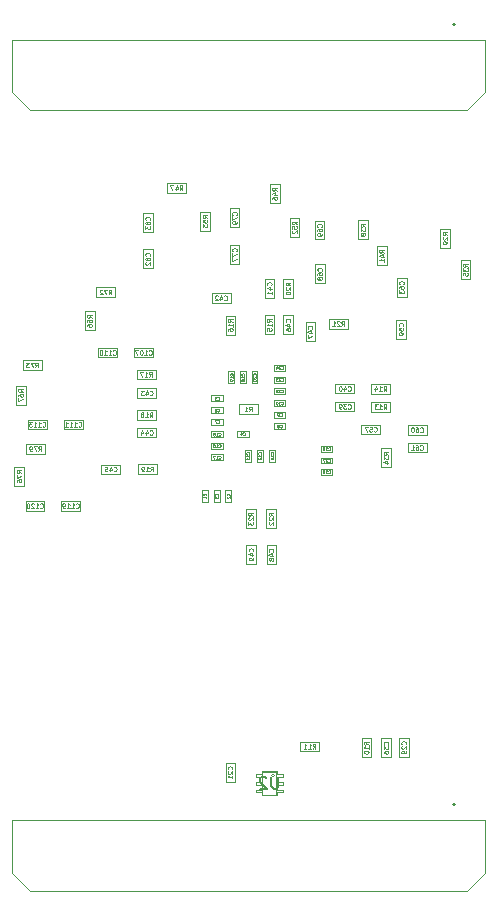
<source format=gbr>
%TF.GenerationSoftware,KiCad,Pcbnew,8.0.5*%
%TF.CreationDate,2025-04-03T13:44:51-05:00*%
%TF.ProjectId,PSEC5_Board,50534543-355f-4426-9f61-72642e6b6963,rev?*%
%TF.SameCoordinates,Original*%
%TF.FileFunction,AssemblyDrawing,Bot*%
%FSLAX46Y46*%
G04 Gerber Fmt 4.6, Leading zero omitted, Abs format (unit mm)*
G04 Created by KiCad (PCBNEW 8.0.5) date 2025-04-03 13:44:51*
%MOMM*%
%LPD*%
G01*
G04 APERTURE LIST*
%ADD10C,0.040000*%
%ADD11C,0.060000*%
%ADD12C,0.150000*%
%ADD13C,0.100000*%
%ADD14C,0.200000*%
%ADD15C,0.050000*%
G04 APERTURE END LIST*
D10*
X144055714Y-81439765D02*
X144067618Y-81451670D01*
X144067618Y-81451670D02*
X144103333Y-81463574D01*
X144103333Y-81463574D02*
X144127142Y-81463574D01*
X144127142Y-81463574D02*
X144162856Y-81451670D01*
X144162856Y-81451670D02*
X144186666Y-81427860D01*
X144186666Y-81427860D02*
X144198571Y-81404050D01*
X144198571Y-81404050D02*
X144210475Y-81356431D01*
X144210475Y-81356431D02*
X144210475Y-81320717D01*
X144210475Y-81320717D02*
X144198571Y-81273098D01*
X144198571Y-81273098D02*
X144186666Y-81249289D01*
X144186666Y-81249289D02*
X144162856Y-81225479D01*
X144162856Y-81225479D02*
X144127142Y-81213574D01*
X144127142Y-81213574D02*
X144103333Y-81213574D01*
X144103333Y-81213574D02*
X144067618Y-81225479D01*
X144067618Y-81225479D02*
X144055714Y-81237384D01*
X143817618Y-81463574D02*
X143960475Y-81463574D01*
X143889047Y-81463574D02*
X143889047Y-81213574D01*
X143889047Y-81213574D02*
X143912856Y-81249289D01*
X143912856Y-81249289D02*
X143936666Y-81273098D01*
X143936666Y-81273098D02*
X143960475Y-81285003D01*
X143734285Y-81213574D02*
X143567619Y-81213574D01*
X143567619Y-81213574D02*
X143674761Y-81463574D01*
D11*
X148981927Y-58776045D02*
X148791451Y-58642712D01*
X148981927Y-58547474D02*
X148581927Y-58547474D01*
X148581927Y-58547474D02*
X148581927Y-58699855D01*
X148581927Y-58699855D02*
X148600975Y-58737950D01*
X148600975Y-58737950D02*
X148620022Y-58756997D01*
X148620022Y-58756997D02*
X148658118Y-58776045D01*
X148658118Y-58776045D02*
X148715260Y-58776045D01*
X148715260Y-58776045D02*
X148753356Y-58756997D01*
X148753356Y-58756997D02*
X148772403Y-58737950D01*
X148772403Y-58737950D02*
X148791451Y-58699855D01*
X148791451Y-58699855D02*
X148791451Y-58547474D01*
X148715260Y-59118902D02*
X148981927Y-59118902D01*
X148562880Y-59023664D02*
X148848594Y-58928426D01*
X148848594Y-58928426D02*
X148848594Y-59176045D01*
X148581927Y-59499854D02*
X148581927Y-59423664D01*
X148581927Y-59423664D02*
X148600975Y-59385568D01*
X148600975Y-59385568D02*
X148620022Y-59366521D01*
X148620022Y-59366521D02*
X148677165Y-59328426D01*
X148677165Y-59328426D02*
X148753356Y-59309378D01*
X148753356Y-59309378D02*
X148905737Y-59309378D01*
X148905737Y-59309378D02*
X148943832Y-59328426D01*
X148943832Y-59328426D02*
X148962880Y-59347473D01*
X148962880Y-59347473D02*
X148981927Y-59385568D01*
X148981927Y-59385568D02*
X148981927Y-59461759D01*
X148981927Y-59461759D02*
X148962880Y-59499854D01*
X148962880Y-59499854D02*
X148943832Y-59518902D01*
X148943832Y-59518902D02*
X148905737Y-59537949D01*
X148905737Y-59537949D02*
X148810499Y-59537949D01*
X148810499Y-59537949D02*
X148772403Y-59518902D01*
X148772403Y-59518902D02*
X148753356Y-59499854D01*
X148753356Y-59499854D02*
X148734308Y-59461759D01*
X148734308Y-59461759D02*
X148734308Y-59385568D01*
X148734308Y-59385568D02*
X148753356Y-59347473D01*
X148753356Y-59347473D02*
X148772403Y-59328426D01*
X148772403Y-59328426D02*
X148810499Y-59309378D01*
X158007142Y-77281927D02*
X158140475Y-77091451D01*
X158235713Y-77281927D02*
X158235713Y-76881927D01*
X158235713Y-76881927D02*
X158083332Y-76881927D01*
X158083332Y-76881927D02*
X158045237Y-76900975D01*
X158045237Y-76900975D02*
X158026190Y-76920022D01*
X158026190Y-76920022D02*
X158007142Y-76958118D01*
X158007142Y-76958118D02*
X158007142Y-77015260D01*
X158007142Y-77015260D02*
X158026190Y-77053356D01*
X158026190Y-77053356D02*
X158045237Y-77072403D01*
X158045237Y-77072403D02*
X158083332Y-77091451D01*
X158083332Y-77091451D02*
X158235713Y-77091451D01*
X157626190Y-77281927D02*
X157854761Y-77281927D01*
X157740475Y-77281927D02*
X157740475Y-76881927D01*
X157740475Y-76881927D02*
X157778571Y-76939070D01*
X157778571Y-76939070D02*
X157816666Y-76977165D01*
X157816666Y-76977165D02*
X157854761Y-76996213D01*
X157492857Y-76881927D02*
X157245238Y-76881927D01*
X157245238Y-76881927D02*
X157378571Y-77034308D01*
X157378571Y-77034308D02*
X157321428Y-77034308D01*
X157321428Y-77034308D02*
X157283333Y-77053356D01*
X157283333Y-77053356D02*
X157264285Y-77072403D01*
X157264285Y-77072403D02*
X157245238Y-77110499D01*
X157245238Y-77110499D02*
X157245238Y-77205737D01*
X157245238Y-77205737D02*
X157264285Y-77243832D01*
X157264285Y-77243832D02*
X157283333Y-77262880D01*
X157283333Y-77262880D02*
X157321428Y-77281927D01*
X157321428Y-77281927D02*
X157435714Y-77281927D01*
X157435714Y-77281927D02*
X157473809Y-77262880D01*
X157473809Y-77262880D02*
X157492857Y-77243832D01*
X135105807Y-72645133D02*
X135124855Y-72664181D01*
X135124855Y-72664181D02*
X135181997Y-72683228D01*
X135181997Y-72683228D02*
X135220093Y-72683228D01*
X135220093Y-72683228D02*
X135277236Y-72664181D01*
X135277236Y-72664181D02*
X135315331Y-72626085D01*
X135315331Y-72626085D02*
X135334378Y-72587990D01*
X135334378Y-72587990D02*
X135353426Y-72511800D01*
X135353426Y-72511800D02*
X135353426Y-72454657D01*
X135353426Y-72454657D02*
X135334378Y-72378466D01*
X135334378Y-72378466D02*
X135315331Y-72340371D01*
X135315331Y-72340371D02*
X135277236Y-72302276D01*
X135277236Y-72302276D02*
X135220093Y-72283228D01*
X135220093Y-72283228D02*
X135181997Y-72283228D01*
X135181997Y-72283228D02*
X135124855Y-72302276D01*
X135124855Y-72302276D02*
X135105807Y-72321323D01*
X134724855Y-72683228D02*
X134953426Y-72683228D01*
X134839140Y-72683228D02*
X134839140Y-72283228D01*
X134839140Y-72283228D02*
X134877236Y-72340371D01*
X134877236Y-72340371D02*
X134915331Y-72378466D01*
X134915331Y-72378466D02*
X134953426Y-72397514D01*
X134343903Y-72683228D02*
X134572474Y-72683228D01*
X134458188Y-72683228D02*
X134458188Y-72283228D01*
X134458188Y-72283228D02*
X134496284Y-72340371D01*
X134496284Y-72340371D02*
X134534379Y-72378466D01*
X134534379Y-72378466D02*
X134572474Y-72397514D01*
X134096284Y-72283228D02*
X134058189Y-72283228D01*
X134058189Y-72283228D02*
X134020093Y-72302276D01*
X134020093Y-72302276D02*
X134001046Y-72321323D01*
X134001046Y-72321323D02*
X133981998Y-72359419D01*
X133981998Y-72359419D02*
X133962951Y-72435609D01*
X133962951Y-72435609D02*
X133962951Y-72530847D01*
X133962951Y-72530847D02*
X133981998Y-72607038D01*
X133981998Y-72607038D02*
X134001046Y-72645133D01*
X134001046Y-72645133D02*
X134020093Y-72664181D01*
X134020093Y-72664181D02*
X134058189Y-72683228D01*
X134058189Y-72683228D02*
X134096284Y-72683228D01*
X134096284Y-72683228D02*
X134134379Y-72664181D01*
X134134379Y-72664181D02*
X134153427Y-72645133D01*
X134153427Y-72645133D02*
X134172474Y-72607038D01*
X134172474Y-72607038D02*
X134191522Y-72530847D01*
X134191522Y-72530847D02*
X134191522Y-72435609D01*
X134191522Y-72435609D02*
X134172474Y-72359419D01*
X134172474Y-72359419D02*
X134153427Y-72321323D01*
X134153427Y-72321323D02*
X134134379Y-72302276D01*
X134134379Y-72302276D02*
X134096284Y-72283228D01*
X156731327Y-105677857D02*
X156540851Y-105544524D01*
X156731327Y-105449286D02*
X156331327Y-105449286D01*
X156331327Y-105449286D02*
X156331327Y-105601667D01*
X156331327Y-105601667D02*
X156350375Y-105639762D01*
X156350375Y-105639762D02*
X156369422Y-105658809D01*
X156369422Y-105658809D02*
X156407518Y-105677857D01*
X156407518Y-105677857D02*
X156464660Y-105677857D01*
X156464660Y-105677857D02*
X156502756Y-105658809D01*
X156502756Y-105658809D02*
X156521803Y-105639762D01*
X156521803Y-105639762D02*
X156540851Y-105601667D01*
X156540851Y-105601667D02*
X156540851Y-105449286D01*
X156731327Y-106058809D02*
X156731327Y-105830238D01*
X156731327Y-105944524D02*
X156331327Y-105944524D01*
X156331327Y-105944524D02*
X156388470Y-105906428D01*
X156388470Y-105906428D02*
X156426565Y-105868333D01*
X156426565Y-105868333D02*
X156445613Y-105830238D01*
X156331327Y-106306428D02*
X156331327Y-106344523D01*
X156331327Y-106344523D02*
X156350375Y-106382619D01*
X156350375Y-106382619D02*
X156369422Y-106401666D01*
X156369422Y-106401666D02*
X156407518Y-106420714D01*
X156407518Y-106420714D02*
X156483708Y-106439761D01*
X156483708Y-106439761D02*
X156578946Y-106439761D01*
X156578946Y-106439761D02*
X156655137Y-106420714D01*
X156655137Y-106420714D02*
X156693232Y-106401666D01*
X156693232Y-106401666D02*
X156712280Y-106382619D01*
X156712280Y-106382619D02*
X156731327Y-106344523D01*
X156731327Y-106344523D02*
X156731327Y-106306428D01*
X156731327Y-106306428D02*
X156712280Y-106268333D01*
X156712280Y-106268333D02*
X156693232Y-106249285D01*
X156693232Y-106249285D02*
X156655137Y-106230238D01*
X156655137Y-106230238D02*
X156578946Y-106211190D01*
X156578946Y-106211190D02*
X156483708Y-106211190D01*
X156483708Y-106211190D02*
X156407518Y-106230238D01*
X156407518Y-106230238D02*
X156369422Y-106249285D01*
X156369422Y-106249285D02*
X156350375Y-106268333D01*
X156350375Y-106268333D02*
X156331327Y-106306428D01*
X135157142Y-82518832D02*
X135176190Y-82537880D01*
X135176190Y-82537880D02*
X135233332Y-82556927D01*
X135233332Y-82556927D02*
X135271428Y-82556927D01*
X135271428Y-82556927D02*
X135328571Y-82537880D01*
X135328571Y-82537880D02*
X135366666Y-82499784D01*
X135366666Y-82499784D02*
X135385713Y-82461689D01*
X135385713Y-82461689D02*
X135404761Y-82385499D01*
X135404761Y-82385499D02*
X135404761Y-82328356D01*
X135404761Y-82328356D02*
X135385713Y-82252165D01*
X135385713Y-82252165D02*
X135366666Y-82214070D01*
X135366666Y-82214070D02*
X135328571Y-82175975D01*
X135328571Y-82175975D02*
X135271428Y-82156927D01*
X135271428Y-82156927D02*
X135233332Y-82156927D01*
X135233332Y-82156927D02*
X135176190Y-82175975D01*
X135176190Y-82175975D02*
X135157142Y-82195022D01*
X134814285Y-82290260D02*
X134814285Y-82556927D01*
X134909523Y-82137880D02*
X135004761Y-82423594D01*
X135004761Y-82423594D02*
X134757142Y-82423594D01*
X134414285Y-82156927D02*
X134604761Y-82156927D01*
X134604761Y-82156927D02*
X134623809Y-82347403D01*
X134623809Y-82347403D02*
X134604761Y-82328356D01*
X134604761Y-82328356D02*
X134566666Y-82309308D01*
X134566666Y-82309308D02*
X134471428Y-82309308D01*
X134471428Y-82309308D02*
X134433333Y-82328356D01*
X134433333Y-82328356D02*
X134414285Y-82347403D01*
X134414285Y-82347403D02*
X134395238Y-82385499D01*
X134395238Y-82385499D02*
X134395238Y-82480737D01*
X134395238Y-82480737D02*
X134414285Y-82518832D01*
X134414285Y-82518832D02*
X134433333Y-82537880D01*
X134433333Y-82537880D02*
X134471428Y-82556927D01*
X134471428Y-82556927D02*
X134566666Y-82556927D01*
X134566666Y-82556927D02*
X134604761Y-82537880D01*
X134604761Y-82537880D02*
X134623809Y-82518832D01*
X138193833Y-61251045D02*
X138212881Y-61231997D01*
X138212881Y-61231997D02*
X138231928Y-61174855D01*
X138231928Y-61174855D02*
X138231928Y-61136759D01*
X138231928Y-61136759D02*
X138212881Y-61079616D01*
X138212881Y-61079616D02*
X138174785Y-61041521D01*
X138174785Y-61041521D02*
X138136690Y-61022474D01*
X138136690Y-61022474D02*
X138060500Y-61003426D01*
X138060500Y-61003426D02*
X138003357Y-61003426D01*
X138003357Y-61003426D02*
X137927166Y-61022474D01*
X137927166Y-61022474D02*
X137889071Y-61041521D01*
X137889071Y-61041521D02*
X137850976Y-61079616D01*
X137850976Y-61079616D02*
X137831928Y-61136759D01*
X137831928Y-61136759D02*
X137831928Y-61174855D01*
X137831928Y-61174855D02*
X137850976Y-61231997D01*
X137850976Y-61231997D02*
X137870023Y-61251045D01*
X138003357Y-61479616D02*
X137984309Y-61441521D01*
X137984309Y-61441521D02*
X137965261Y-61422474D01*
X137965261Y-61422474D02*
X137927166Y-61403426D01*
X137927166Y-61403426D02*
X137908119Y-61403426D01*
X137908119Y-61403426D02*
X137870023Y-61422474D01*
X137870023Y-61422474D02*
X137850976Y-61441521D01*
X137850976Y-61441521D02*
X137831928Y-61479616D01*
X137831928Y-61479616D02*
X137831928Y-61555807D01*
X137831928Y-61555807D02*
X137850976Y-61593902D01*
X137850976Y-61593902D02*
X137870023Y-61612950D01*
X137870023Y-61612950D02*
X137908119Y-61631997D01*
X137908119Y-61631997D02*
X137927166Y-61631997D01*
X137927166Y-61631997D02*
X137965261Y-61612950D01*
X137965261Y-61612950D02*
X137984309Y-61593902D01*
X137984309Y-61593902D02*
X138003357Y-61555807D01*
X138003357Y-61555807D02*
X138003357Y-61479616D01*
X138003357Y-61479616D02*
X138022404Y-61441521D01*
X138022404Y-61441521D02*
X138041452Y-61422474D01*
X138041452Y-61422474D02*
X138079547Y-61403426D01*
X138079547Y-61403426D02*
X138155738Y-61403426D01*
X138155738Y-61403426D02*
X138193833Y-61422474D01*
X138193833Y-61422474D02*
X138212881Y-61441521D01*
X138212881Y-61441521D02*
X138231928Y-61479616D01*
X138231928Y-61479616D02*
X138231928Y-61555807D01*
X138231928Y-61555807D02*
X138212881Y-61593902D01*
X138212881Y-61593902D02*
X138193833Y-61612950D01*
X138193833Y-61612950D02*
X138155738Y-61631997D01*
X138155738Y-61631997D02*
X138079547Y-61631997D01*
X138079547Y-61631997D02*
X138041452Y-61612950D01*
X138041452Y-61612950D02*
X138022404Y-61593902D01*
X138022404Y-61593902D02*
X138003357Y-61555807D01*
X137831928Y-61765330D02*
X137831928Y-62012949D01*
X137831928Y-62012949D02*
X137984309Y-61879616D01*
X137984309Y-61879616D02*
X137984309Y-61936759D01*
X137984309Y-61936759D02*
X138003357Y-61974854D01*
X138003357Y-61974854D02*
X138022404Y-61993902D01*
X138022404Y-61993902D02*
X138060500Y-62012949D01*
X138060500Y-62012949D02*
X138155738Y-62012949D01*
X138155738Y-62012949D02*
X138193833Y-61993902D01*
X138193833Y-61993902D02*
X138212881Y-61974854D01*
X138212881Y-61974854D02*
X138231928Y-61936759D01*
X138231928Y-61936759D02*
X138231928Y-61822473D01*
X138231928Y-61822473D02*
X138212881Y-61784378D01*
X138212881Y-61784378D02*
X138193833Y-61765330D01*
D10*
X153335714Y-80739765D02*
X153347618Y-80751670D01*
X153347618Y-80751670D02*
X153383333Y-80763574D01*
X153383333Y-80763574D02*
X153407142Y-80763574D01*
X153407142Y-80763574D02*
X153442856Y-80751670D01*
X153442856Y-80751670D02*
X153466666Y-80727860D01*
X153466666Y-80727860D02*
X153478571Y-80704050D01*
X153478571Y-80704050D02*
X153490475Y-80656431D01*
X153490475Y-80656431D02*
X153490475Y-80620717D01*
X153490475Y-80620717D02*
X153478571Y-80573098D01*
X153478571Y-80573098D02*
X153466666Y-80549289D01*
X153466666Y-80549289D02*
X153442856Y-80525479D01*
X153442856Y-80525479D02*
X153407142Y-80513574D01*
X153407142Y-80513574D02*
X153383333Y-80513574D01*
X153383333Y-80513574D02*
X153347618Y-80525479D01*
X153347618Y-80525479D02*
X153335714Y-80537384D01*
X153240475Y-80537384D02*
X153228571Y-80525479D01*
X153228571Y-80525479D02*
X153204761Y-80513574D01*
X153204761Y-80513574D02*
X153145237Y-80513574D01*
X153145237Y-80513574D02*
X153121428Y-80525479D01*
X153121428Y-80525479D02*
X153109523Y-80537384D01*
X153109523Y-80537384D02*
X153097618Y-80561193D01*
X153097618Y-80561193D02*
X153097618Y-80585003D01*
X153097618Y-80585003D02*
X153109523Y-80620717D01*
X153109523Y-80620717D02*
X153252380Y-80763574D01*
X153252380Y-80763574D02*
X153097618Y-80763574D01*
X152871428Y-80513574D02*
X152990476Y-80513574D01*
X152990476Y-80513574D02*
X153002380Y-80632622D01*
X153002380Y-80632622D02*
X152990476Y-80620717D01*
X152990476Y-80620717D02*
X152966666Y-80608812D01*
X152966666Y-80608812D02*
X152907142Y-80608812D01*
X152907142Y-80608812D02*
X152883333Y-80620717D01*
X152883333Y-80620717D02*
X152871428Y-80632622D01*
X152871428Y-80632622D02*
X152859523Y-80656431D01*
X152859523Y-80656431D02*
X152859523Y-80715955D01*
X152859523Y-80715955D02*
X152871428Y-80739765D01*
X152871428Y-80739765D02*
X152883333Y-80751670D01*
X152883333Y-80751670D02*
X152907142Y-80763574D01*
X152907142Y-80763574D02*
X152966666Y-80763574D01*
X152966666Y-80763574D02*
X152990476Y-80751670D01*
X152990476Y-80751670D02*
X153002380Y-80739765D01*
D11*
X140732143Y-58740115D02*
X140865476Y-58549639D01*
X140960714Y-58740115D02*
X140960714Y-58340115D01*
X140960714Y-58340115D02*
X140808333Y-58340115D01*
X140808333Y-58340115D02*
X140770238Y-58359163D01*
X140770238Y-58359163D02*
X140751191Y-58378210D01*
X140751191Y-58378210D02*
X140732143Y-58416306D01*
X140732143Y-58416306D02*
X140732143Y-58473448D01*
X140732143Y-58473448D02*
X140751191Y-58511544D01*
X140751191Y-58511544D02*
X140770238Y-58530591D01*
X140770238Y-58530591D02*
X140808333Y-58549639D01*
X140808333Y-58549639D02*
X140960714Y-58549639D01*
X140389286Y-58473448D02*
X140389286Y-58740115D01*
X140484524Y-58321068D02*
X140579762Y-58606782D01*
X140579762Y-58606782D02*
X140332143Y-58606782D01*
X140217858Y-58340115D02*
X139951191Y-58340115D01*
X139951191Y-58340115D02*
X140122620Y-58740115D01*
X145543832Y-60826045D02*
X145562880Y-60806997D01*
X145562880Y-60806997D02*
X145581927Y-60749855D01*
X145581927Y-60749855D02*
X145581927Y-60711759D01*
X145581927Y-60711759D02*
X145562880Y-60654616D01*
X145562880Y-60654616D02*
X145524784Y-60616521D01*
X145524784Y-60616521D02*
X145486689Y-60597474D01*
X145486689Y-60597474D02*
X145410499Y-60578426D01*
X145410499Y-60578426D02*
X145353356Y-60578426D01*
X145353356Y-60578426D02*
X145277165Y-60597474D01*
X145277165Y-60597474D02*
X145239070Y-60616521D01*
X145239070Y-60616521D02*
X145200975Y-60654616D01*
X145200975Y-60654616D02*
X145181927Y-60711759D01*
X145181927Y-60711759D02*
X145181927Y-60749855D01*
X145181927Y-60749855D02*
X145200975Y-60806997D01*
X145200975Y-60806997D02*
X145220022Y-60826045D01*
X145181927Y-60959378D02*
X145181927Y-61226045D01*
X145181927Y-61226045D02*
X145581927Y-61054616D01*
X145581927Y-61397473D02*
X145581927Y-61473664D01*
X145581927Y-61473664D02*
X145562880Y-61511759D01*
X145562880Y-61511759D02*
X145543832Y-61530807D01*
X145543832Y-61530807D02*
X145486689Y-61568902D01*
X145486689Y-61568902D02*
X145410499Y-61587949D01*
X145410499Y-61587949D02*
X145258118Y-61587949D01*
X145258118Y-61587949D02*
X145220022Y-61568902D01*
X145220022Y-61568902D02*
X145200975Y-61549854D01*
X145200975Y-61549854D02*
X145181927Y-61511759D01*
X145181927Y-61511759D02*
X145181927Y-61435568D01*
X145181927Y-61435568D02*
X145200975Y-61397473D01*
X145200975Y-61397473D02*
X145220022Y-61378426D01*
X145220022Y-61378426D02*
X145258118Y-61359378D01*
X145258118Y-61359378D02*
X145353356Y-61359378D01*
X145353356Y-61359378D02*
X145391451Y-61378426D01*
X145391451Y-61378426D02*
X145410499Y-61397473D01*
X145410499Y-61397473D02*
X145429546Y-61435568D01*
X145429546Y-61435568D02*
X145429546Y-61511759D01*
X145429546Y-61511759D02*
X145410499Y-61549854D01*
X145410499Y-61549854D02*
X145391451Y-61568902D01*
X145391451Y-61568902D02*
X145353356Y-61587949D01*
D10*
X147164765Y-74414285D02*
X147176670Y-74402381D01*
X147176670Y-74402381D02*
X147188574Y-74366666D01*
X147188574Y-74366666D02*
X147188574Y-74342857D01*
X147188574Y-74342857D02*
X147176670Y-74307143D01*
X147176670Y-74307143D02*
X147152860Y-74283333D01*
X147152860Y-74283333D02*
X147129050Y-74271428D01*
X147129050Y-74271428D02*
X147081431Y-74259524D01*
X147081431Y-74259524D02*
X147045717Y-74259524D01*
X147045717Y-74259524D02*
X146998098Y-74271428D01*
X146998098Y-74271428D02*
X146974289Y-74283333D01*
X146974289Y-74283333D02*
X146950479Y-74307143D01*
X146950479Y-74307143D02*
X146938574Y-74342857D01*
X146938574Y-74342857D02*
X146938574Y-74366666D01*
X146938574Y-74366666D02*
X146950479Y-74402381D01*
X146950479Y-74402381D02*
X146962384Y-74414285D01*
X146962384Y-74509524D02*
X146950479Y-74521428D01*
X146950479Y-74521428D02*
X146938574Y-74545238D01*
X146938574Y-74545238D02*
X146938574Y-74604762D01*
X146938574Y-74604762D02*
X146950479Y-74628571D01*
X146950479Y-74628571D02*
X146962384Y-74640476D01*
X146962384Y-74640476D02*
X146986193Y-74652381D01*
X146986193Y-74652381D02*
X147010003Y-74652381D01*
X147010003Y-74652381D02*
X147045717Y-74640476D01*
X147045717Y-74640476D02*
X147188574Y-74497619D01*
X147188574Y-74497619D02*
X147188574Y-74652381D01*
X146938574Y-74807142D02*
X146938574Y-74830952D01*
X146938574Y-74830952D02*
X146950479Y-74854761D01*
X146950479Y-74854761D02*
X146962384Y-74866666D01*
X146962384Y-74866666D02*
X146986193Y-74878571D01*
X146986193Y-74878571D02*
X147033812Y-74890476D01*
X147033812Y-74890476D02*
X147093336Y-74890476D01*
X147093336Y-74890476D02*
X147140955Y-74878571D01*
X147140955Y-74878571D02*
X147164765Y-74866666D01*
X147164765Y-74866666D02*
X147176670Y-74854761D01*
X147176670Y-74854761D02*
X147188574Y-74830952D01*
X147188574Y-74830952D02*
X147188574Y-74807142D01*
X147188574Y-74807142D02*
X147176670Y-74783333D01*
X147176670Y-74783333D02*
X147164765Y-74771428D01*
X147164765Y-74771428D02*
X147140955Y-74759523D01*
X147140955Y-74759523D02*
X147093336Y-74747619D01*
X147093336Y-74747619D02*
X147033812Y-74747619D01*
X147033812Y-74747619D02*
X146986193Y-74759523D01*
X146986193Y-74759523D02*
X146962384Y-74771428D01*
X146962384Y-74771428D02*
X146950479Y-74783333D01*
X146950479Y-74783333D02*
X146938574Y-74807142D01*
D11*
X144507142Y-68018832D02*
X144526190Y-68037880D01*
X144526190Y-68037880D02*
X144583332Y-68056927D01*
X144583332Y-68056927D02*
X144621428Y-68056927D01*
X144621428Y-68056927D02*
X144678571Y-68037880D01*
X144678571Y-68037880D02*
X144716666Y-67999784D01*
X144716666Y-67999784D02*
X144735713Y-67961689D01*
X144735713Y-67961689D02*
X144754761Y-67885499D01*
X144754761Y-67885499D02*
X144754761Y-67828356D01*
X144754761Y-67828356D02*
X144735713Y-67752165D01*
X144735713Y-67752165D02*
X144716666Y-67714070D01*
X144716666Y-67714070D02*
X144678571Y-67675975D01*
X144678571Y-67675975D02*
X144621428Y-67656927D01*
X144621428Y-67656927D02*
X144583332Y-67656927D01*
X144583332Y-67656927D02*
X144526190Y-67675975D01*
X144526190Y-67675975D02*
X144507142Y-67695022D01*
X144164285Y-67790260D02*
X144164285Y-68056927D01*
X144259523Y-67637880D02*
X144354761Y-67923594D01*
X144354761Y-67923594D02*
X144107142Y-67923594D01*
X143973809Y-67695022D02*
X143954761Y-67675975D01*
X143954761Y-67675975D02*
X143916666Y-67656927D01*
X143916666Y-67656927D02*
X143821428Y-67656927D01*
X143821428Y-67656927D02*
X143783333Y-67675975D01*
X143783333Y-67675975D02*
X143764285Y-67695022D01*
X143764285Y-67695022D02*
X143745238Y-67733118D01*
X143745238Y-67733118D02*
X143745238Y-67771213D01*
X143745238Y-67771213D02*
X143764285Y-67828356D01*
X143764285Y-67828356D02*
X143992857Y-68056927D01*
X143992857Y-68056927D02*
X143745238Y-68056927D01*
X148643832Y-89342857D02*
X148662880Y-89323809D01*
X148662880Y-89323809D02*
X148681927Y-89266667D01*
X148681927Y-89266667D02*
X148681927Y-89228571D01*
X148681927Y-89228571D02*
X148662880Y-89171428D01*
X148662880Y-89171428D02*
X148624784Y-89133333D01*
X148624784Y-89133333D02*
X148586689Y-89114286D01*
X148586689Y-89114286D02*
X148510499Y-89095238D01*
X148510499Y-89095238D02*
X148453356Y-89095238D01*
X148453356Y-89095238D02*
X148377165Y-89114286D01*
X148377165Y-89114286D02*
X148339070Y-89133333D01*
X148339070Y-89133333D02*
X148300975Y-89171428D01*
X148300975Y-89171428D02*
X148281927Y-89228571D01*
X148281927Y-89228571D02*
X148281927Y-89266667D01*
X148281927Y-89266667D02*
X148300975Y-89323809D01*
X148300975Y-89323809D02*
X148320022Y-89342857D01*
X148415260Y-89685714D02*
X148681927Y-89685714D01*
X148262880Y-89590476D02*
X148548594Y-89495238D01*
X148548594Y-89495238D02*
X148548594Y-89742857D01*
X148453356Y-89952380D02*
X148434308Y-89914285D01*
X148434308Y-89914285D02*
X148415260Y-89895238D01*
X148415260Y-89895238D02*
X148377165Y-89876190D01*
X148377165Y-89876190D02*
X148358118Y-89876190D01*
X148358118Y-89876190D02*
X148320022Y-89895238D01*
X148320022Y-89895238D02*
X148300975Y-89914285D01*
X148300975Y-89914285D02*
X148281927Y-89952380D01*
X148281927Y-89952380D02*
X148281927Y-90028571D01*
X148281927Y-90028571D02*
X148300975Y-90066666D01*
X148300975Y-90066666D02*
X148320022Y-90085714D01*
X148320022Y-90085714D02*
X148358118Y-90104761D01*
X148358118Y-90104761D02*
X148377165Y-90104761D01*
X148377165Y-90104761D02*
X148415260Y-90085714D01*
X148415260Y-90085714D02*
X148434308Y-90066666D01*
X148434308Y-90066666D02*
X148453356Y-90028571D01*
X148453356Y-90028571D02*
X148453356Y-89952380D01*
X148453356Y-89952380D02*
X148472403Y-89914285D01*
X148472403Y-89914285D02*
X148491451Y-89895238D01*
X148491451Y-89895238D02*
X148529546Y-89876190D01*
X148529546Y-89876190D02*
X148605737Y-89876190D01*
X148605737Y-89876190D02*
X148643832Y-89895238D01*
X148643832Y-89895238D02*
X148662880Y-89914285D01*
X148662880Y-89914285D02*
X148681927Y-89952380D01*
X148681927Y-89952380D02*
X148681927Y-90028571D01*
X148681927Y-90028571D02*
X148662880Y-90066666D01*
X148662880Y-90066666D02*
X148643832Y-90085714D01*
X148643832Y-90085714D02*
X148605737Y-90104761D01*
X148605737Y-90104761D02*
X148529546Y-90104761D01*
X148529546Y-90104761D02*
X148491451Y-90085714D01*
X148491451Y-90085714D02*
X148472403Y-90066666D01*
X148472403Y-90066666D02*
X148453356Y-90028571D01*
D10*
X146609765Y-81064285D02*
X146621670Y-81052381D01*
X146621670Y-81052381D02*
X146633574Y-81016666D01*
X146633574Y-81016666D02*
X146633574Y-80992857D01*
X146633574Y-80992857D02*
X146621670Y-80957143D01*
X146621670Y-80957143D02*
X146597860Y-80933333D01*
X146597860Y-80933333D02*
X146574050Y-80921428D01*
X146574050Y-80921428D02*
X146526431Y-80909524D01*
X146526431Y-80909524D02*
X146490717Y-80909524D01*
X146490717Y-80909524D02*
X146443098Y-80921428D01*
X146443098Y-80921428D02*
X146419289Y-80933333D01*
X146419289Y-80933333D02*
X146395479Y-80957143D01*
X146395479Y-80957143D02*
X146383574Y-80992857D01*
X146383574Y-80992857D02*
X146383574Y-81016666D01*
X146383574Y-81016666D02*
X146395479Y-81052381D01*
X146395479Y-81052381D02*
X146407384Y-81064285D01*
X146633574Y-81302381D02*
X146633574Y-81159524D01*
X146633574Y-81230952D02*
X146383574Y-81230952D01*
X146383574Y-81230952D02*
X146419289Y-81207143D01*
X146419289Y-81207143D02*
X146443098Y-81183333D01*
X146443098Y-81183333D02*
X146455003Y-81159524D01*
X146633574Y-81540476D02*
X146633574Y-81397619D01*
X146633574Y-81469047D02*
X146383574Y-81469047D01*
X146383574Y-81469047D02*
X146419289Y-81445238D01*
X146419289Y-81445238D02*
X146443098Y-81421428D01*
X146443098Y-81421428D02*
X146455003Y-81397619D01*
D11*
X148493832Y-66792857D02*
X148512880Y-66773809D01*
X148512880Y-66773809D02*
X148531927Y-66716667D01*
X148531927Y-66716667D02*
X148531927Y-66678571D01*
X148531927Y-66678571D02*
X148512880Y-66621428D01*
X148512880Y-66621428D02*
X148474784Y-66583333D01*
X148474784Y-66583333D02*
X148436689Y-66564286D01*
X148436689Y-66564286D02*
X148360499Y-66545238D01*
X148360499Y-66545238D02*
X148303356Y-66545238D01*
X148303356Y-66545238D02*
X148227165Y-66564286D01*
X148227165Y-66564286D02*
X148189070Y-66583333D01*
X148189070Y-66583333D02*
X148150975Y-66621428D01*
X148150975Y-66621428D02*
X148131927Y-66678571D01*
X148131927Y-66678571D02*
X148131927Y-66716667D01*
X148131927Y-66716667D02*
X148150975Y-66773809D01*
X148150975Y-66773809D02*
X148170022Y-66792857D01*
X148265260Y-67135714D02*
X148531927Y-67135714D01*
X148112880Y-67040476D02*
X148398594Y-66945238D01*
X148398594Y-66945238D02*
X148398594Y-67192857D01*
X148531927Y-67554761D02*
X148531927Y-67326190D01*
X148531927Y-67440476D02*
X148131927Y-67440476D01*
X148131927Y-67440476D02*
X148189070Y-67402380D01*
X148189070Y-67402380D02*
X148227165Y-67364285D01*
X148227165Y-67364285D02*
X148246213Y-67326190D01*
D10*
X144055714Y-79489765D02*
X144067618Y-79501670D01*
X144067618Y-79501670D02*
X144103333Y-79513574D01*
X144103333Y-79513574D02*
X144127142Y-79513574D01*
X144127142Y-79513574D02*
X144162856Y-79501670D01*
X144162856Y-79501670D02*
X144186666Y-79477860D01*
X144186666Y-79477860D02*
X144198571Y-79454050D01*
X144198571Y-79454050D02*
X144210475Y-79406431D01*
X144210475Y-79406431D02*
X144210475Y-79370717D01*
X144210475Y-79370717D02*
X144198571Y-79323098D01*
X144198571Y-79323098D02*
X144186666Y-79299289D01*
X144186666Y-79299289D02*
X144162856Y-79275479D01*
X144162856Y-79275479D02*
X144127142Y-79263574D01*
X144127142Y-79263574D02*
X144103333Y-79263574D01*
X144103333Y-79263574D02*
X144067618Y-79275479D01*
X144067618Y-79275479D02*
X144055714Y-79287384D01*
X143817618Y-79513574D02*
X143960475Y-79513574D01*
X143889047Y-79513574D02*
X143889047Y-79263574D01*
X143889047Y-79263574D02*
X143912856Y-79299289D01*
X143912856Y-79299289D02*
X143936666Y-79323098D01*
X143936666Y-79323098D02*
X143960475Y-79335003D01*
X143591428Y-79263574D02*
X143710476Y-79263574D01*
X143710476Y-79263574D02*
X143722380Y-79382622D01*
X143722380Y-79382622D02*
X143710476Y-79370717D01*
X143710476Y-79370717D02*
X143686666Y-79358812D01*
X143686666Y-79358812D02*
X143627142Y-79358812D01*
X143627142Y-79358812D02*
X143603333Y-79370717D01*
X143603333Y-79370717D02*
X143591428Y-79382622D01*
X143591428Y-79382622D02*
X143579523Y-79406431D01*
X143579523Y-79406431D02*
X143579523Y-79465955D01*
X143579523Y-79465955D02*
X143591428Y-79489765D01*
X143591428Y-79489765D02*
X143603333Y-79501670D01*
X143603333Y-79501670D02*
X143627142Y-79513574D01*
X143627142Y-79513574D02*
X143686666Y-79513574D01*
X143686666Y-79513574D02*
X143710476Y-79501670D01*
X143710476Y-79501670D02*
X143722380Y-79489765D01*
X149241666Y-78814765D02*
X149253570Y-78826670D01*
X149253570Y-78826670D02*
X149289285Y-78838574D01*
X149289285Y-78838574D02*
X149313094Y-78838574D01*
X149313094Y-78838574D02*
X149348808Y-78826670D01*
X149348808Y-78826670D02*
X149372618Y-78802860D01*
X149372618Y-78802860D02*
X149384523Y-78779050D01*
X149384523Y-78779050D02*
X149396427Y-78731431D01*
X149396427Y-78731431D02*
X149396427Y-78695717D01*
X149396427Y-78695717D02*
X149384523Y-78648098D01*
X149384523Y-78648098D02*
X149372618Y-78624289D01*
X149372618Y-78624289D02*
X149348808Y-78600479D01*
X149348808Y-78600479D02*
X149313094Y-78588574D01*
X149313094Y-78588574D02*
X149289285Y-78588574D01*
X149289285Y-78588574D02*
X149253570Y-78600479D01*
X149253570Y-78600479D02*
X149241666Y-78612384D01*
X149098808Y-78695717D02*
X149122618Y-78683812D01*
X149122618Y-78683812D02*
X149134523Y-78671908D01*
X149134523Y-78671908D02*
X149146427Y-78648098D01*
X149146427Y-78648098D02*
X149146427Y-78636193D01*
X149146427Y-78636193D02*
X149134523Y-78612384D01*
X149134523Y-78612384D02*
X149122618Y-78600479D01*
X149122618Y-78600479D02*
X149098808Y-78588574D01*
X149098808Y-78588574D02*
X149051189Y-78588574D01*
X149051189Y-78588574D02*
X149027380Y-78600479D01*
X149027380Y-78600479D02*
X149015475Y-78612384D01*
X149015475Y-78612384D02*
X149003570Y-78636193D01*
X149003570Y-78636193D02*
X149003570Y-78648098D01*
X149003570Y-78648098D02*
X149015475Y-78671908D01*
X149015475Y-78671908D02*
X149027380Y-78683812D01*
X149027380Y-78683812D02*
X149051189Y-78695717D01*
X149051189Y-78695717D02*
X149098808Y-78695717D01*
X149098808Y-78695717D02*
X149122618Y-78707622D01*
X149122618Y-78707622D02*
X149134523Y-78719527D01*
X149134523Y-78719527D02*
X149146427Y-78743336D01*
X149146427Y-78743336D02*
X149146427Y-78790955D01*
X149146427Y-78790955D02*
X149134523Y-78814765D01*
X149134523Y-78814765D02*
X149122618Y-78826670D01*
X149122618Y-78826670D02*
X149098808Y-78838574D01*
X149098808Y-78838574D02*
X149051189Y-78838574D01*
X149051189Y-78838574D02*
X149027380Y-78826670D01*
X149027380Y-78826670D02*
X149015475Y-78814765D01*
X149015475Y-78814765D02*
X149003570Y-78790955D01*
X149003570Y-78790955D02*
X149003570Y-78743336D01*
X149003570Y-78743336D02*
X149015475Y-78719527D01*
X149015475Y-78719527D02*
X149027380Y-78707622D01*
X149027380Y-78707622D02*
X149051189Y-78695717D01*
D11*
X138207142Y-79418832D02*
X138226190Y-79437880D01*
X138226190Y-79437880D02*
X138283332Y-79456927D01*
X138283332Y-79456927D02*
X138321428Y-79456927D01*
X138321428Y-79456927D02*
X138378571Y-79437880D01*
X138378571Y-79437880D02*
X138416666Y-79399784D01*
X138416666Y-79399784D02*
X138435713Y-79361689D01*
X138435713Y-79361689D02*
X138454761Y-79285499D01*
X138454761Y-79285499D02*
X138454761Y-79228356D01*
X138454761Y-79228356D02*
X138435713Y-79152165D01*
X138435713Y-79152165D02*
X138416666Y-79114070D01*
X138416666Y-79114070D02*
X138378571Y-79075975D01*
X138378571Y-79075975D02*
X138321428Y-79056927D01*
X138321428Y-79056927D02*
X138283332Y-79056927D01*
X138283332Y-79056927D02*
X138226190Y-79075975D01*
X138226190Y-79075975D02*
X138207142Y-79095022D01*
X137864285Y-79190260D02*
X137864285Y-79456927D01*
X137959523Y-79037880D02*
X138054761Y-79323594D01*
X138054761Y-79323594D02*
X137807142Y-79323594D01*
X137483333Y-79190260D02*
X137483333Y-79456927D01*
X137578571Y-79037880D02*
X137673809Y-79323594D01*
X137673809Y-79323594D02*
X137426190Y-79323594D01*
X165131927Y-65217857D02*
X164941451Y-65084524D01*
X165131927Y-64989286D02*
X164731927Y-64989286D01*
X164731927Y-64989286D02*
X164731927Y-65141667D01*
X164731927Y-65141667D02*
X164750975Y-65179762D01*
X164750975Y-65179762D02*
X164770022Y-65198809D01*
X164770022Y-65198809D02*
X164808118Y-65217857D01*
X164808118Y-65217857D02*
X164865260Y-65217857D01*
X164865260Y-65217857D02*
X164903356Y-65198809D01*
X164903356Y-65198809D02*
X164922403Y-65179762D01*
X164922403Y-65179762D02*
X164941451Y-65141667D01*
X164941451Y-65141667D02*
X164941451Y-64989286D01*
X164731927Y-65351190D02*
X164731927Y-65598809D01*
X164731927Y-65598809D02*
X164884308Y-65465476D01*
X164884308Y-65465476D02*
X164884308Y-65522619D01*
X164884308Y-65522619D02*
X164903356Y-65560714D01*
X164903356Y-65560714D02*
X164922403Y-65579762D01*
X164922403Y-65579762D02*
X164960499Y-65598809D01*
X164960499Y-65598809D02*
X165055737Y-65598809D01*
X165055737Y-65598809D02*
X165093832Y-65579762D01*
X165093832Y-65579762D02*
X165112880Y-65560714D01*
X165112880Y-65560714D02*
X165131927Y-65522619D01*
X165131927Y-65522619D02*
X165131927Y-65408333D01*
X165131927Y-65408333D02*
X165112880Y-65370238D01*
X165112880Y-65370238D02*
X165093832Y-65351190D01*
X164731927Y-65960714D02*
X164731927Y-65770238D01*
X164731927Y-65770238D02*
X164922403Y-65751190D01*
X164922403Y-65751190D02*
X164903356Y-65770238D01*
X164903356Y-65770238D02*
X164884308Y-65808333D01*
X164884308Y-65808333D02*
X164884308Y-65903571D01*
X164884308Y-65903571D02*
X164903356Y-65941666D01*
X164903356Y-65941666D02*
X164922403Y-65960714D01*
X164922403Y-65960714D02*
X164960499Y-65979761D01*
X164960499Y-65979761D02*
X165055737Y-65979761D01*
X165055737Y-65979761D02*
X165093832Y-65960714D01*
X165093832Y-65960714D02*
X165112880Y-65941666D01*
X165112880Y-65941666D02*
X165131927Y-65903571D01*
X165131927Y-65903571D02*
X165131927Y-65808333D01*
X165131927Y-65808333D02*
X165112880Y-65770238D01*
X165112880Y-65770238D02*
X165093832Y-65751190D01*
D10*
X146189765Y-74414285D02*
X146201670Y-74402381D01*
X146201670Y-74402381D02*
X146213574Y-74366666D01*
X146213574Y-74366666D02*
X146213574Y-74342857D01*
X146213574Y-74342857D02*
X146201670Y-74307143D01*
X146201670Y-74307143D02*
X146177860Y-74283333D01*
X146177860Y-74283333D02*
X146154050Y-74271428D01*
X146154050Y-74271428D02*
X146106431Y-74259524D01*
X146106431Y-74259524D02*
X146070717Y-74259524D01*
X146070717Y-74259524D02*
X146023098Y-74271428D01*
X146023098Y-74271428D02*
X145999289Y-74283333D01*
X145999289Y-74283333D02*
X145975479Y-74307143D01*
X145975479Y-74307143D02*
X145963574Y-74342857D01*
X145963574Y-74342857D02*
X145963574Y-74366666D01*
X145963574Y-74366666D02*
X145975479Y-74402381D01*
X145975479Y-74402381D02*
X145987384Y-74414285D01*
X146213574Y-74652381D02*
X146213574Y-74509524D01*
X146213574Y-74580952D02*
X145963574Y-74580952D01*
X145963574Y-74580952D02*
X145999289Y-74557143D01*
X145999289Y-74557143D02*
X146023098Y-74533333D01*
X146023098Y-74533333D02*
X146035003Y-74509524D01*
X146070717Y-74795238D02*
X146058812Y-74771428D01*
X146058812Y-74771428D02*
X146046908Y-74759523D01*
X146046908Y-74759523D02*
X146023098Y-74747619D01*
X146023098Y-74747619D02*
X146011193Y-74747619D01*
X146011193Y-74747619D02*
X145987384Y-74759523D01*
X145987384Y-74759523D02*
X145975479Y-74771428D01*
X145975479Y-74771428D02*
X145963574Y-74795238D01*
X145963574Y-74795238D02*
X145963574Y-74842857D01*
X145963574Y-74842857D02*
X145975479Y-74866666D01*
X145975479Y-74866666D02*
X145987384Y-74878571D01*
X145987384Y-74878571D02*
X146011193Y-74890476D01*
X146011193Y-74890476D02*
X146023098Y-74890476D01*
X146023098Y-74890476D02*
X146046908Y-74878571D01*
X146046908Y-74878571D02*
X146058812Y-74866666D01*
X146058812Y-74866666D02*
X146070717Y-74842857D01*
X146070717Y-74842857D02*
X146070717Y-74795238D01*
X146070717Y-74795238D02*
X146082622Y-74771428D01*
X146082622Y-74771428D02*
X146094527Y-74759523D01*
X146094527Y-74759523D02*
X146118336Y-74747619D01*
X146118336Y-74747619D02*
X146165955Y-74747619D01*
X146165955Y-74747619D02*
X146189765Y-74759523D01*
X146189765Y-74759523D02*
X146201670Y-74771428D01*
X146201670Y-74771428D02*
X146213574Y-74795238D01*
X146213574Y-74795238D02*
X146213574Y-74842857D01*
X146213574Y-74842857D02*
X146201670Y-74866666D01*
X146201670Y-74866666D02*
X146189765Y-74878571D01*
X146189765Y-74878571D02*
X146165955Y-74890476D01*
X146165955Y-74890476D02*
X146118336Y-74890476D01*
X146118336Y-74890476D02*
X146094527Y-74878571D01*
X146094527Y-74878571D02*
X146082622Y-74866666D01*
X146082622Y-74866666D02*
X146070717Y-74842857D01*
D11*
X138257142Y-82556927D02*
X138390475Y-82366451D01*
X138485713Y-82556927D02*
X138485713Y-82156927D01*
X138485713Y-82156927D02*
X138333332Y-82156927D01*
X138333332Y-82156927D02*
X138295237Y-82175975D01*
X138295237Y-82175975D02*
X138276190Y-82195022D01*
X138276190Y-82195022D02*
X138257142Y-82233118D01*
X138257142Y-82233118D02*
X138257142Y-82290260D01*
X138257142Y-82290260D02*
X138276190Y-82328356D01*
X138276190Y-82328356D02*
X138295237Y-82347403D01*
X138295237Y-82347403D02*
X138333332Y-82366451D01*
X138333332Y-82366451D02*
X138485713Y-82366451D01*
X137876190Y-82556927D02*
X138104761Y-82556927D01*
X137990475Y-82556927D02*
X137990475Y-82156927D01*
X137990475Y-82156927D02*
X138028571Y-82214070D01*
X138028571Y-82214070D02*
X138066666Y-82252165D01*
X138066666Y-82252165D02*
X138104761Y-82271213D01*
X137685714Y-82556927D02*
X137609523Y-82556927D01*
X137609523Y-82556927D02*
X137571428Y-82537880D01*
X137571428Y-82537880D02*
X137552380Y-82518832D01*
X137552380Y-82518832D02*
X137514285Y-82461689D01*
X137514285Y-82461689D02*
X137495238Y-82385499D01*
X137495238Y-82385499D02*
X137495238Y-82233118D01*
X137495238Y-82233118D02*
X137514285Y-82195022D01*
X137514285Y-82195022D02*
X137533333Y-82175975D01*
X137533333Y-82175975D02*
X137571428Y-82156927D01*
X137571428Y-82156927D02*
X137647619Y-82156927D01*
X137647619Y-82156927D02*
X137685714Y-82175975D01*
X137685714Y-82175975D02*
X137704761Y-82195022D01*
X137704761Y-82195022D02*
X137723809Y-82233118D01*
X137723809Y-82233118D02*
X137723809Y-82328356D01*
X137723809Y-82328356D02*
X137704761Y-82366451D01*
X137704761Y-82366451D02*
X137685714Y-82385499D01*
X137685714Y-82385499D02*
X137647619Y-82404546D01*
X137647619Y-82404546D02*
X137571428Y-82404546D01*
X137571428Y-82404546D02*
X137533333Y-82385499D01*
X137533333Y-82385499D02*
X137514285Y-82366451D01*
X137514285Y-82366451D02*
X137495238Y-82328356D01*
X138193833Y-64301045D02*
X138212881Y-64281997D01*
X138212881Y-64281997D02*
X138231928Y-64224855D01*
X138231928Y-64224855D02*
X138231928Y-64186759D01*
X138231928Y-64186759D02*
X138212881Y-64129616D01*
X138212881Y-64129616D02*
X138174785Y-64091521D01*
X138174785Y-64091521D02*
X138136690Y-64072474D01*
X138136690Y-64072474D02*
X138060500Y-64053426D01*
X138060500Y-64053426D02*
X138003357Y-64053426D01*
X138003357Y-64053426D02*
X137927166Y-64072474D01*
X137927166Y-64072474D02*
X137889071Y-64091521D01*
X137889071Y-64091521D02*
X137850976Y-64129616D01*
X137850976Y-64129616D02*
X137831928Y-64186759D01*
X137831928Y-64186759D02*
X137831928Y-64224855D01*
X137831928Y-64224855D02*
X137850976Y-64281997D01*
X137850976Y-64281997D02*
X137870023Y-64301045D01*
X138003357Y-64529616D02*
X137984309Y-64491521D01*
X137984309Y-64491521D02*
X137965261Y-64472474D01*
X137965261Y-64472474D02*
X137927166Y-64453426D01*
X137927166Y-64453426D02*
X137908119Y-64453426D01*
X137908119Y-64453426D02*
X137870023Y-64472474D01*
X137870023Y-64472474D02*
X137850976Y-64491521D01*
X137850976Y-64491521D02*
X137831928Y-64529616D01*
X137831928Y-64529616D02*
X137831928Y-64605807D01*
X137831928Y-64605807D02*
X137850976Y-64643902D01*
X137850976Y-64643902D02*
X137870023Y-64662950D01*
X137870023Y-64662950D02*
X137908119Y-64681997D01*
X137908119Y-64681997D02*
X137927166Y-64681997D01*
X137927166Y-64681997D02*
X137965261Y-64662950D01*
X137965261Y-64662950D02*
X137984309Y-64643902D01*
X137984309Y-64643902D02*
X138003357Y-64605807D01*
X138003357Y-64605807D02*
X138003357Y-64529616D01*
X138003357Y-64529616D02*
X138022404Y-64491521D01*
X138022404Y-64491521D02*
X138041452Y-64472474D01*
X138041452Y-64472474D02*
X138079547Y-64453426D01*
X138079547Y-64453426D02*
X138155738Y-64453426D01*
X138155738Y-64453426D02*
X138193833Y-64472474D01*
X138193833Y-64472474D02*
X138212881Y-64491521D01*
X138212881Y-64491521D02*
X138231928Y-64529616D01*
X138231928Y-64529616D02*
X138231928Y-64605807D01*
X138231928Y-64605807D02*
X138212881Y-64643902D01*
X138212881Y-64643902D02*
X138193833Y-64662950D01*
X138193833Y-64662950D02*
X138155738Y-64681997D01*
X138155738Y-64681997D02*
X138079547Y-64681997D01*
X138079547Y-64681997D02*
X138041452Y-64662950D01*
X138041452Y-64662950D02*
X138022404Y-64643902D01*
X138022404Y-64643902D02*
X138003357Y-64605807D01*
X137870023Y-64834378D02*
X137850976Y-64853426D01*
X137850976Y-64853426D02*
X137831928Y-64891521D01*
X137831928Y-64891521D02*
X137831928Y-64986759D01*
X137831928Y-64986759D02*
X137850976Y-65024854D01*
X137850976Y-65024854D02*
X137870023Y-65043902D01*
X137870023Y-65043902D02*
X137908119Y-65062949D01*
X137908119Y-65062949D02*
X137946214Y-65062949D01*
X137946214Y-65062949D02*
X138003357Y-65043902D01*
X138003357Y-65043902D02*
X138231928Y-64815330D01*
X138231928Y-64815330D02*
X138231928Y-65062949D01*
X154982142Y-77218832D02*
X155001190Y-77237880D01*
X155001190Y-77237880D02*
X155058332Y-77256927D01*
X155058332Y-77256927D02*
X155096428Y-77256927D01*
X155096428Y-77256927D02*
X155153571Y-77237880D01*
X155153571Y-77237880D02*
X155191666Y-77199784D01*
X155191666Y-77199784D02*
X155210713Y-77161689D01*
X155210713Y-77161689D02*
X155229761Y-77085499D01*
X155229761Y-77085499D02*
X155229761Y-77028356D01*
X155229761Y-77028356D02*
X155210713Y-76952165D01*
X155210713Y-76952165D02*
X155191666Y-76914070D01*
X155191666Y-76914070D02*
X155153571Y-76875975D01*
X155153571Y-76875975D02*
X155096428Y-76856927D01*
X155096428Y-76856927D02*
X155058332Y-76856927D01*
X155058332Y-76856927D02*
X155001190Y-76875975D01*
X155001190Y-76875975D02*
X154982142Y-76895022D01*
X154848809Y-76856927D02*
X154601190Y-76856927D01*
X154601190Y-76856927D02*
X154734523Y-77009308D01*
X154734523Y-77009308D02*
X154677380Y-77009308D01*
X154677380Y-77009308D02*
X154639285Y-77028356D01*
X154639285Y-77028356D02*
X154620237Y-77047403D01*
X154620237Y-77047403D02*
X154601190Y-77085499D01*
X154601190Y-77085499D02*
X154601190Y-77180737D01*
X154601190Y-77180737D02*
X154620237Y-77218832D01*
X154620237Y-77218832D02*
X154639285Y-77237880D01*
X154639285Y-77237880D02*
X154677380Y-77256927D01*
X154677380Y-77256927D02*
X154791666Y-77256927D01*
X154791666Y-77256927D02*
X154829761Y-77237880D01*
X154829761Y-77237880D02*
X154848809Y-77218832D01*
X154410714Y-77256927D02*
X154334523Y-77256927D01*
X154334523Y-77256927D02*
X154296428Y-77237880D01*
X154296428Y-77237880D02*
X154277380Y-77218832D01*
X154277380Y-77218832D02*
X154239285Y-77161689D01*
X154239285Y-77161689D02*
X154220238Y-77085499D01*
X154220238Y-77085499D02*
X154220238Y-76933118D01*
X154220238Y-76933118D02*
X154239285Y-76895022D01*
X154239285Y-76895022D02*
X154258333Y-76875975D01*
X154258333Y-76875975D02*
X154296428Y-76856927D01*
X154296428Y-76856927D02*
X154372619Y-76856927D01*
X154372619Y-76856927D02*
X154410714Y-76875975D01*
X154410714Y-76875975D02*
X154429761Y-76895022D01*
X154429761Y-76895022D02*
X154448809Y-76933118D01*
X154448809Y-76933118D02*
X154448809Y-77028356D01*
X154448809Y-77028356D02*
X154429761Y-77066451D01*
X154429761Y-77066451D02*
X154410714Y-77085499D01*
X154410714Y-77085499D02*
X154372619Y-77104546D01*
X154372619Y-77104546D02*
X154296428Y-77104546D01*
X154296428Y-77104546D02*
X154258333Y-77085499D01*
X154258333Y-77085499D02*
X154239285Y-77066451D01*
X154239285Y-77066451D02*
X154220238Y-77028356D01*
D10*
X144939765Y-84583333D02*
X144951670Y-84571429D01*
X144951670Y-84571429D02*
X144963574Y-84535714D01*
X144963574Y-84535714D02*
X144963574Y-84511905D01*
X144963574Y-84511905D02*
X144951670Y-84476191D01*
X144951670Y-84476191D02*
X144927860Y-84452381D01*
X144927860Y-84452381D02*
X144904050Y-84440476D01*
X144904050Y-84440476D02*
X144856431Y-84428572D01*
X144856431Y-84428572D02*
X144820717Y-84428572D01*
X144820717Y-84428572D02*
X144773098Y-84440476D01*
X144773098Y-84440476D02*
X144749289Y-84452381D01*
X144749289Y-84452381D02*
X144725479Y-84476191D01*
X144725479Y-84476191D02*
X144713574Y-84511905D01*
X144713574Y-84511905D02*
X144713574Y-84535714D01*
X144713574Y-84535714D02*
X144725479Y-84571429D01*
X144725479Y-84571429D02*
X144737384Y-84583333D01*
X144737384Y-84678572D02*
X144725479Y-84690476D01*
X144725479Y-84690476D02*
X144713574Y-84714286D01*
X144713574Y-84714286D02*
X144713574Y-84773810D01*
X144713574Y-84773810D02*
X144725479Y-84797619D01*
X144725479Y-84797619D02*
X144737384Y-84809524D01*
X144737384Y-84809524D02*
X144761193Y-84821429D01*
X144761193Y-84821429D02*
X144785003Y-84821429D01*
X144785003Y-84821429D02*
X144820717Y-84809524D01*
X144820717Y-84809524D02*
X144963574Y-84666667D01*
X144963574Y-84666667D02*
X144963574Y-84821429D01*
X143959765Y-84588333D02*
X143971670Y-84576429D01*
X143971670Y-84576429D02*
X143983574Y-84540714D01*
X143983574Y-84540714D02*
X143983574Y-84516905D01*
X143983574Y-84516905D02*
X143971670Y-84481191D01*
X143971670Y-84481191D02*
X143947860Y-84457381D01*
X143947860Y-84457381D02*
X143924050Y-84445476D01*
X143924050Y-84445476D02*
X143876431Y-84433572D01*
X143876431Y-84433572D02*
X143840717Y-84433572D01*
X143840717Y-84433572D02*
X143793098Y-84445476D01*
X143793098Y-84445476D02*
X143769289Y-84457381D01*
X143769289Y-84457381D02*
X143745479Y-84481191D01*
X143745479Y-84481191D02*
X143733574Y-84516905D01*
X143733574Y-84516905D02*
X143733574Y-84540714D01*
X143733574Y-84540714D02*
X143745479Y-84576429D01*
X143745479Y-84576429D02*
X143757384Y-84588333D01*
X143733574Y-84671667D02*
X143733574Y-84826429D01*
X143733574Y-84826429D02*
X143828812Y-84743095D01*
X143828812Y-84743095D02*
X143828812Y-84778810D01*
X143828812Y-84778810D02*
X143840717Y-84802619D01*
X143840717Y-84802619D02*
X143852622Y-84814524D01*
X143852622Y-84814524D02*
X143876431Y-84826429D01*
X143876431Y-84826429D02*
X143935955Y-84826429D01*
X143935955Y-84826429D02*
X143959765Y-84814524D01*
X143959765Y-84814524D02*
X143971670Y-84802619D01*
X143971670Y-84802619D02*
X143983574Y-84778810D01*
X143983574Y-84778810D02*
X143983574Y-84707381D01*
X143983574Y-84707381D02*
X143971670Y-84683572D01*
X143971670Y-84683572D02*
X143959765Y-84671667D01*
D11*
X146616666Y-77456927D02*
X146749999Y-77266451D01*
X146845237Y-77456927D02*
X146845237Y-77056927D01*
X146845237Y-77056927D02*
X146692856Y-77056927D01*
X146692856Y-77056927D02*
X146654761Y-77075975D01*
X146654761Y-77075975D02*
X146635714Y-77095022D01*
X146635714Y-77095022D02*
X146616666Y-77133118D01*
X146616666Y-77133118D02*
X146616666Y-77190260D01*
X146616666Y-77190260D02*
X146635714Y-77228356D01*
X146635714Y-77228356D02*
X146654761Y-77247403D01*
X146654761Y-77247403D02*
X146692856Y-77266451D01*
X146692856Y-77266451D02*
X146845237Y-77266451D01*
X146235714Y-77456927D02*
X146464285Y-77456927D01*
X146349999Y-77456927D02*
X146349999Y-77056927D01*
X146349999Y-77056927D02*
X146388095Y-77114070D01*
X146388095Y-77114070D02*
X146426190Y-77152165D01*
X146426190Y-77152165D02*
X146464285Y-77171213D01*
X138157142Y-74531927D02*
X138290475Y-74341451D01*
X138385713Y-74531927D02*
X138385713Y-74131927D01*
X138385713Y-74131927D02*
X138233332Y-74131927D01*
X138233332Y-74131927D02*
X138195237Y-74150975D01*
X138195237Y-74150975D02*
X138176190Y-74170022D01*
X138176190Y-74170022D02*
X138157142Y-74208118D01*
X138157142Y-74208118D02*
X138157142Y-74265260D01*
X138157142Y-74265260D02*
X138176190Y-74303356D01*
X138176190Y-74303356D02*
X138195237Y-74322403D01*
X138195237Y-74322403D02*
X138233332Y-74341451D01*
X138233332Y-74341451D02*
X138385713Y-74341451D01*
X137776190Y-74531927D02*
X138004761Y-74531927D01*
X137890475Y-74531927D02*
X137890475Y-74131927D01*
X137890475Y-74131927D02*
X137928571Y-74189070D01*
X137928571Y-74189070D02*
X137966666Y-74227165D01*
X137966666Y-74227165D02*
X138004761Y-74246213D01*
X137642857Y-74131927D02*
X137376190Y-74131927D01*
X137376190Y-74131927D02*
X137547619Y-74531927D01*
X132182062Y-78718831D02*
X132201110Y-78737879D01*
X132201110Y-78737879D02*
X132258252Y-78756926D01*
X132258252Y-78756926D02*
X132296348Y-78756926D01*
X132296348Y-78756926D02*
X132353491Y-78737879D01*
X132353491Y-78737879D02*
X132391586Y-78699783D01*
X132391586Y-78699783D02*
X132410633Y-78661688D01*
X132410633Y-78661688D02*
X132429681Y-78585498D01*
X132429681Y-78585498D02*
X132429681Y-78528355D01*
X132429681Y-78528355D02*
X132410633Y-78452164D01*
X132410633Y-78452164D02*
X132391586Y-78414069D01*
X132391586Y-78414069D02*
X132353491Y-78375974D01*
X132353491Y-78375974D02*
X132296348Y-78356926D01*
X132296348Y-78356926D02*
X132258252Y-78356926D01*
X132258252Y-78356926D02*
X132201110Y-78375974D01*
X132201110Y-78375974D02*
X132182062Y-78395021D01*
X131801110Y-78756926D02*
X132029681Y-78756926D01*
X131915395Y-78756926D02*
X131915395Y-78356926D01*
X131915395Y-78356926D02*
X131953491Y-78414069D01*
X131953491Y-78414069D02*
X131991586Y-78452164D01*
X131991586Y-78452164D02*
X132029681Y-78471212D01*
X131420158Y-78756926D02*
X131648729Y-78756926D01*
X131534443Y-78756926D02*
X131534443Y-78356926D01*
X131534443Y-78356926D02*
X131572539Y-78414069D01*
X131572539Y-78414069D02*
X131610634Y-78452164D01*
X131610634Y-78452164D02*
X131648729Y-78471212D01*
X131039206Y-78756926D02*
X131267777Y-78756926D01*
X131153491Y-78756926D02*
X131153491Y-78356926D01*
X131153491Y-78356926D02*
X131191587Y-78414069D01*
X131191587Y-78414069D02*
X131229682Y-78452164D01*
X131229682Y-78452164D02*
X131267777Y-78471212D01*
X152743832Y-61853557D02*
X152762880Y-61834509D01*
X152762880Y-61834509D02*
X152781927Y-61777367D01*
X152781927Y-61777367D02*
X152781927Y-61739271D01*
X152781927Y-61739271D02*
X152762880Y-61682128D01*
X152762880Y-61682128D02*
X152724784Y-61644033D01*
X152724784Y-61644033D02*
X152686689Y-61624986D01*
X152686689Y-61624986D02*
X152610499Y-61605938D01*
X152610499Y-61605938D02*
X152553356Y-61605938D01*
X152553356Y-61605938D02*
X152477165Y-61624986D01*
X152477165Y-61624986D02*
X152439070Y-61644033D01*
X152439070Y-61644033D02*
X152400975Y-61682128D01*
X152400975Y-61682128D02*
X152381927Y-61739271D01*
X152381927Y-61739271D02*
X152381927Y-61777367D01*
X152381927Y-61777367D02*
X152400975Y-61834509D01*
X152400975Y-61834509D02*
X152420022Y-61853557D01*
X152381927Y-62196414D02*
X152381927Y-62120224D01*
X152381927Y-62120224D02*
X152400975Y-62082128D01*
X152400975Y-62082128D02*
X152420022Y-62063081D01*
X152420022Y-62063081D02*
X152477165Y-62024986D01*
X152477165Y-62024986D02*
X152553356Y-62005938D01*
X152553356Y-62005938D02*
X152705737Y-62005938D01*
X152705737Y-62005938D02*
X152743832Y-62024986D01*
X152743832Y-62024986D02*
X152762880Y-62044033D01*
X152762880Y-62044033D02*
X152781927Y-62082128D01*
X152781927Y-62082128D02*
X152781927Y-62158319D01*
X152781927Y-62158319D02*
X152762880Y-62196414D01*
X152762880Y-62196414D02*
X152743832Y-62215462D01*
X152743832Y-62215462D02*
X152705737Y-62234509D01*
X152705737Y-62234509D02*
X152610499Y-62234509D01*
X152610499Y-62234509D02*
X152572403Y-62215462D01*
X152572403Y-62215462D02*
X152553356Y-62196414D01*
X152553356Y-62196414D02*
X152534308Y-62158319D01*
X152534308Y-62158319D02*
X152534308Y-62082128D01*
X152534308Y-62082128D02*
X152553356Y-62044033D01*
X152553356Y-62044033D02*
X152572403Y-62024986D01*
X152572403Y-62024986D02*
X152610499Y-62005938D01*
X152781927Y-62424985D02*
X152781927Y-62501176D01*
X152781927Y-62501176D02*
X152762880Y-62539271D01*
X152762880Y-62539271D02*
X152743832Y-62558319D01*
X152743832Y-62558319D02*
X152686689Y-62596414D01*
X152686689Y-62596414D02*
X152610499Y-62615461D01*
X152610499Y-62615461D02*
X152458118Y-62615461D01*
X152458118Y-62615461D02*
X152420022Y-62596414D01*
X152420022Y-62596414D02*
X152400975Y-62577366D01*
X152400975Y-62577366D02*
X152381927Y-62539271D01*
X152381927Y-62539271D02*
X152381927Y-62463080D01*
X152381927Y-62463080D02*
X152400975Y-62424985D01*
X152400975Y-62424985D02*
X152420022Y-62405938D01*
X152420022Y-62405938D02*
X152458118Y-62386890D01*
X152458118Y-62386890D02*
X152553356Y-62386890D01*
X152553356Y-62386890D02*
X152591451Y-62405938D01*
X152591451Y-62405938D02*
X152610499Y-62424985D01*
X152610499Y-62424985D02*
X152629546Y-62463080D01*
X152629546Y-62463080D02*
X152629546Y-62539271D01*
X152629546Y-62539271D02*
X152610499Y-62577366D01*
X152610499Y-62577366D02*
X152591451Y-62596414D01*
X152591451Y-62596414D02*
X152553356Y-62615461D01*
X150656927Y-61626045D02*
X150466451Y-61492712D01*
X150656927Y-61397474D02*
X150256927Y-61397474D01*
X150256927Y-61397474D02*
X150256927Y-61549855D01*
X150256927Y-61549855D02*
X150275975Y-61587950D01*
X150275975Y-61587950D02*
X150295022Y-61606997D01*
X150295022Y-61606997D02*
X150333118Y-61626045D01*
X150333118Y-61626045D02*
X150390260Y-61626045D01*
X150390260Y-61626045D02*
X150428356Y-61606997D01*
X150428356Y-61606997D02*
X150447403Y-61587950D01*
X150447403Y-61587950D02*
X150466451Y-61549855D01*
X150466451Y-61549855D02*
X150466451Y-61397474D01*
X150256927Y-61987950D02*
X150256927Y-61797474D01*
X150256927Y-61797474D02*
X150447403Y-61778426D01*
X150447403Y-61778426D02*
X150428356Y-61797474D01*
X150428356Y-61797474D02*
X150409308Y-61835569D01*
X150409308Y-61835569D02*
X150409308Y-61930807D01*
X150409308Y-61930807D02*
X150428356Y-61968902D01*
X150428356Y-61968902D02*
X150447403Y-61987950D01*
X150447403Y-61987950D02*
X150485499Y-62006997D01*
X150485499Y-62006997D02*
X150580737Y-62006997D01*
X150580737Y-62006997D02*
X150618832Y-61987950D01*
X150618832Y-61987950D02*
X150637880Y-61968902D01*
X150637880Y-61968902D02*
X150656927Y-61930807D01*
X150656927Y-61930807D02*
X150656927Y-61835569D01*
X150656927Y-61835569D02*
X150637880Y-61797474D01*
X150637880Y-61797474D02*
X150618832Y-61778426D01*
X150295022Y-62159378D02*
X150275975Y-62178426D01*
X150275975Y-62178426D02*
X150256927Y-62216521D01*
X150256927Y-62216521D02*
X150256927Y-62311759D01*
X150256927Y-62311759D02*
X150275975Y-62349854D01*
X150275975Y-62349854D02*
X150295022Y-62368902D01*
X150295022Y-62368902D02*
X150333118Y-62387949D01*
X150333118Y-62387949D02*
X150371213Y-62387949D01*
X150371213Y-62387949D02*
X150428356Y-62368902D01*
X150428356Y-62368902D02*
X150656927Y-62140330D01*
X150656927Y-62140330D02*
X150656927Y-62387949D01*
X146943832Y-89317857D02*
X146962880Y-89298809D01*
X146962880Y-89298809D02*
X146981927Y-89241667D01*
X146981927Y-89241667D02*
X146981927Y-89203571D01*
X146981927Y-89203571D02*
X146962880Y-89146428D01*
X146962880Y-89146428D02*
X146924784Y-89108333D01*
X146924784Y-89108333D02*
X146886689Y-89089286D01*
X146886689Y-89089286D02*
X146810499Y-89070238D01*
X146810499Y-89070238D02*
X146753356Y-89070238D01*
X146753356Y-89070238D02*
X146677165Y-89089286D01*
X146677165Y-89089286D02*
X146639070Y-89108333D01*
X146639070Y-89108333D02*
X146600975Y-89146428D01*
X146600975Y-89146428D02*
X146581927Y-89203571D01*
X146581927Y-89203571D02*
X146581927Y-89241667D01*
X146581927Y-89241667D02*
X146600975Y-89298809D01*
X146600975Y-89298809D02*
X146620022Y-89317857D01*
X146715260Y-89660714D02*
X146981927Y-89660714D01*
X146562880Y-89565476D02*
X146848594Y-89470238D01*
X146848594Y-89470238D02*
X146848594Y-89717857D01*
X146981927Y-89889285D02*
X146981927Y-89965476D01*
X146981927Y-89965476D02*
X146962880Y-90003571D01*
X146962880Y-90003571D02*
X146943832Y-90022619D01*
X146943832Y-90022619D02*
X146886689Y-90060714D01*
X146886689Y-90060714D02*
X146810499Y-90079761D01*
X146810499Y-90079761D02*
X146658118Y-90079761D01*
X146658118Y-90079761D02*
X146620022Y-90060714D01*
X146620022Y-90060714D02*
X146600975Y-90041666D01*
X146600975Y-90041666D02*
X146581927Y-90003571D01*
X146581927Y-90003571D02*
X146581927Y-89927380D01*
X146581927Y-89927380D02*
X146600975Y-89889285D01*
X146600975Y-89889285D02*
X146620022Y-89870238D01*
X146620022Y-89870238D02*
X146658118Y-89851190D01*
X146658118Y-89851190D02*
X146753356Y-89851190D01*
X146753356Y-89851190D02*
X146791451Y-89870238D01*
X146791451Y-89870238D02*
X146810499Y-89889285D01*
X146810499Y-89889285D02*
X146829546Y-89927380D01*
X146829546Y-89927380D02*
X146829546Y-90003571D01*
X146829546Y-90003571D02*
X146810499Y-90041666D01*
X146810499Y-90041666D02*
X146791451Y-90060714D01*
X146791451Y-90060714D02*
X146753356Y-90079761D01*
X158056927Y-64028557D02*
X157866451Y-63895224D01*
X158056927Y-63799986D02*
X157656927Y-63799986D01*
X157656927Y-63799986D02*
X157656927Y-63952367D01*
X157656927Y-63952367D02*
X157675975Y-63990462D01*
X157675975Y-63990462D02*
X157695022Y-64009509D01*
X157695022Y-64009509D02*
X157733118Y-64028557D01*
X157733118Y-64028557D02*
X157790260Y-64028557D01*
X157790260Y-64028557D02*
X157828356Y-64009509D01*
X157828356Y-64009509D02*
X157847403Y-63990462D01*
X157847403Y-63990462D02*
X157866451Y-63952367D01*
X157866451Y-63952367D02*
X157866451Y-63799986D01*
X157790260Y-64371414D02*
X158056927Y-64371414D01*
X157637880Y-64276176D02*
X157923594Y-64180938D01*
X157923594Y-64180938D02*
X157923594Y-64428557D01*
X158056927Y-64790461D02*
X158056927Y-64561890D01*
X158056927Y-64676176D02*
X157656927Y-64676176D01*
X157656927Y-64676176D02*
X157714070Y-64638080D01*
X157714070Y-64638080D02*
X157752165Y-64599985D01*
X157752165Y-64599985D02*
X157771213Y-64561890D01*
D10*
X149241666Y-77839765D02*
X149253570Y-77851670D01*
X149253570Y-77851670D02*
X149289285Y-77863574D01*
X149289285Y-77863574D02*
X149313094Y-77863574D01*
X149313094Y-77863574D02*
X149348808Y-77851670D01*
X149348808Y-77851670D02*
X149372618Y-77827860D01*
X149372618Y-77827860D02*
X149384523Y-77804050D01*
X149384523Y-77804050D02*
X149396427Y-77756431D01*
X149396427Y-77756431D02*
X149396427Y-77720717D01*
X149396427Y-77720717D02*
X149384523Y-77673098D01*
X149384523Y-77673098D02*
X149372618Y-77649289D01*
X149372618Y-77649289D02*
X149348808Y-77625479D01*
X149348808Y-77625479D02*
X149313094Y-77613574D01*
X149313094Y-77613574D02*
X149289285Y-77613574D01*
X149289285Y-77613574D02*
X149253570Y-77625479D01*
X149253570Y-77625479D02*
X149241666Y-77637384D01*
X149122618Y-77863574D02*
X149074999Y-77863574D01*
X149074999Y-77863574D02*
X149051189Y-77851670D01*
X149051189Y-77851670D02*
X149039285Y-77839765D01*
X149039285Y-77839765D02*
X149015475Y-77804050D01*
X149015475Y-77804050D02*
X149003570Y-77756431D01*
X149003570Y-77756431D02*
X149003570Y-77661193D01*
X149003570Y-77661193D02*
X149015475Y-77637384D01*
X149015475Y-77637384D02*
X149027380Y-77625479D01*
X149027380Y-77625479D02*
X149051189Y-77613574D01*
X149051189Y-77613574D02*
X149098808Y-77613574D01*
X149098808Y-77613574D02*
X149122618Y-77625479D01*
X149122618Y-77625479D02*
X149134523Y-77637384D01*
X149134523Y-77637384D02*
X149146427Y-77661193D01*
X149146427Y-77661193D02*
X149146427Y-77720717D01*
X149146427Y-77720717D02*
X149134523Y-77744527D01*
X149134523Y-77744527D02*
X149122618Y-77756431D01*
X149122618Y-77756431D02*
X149098808Y-77768336D01*
X149098808Y-77768336D02*
X149051189Y-77768336D01*
X149051189Y-77768336D02*
X149027380Y-77756431D01*
X149027380Y-77756431D02*
X149015475Y-77744527D01*
X149015475Y-77744527D02*
X149003570Y-77720717D01*
X145214765Y-74414285D02*
X145226670Y-74402381D01*
X145226670Y-74402381D02*
X145238574Y-74366666D01*
X145238574Y-74366666D02*
X145238574Y-74342857D01*
X145238574Y-74342857D02*
X145226670Y-74307143D01*
X145226670Y-74307143D02*
X145202860Y-74283333D01*
X145202860Y-74283333D02*
X145179050Y-74271428D01*
X145179050Y-74271428D02*
X145131431Y-74259524D01*
X145131431Y-74259524D02*
X145095717Y-74259524D01*
X145095717Y-74259524D02*
X145048098Y-74271428D01*
X145048098Y-74271428D02*
X145024289Y-74283333D01*
X145024289Y-74283333D02*
X145000479Y-74307143D01*
X145000479Y-74307143D02*
X144988574Y-74342857D01*
X144988574Y-74342857D02*
X144988574Y-74366666D01*
X144988574Y-74366666D02*
X145000479Y-74402381D01*
X145000479Y-74402381D02*
X145012384Y-74414285D01*
X145238574Y-74652381D02*
X145238574Y-74509524D01*
X145238574Y-74580952D02*
X144988574Y-74580952D01*
X144988574Y-74580952D02*
X145024289Y-74557143D01*
X145024289Y-74557143D02*
X145048098Y-74533333D01*
X145048098Y-74533333D02*
X145060003Y-74509524D01*
X145238574Y-74771428D02*
X145238574Y-74819047D01*
X145238574Y-74819047D02*
X145226670Y-74842857D01*
X145226670Y-74842857D02*
X145214765Y-74854761D01*
X145214765Y-74854761D02*
X145179050Y-74878571D01*
X145179050Y-74878571D02*
X145131431Y-74890476D01*
X145131431Y-74890476D02*
X145036193Y-74890476D01*
X145036193Y-74890476D02*
X145012384Y-74878571D01*
X145012384Y-74878571D02*
X145000479Y-74866666D01*
X145000479Y-74866666D02*
X144988574Y-74842857D01*
X144988574Y-74842857D02*
X144988574Y-74795238D01*
X144988574Y-74795238D02*
X145000479Y-74771428D01*
X145000479Y-74771428D02*
X145012384Y-74759523D01*
X145012384Y-74759523D02*
X145036193Y-74747619D01*
X145036193Y-74747619D02*
X145095717Y-74747619D01*
X145095717Y-74747619D02*
X145119527Y-74759523D01*
X145119527Y-74759523D02*
X145131431Y-74771428D01*
X145131431Y-74771428D02*
X145143336Y-74795238D01*
X145143336Y-74795238D02*
X145143336Y-74842857D01*
X145143336Y-74842857D02*
X145131431Y-74866666D01*
X145131431Y-74866666D02*
X145119527Y-74878571D01*
X145119527Y-74878571D02*
X145095717Y-74890476D01*
D11*
X154432142Y-70231927D02*
X154565475Y-70041451D01*
X154660713Y-70231927D02*
X154660713Y-69831927D01*
X154660713Y-69831927D02*
X154508332Y-69831927D01*
X154508332Y-69831927D02*
X154470237Y-69850975D01*
X154470237Y-69850975D02*
X154451190Y-69870022D01*
X154451190Y-69870022D02*
X154432142Y-69908118D01*
X154432142Y-69908118D02*
X154432142Y-69965260D01*
X154432142Y-69965260D02*
X154451190Y-70003356D01*
X154451190Y-70003356D02*
X154470237Y-70022403D01*
X154470237Y-70022403D02*
X154508332Y-70041451D01*
X154508332Y-70041451D02*
X154660713Y-70041451D01*
X154279761Y-69870022D02*
X154260713Y-69850975D01*
X154260713Y-69850975D02*
X154222618Y-69831927D01*
X154222618Y-69831927D02*
X154127380Y-69831927D01*
X154127380Y-69831927D02*
X154089285Y-69850975D01*
X154089285Y-69850975D02*
X154070237Y-69870022D01*
X154070237Y-69870022D02*
X154051190Y-69908118D01*
X154051190Y-69908118D02*
X154051190Y-69946213D01*
X154051190Y-69946213D02*
X154070237Y-70003356D01*
X154070237Y-70003356D02*
X154298809Y-70231927D01*
X154298809Y-70231927D02*
X154051190Y-70231927D01*
X153670238Y-70231927D02*
X153898809Y-70231927D01*
X153784523Y-70231927D02*
X153784523Y-69831927D01*
X153784523Y-69831927D02*
X153822619Y-69889070D01*
X153822619Y-69889070D02*
X153860714Y-69927165D01*
X153860714Y-69927165D02*
X153898809Y-69946213D01*
X127346227Y-82692857D02*
X127155751Y-82559524D01*
X127346227Y-82464286D02*
X126946227Y-82464286D01*
X126946227Y-82464286D02*
X126946227Y-82616667D01*
X126946227Y-82616667D02*
X126965275Y-82654762D01*
X126965275Y-82654762D02*
X126984322Y-82673809D01*
X126984322Y-82673809D02*
X127022418Y-82692857D01*
X127022418Y-82692857D02*
X127079560Y-82692857D01*
X127079560Y-82692857D02*
X127117656Y-82673809D01*
X127117656Y-82673809D02*
X127136703Y-82654762D01*
X127136703Y-82654762D02*
X127155751Y-82616667D01*
X127155751Y-82616667D02*
X127155751Y-82464286D01*
X126946227Y-82826190D02*
X126946227Y-83092857D01*
X126946227Y-83092857D02*
X127346227Y-82921428D01*
X126946227Y-83416666D02*
X126946227Y-83340476D01*
X126946227Y-83340476D02*
X126965275Y-83302380D01*
X126965275Y-83302380D02*
X126984322Y-83283333D01*
X126984322Y-83283333D02*
X127041465Y-83245238D01*
X127041465Y-83245238D02*
X127117656Y-83226190D01*
X127117656Y-83226190D02*
X127270037Y-83226190D01*
X127270037Y-83226190D02*
X127308132Y-83245238D01*
X127308132Y-83245238D02*
X127327180Y-83264285D01*
X127327180Y-83264285D02*
X127346227Y-83302380D01*
X127346227Y-83302380D02*
X127346227Y-83378571D01*
X127346227Y-83378571D02*
X127327180Y-83416666D01*
X127327180Y-83416666D02*
X127308132Y-83435714D01*
X127308132Y-83435714D02*
X127270037Y-83454761D01*
X127270037Y-83454761D02*
X127174799Y-83454761D01*
X127174799Y-83454761D02*
X127136703Y-83435714D01*
X127136703Y-83435714D02*
X127117656Y-83416666D01*
X127117656Y-83416666D02*
X127098608Y-83378571D01*
X127098608Y-83378571D02*
X127098608Y-83302380D01*
X127098608Y-83302380D02*
X127117656Y-83264285D01*
X127117656Y-83264285D02*
X127136703Y-83245238D01*
X127136703Y-83245238D02*
X127174799Y-83226190D01*
X151943832Y-70467857D02*
X151962880Y-70448809D01*
X151962880Y-70448809D02*
X151981927Y-70391667D01*
X151981927Y-70391667D02*
X151981927Y-70353571D01*
X151981927Y-70353571D02*
X151962880Y-70296428D01*
X151962880Y-70296428D02*
X151924784Y-70258333D01*
X151924784Y-70258333D02*
X151886689Y-70239286D01*
X151886689Y-70239286D02*
X151810499Y-70220238D01*
X151810499Y-70220238D02*
X151753356Y-70220238D01*
X151753356Y-70220238D02*
X151677165Y-70239286D01*
X151677165Y-70239286D02*
X151639070Y-70258333D01*
X151639070Y-70258333D02*
X151600975Y-70296428D01*
X151600975Y-70296428D02*
X151581927Y-70353571D01*
X151581927Y-70353571D02*
X151581927Y-70391667D01*
X151581927Y-70391667D02*
X151600975Y-70448809D01*
X151600975Y-70448809D02*
X151620022Y-70467857D01*
X151715260Y-70810714D02*
X151981927Y-70810714D01*
X151562880Y-70715476D02*
X151848594Y-70620238D01*
X151848594Y-70620238D02*
X151848594Y-70867857D01*
X151581927Y-70982142D02*
X151581927Y-71248809D01*
X151581927Y-71248809D02*
X151981927Y-71077380D01*
X128936918Y-85618832D02*
X128955966Y-85637880D01*
X128955966Y-85637880D02*
X129013108Y-85656927D01*
X129013108Y-85656927D02*
X129051204Y-85656927D01*
X129051204Y-85656927D02*
X129108347Y-85637880D01*
X129108347Y-85637880D02*
X129146442Y-85599784D01*
X129146442Y-85599784D02*
X129165489Y-85561689D01*
X129165489Y-85561689D02*
X129184537Y-85485499D01*
X129184537Y-85485499D02*
X129184537Y-85428356D01*
X129184537Y-85428356D02*
X129165489Y-85352165D01*
X129165489Y-85352165D02*
X129146442Y-85314070D01*
X129146442Y-85314070D02*
X129108347Y-85275975D01*
X129108347Y-85275975D02*
X129051204Y-85256927D01*
X129051204Y-85256927D02*
X129013108Y-85256927D01*
X129013108Y-85256927D02*
X128955966Y-85275975D01*
X128955966Y-85275975D02*
X128936918Y-85295022D01*
X128555966Y-85656927D02*
X128784537Y-85656927D01*
X128670251Y-85656927D02*
X128670251Y-85256927D01*
X128670251Y-85256927D02*
X128708347Y-85314070D01*
X128708347Y-85314070D02*
X128746442Y-85352165D01*
X128746442Y-85352165D02*
X128784537Y-85371213D01*
X128403585Y-85295022D02*
X128384537Y-85275975D01*
X128384537Y-85275975D02*
X128346442Y-85256927D01*
X128346442Y-85256927D02*
X128251204Y-85256927D01*
X128251204Y-85256927D02*
X128213109Y-85275975D01*
X128213109Y-85275975D02*
X128194061Y-85295022D01*
X128194061Y-85295022D02*
X128175014Y-85333118D01*
X128175014Y-85333118D02*
X128175014Y-85371213D01*
X128175014Y-85371213D02*
X128194061Y-85428356D01*
X128194061Y-85428356D02*
X128422633Y-85656927D01*
X128422633Y-85656927D02*
X128175014Y-85656927D01*
X127927395Y-85256927D02*
X127889300Y-85256927D01*
X127889300Y-85256927D02*
X127851204Y-85275975D01*
X127851204Y-85275975D02*
X127832157Y-85295022D01*
X127832157Y-85295022D02*
X127813109Y-85333118D01*
X127813109Y-85333118D02*
X127794062Y-85409308D01*
X127794062Y-85409308D02*
X127794062Y-85504546D01*
X127794062Y-85504546D02*
X127813109Y-85580737D01*
X127813109Y-85580737D02*
X127832157Y-85618832D01*
X127832157Y-85618832D02*
X127851204Y-85637880D01*
X127851204Y-85637880D02*
X127889300Y-85656927D01*
X127889300Y-85656927D02*
X127927395Y-85656927D01*
X127927395Y-85656927D02*
X127965490Y-85637880D01*
X127965490Y-85637880D02*
X127984538Y-85618832D01*
X127984538Y-85618832D02*
X128003585Y-85580737D01*
X128003585Y-85580737D02*
X128022633Y-85504546D01*
X128022633Y-85504546D02*
X128022633Y-85409308D01*
X128022633Y-85409308D02*
X128003585Y-85333118D01*
X128003585Y-85333118D02*
X127984538Y-85295022D01*
X127984538Y-85295022D02*
X127965490Y-85275975D01*
X127965490Y-85275975D02*
X127927395Y-85256927D01*
X138207142Y-76068832D02*
X138226190Y-76087880D01*
X138226190Y-76087880D02*
X138283332Y-76106927D01*
X138283332Y-76106927D02*
X138321428Y-76106927D01*
X138321428Y-76106927D02*
X138378571Y-76087880D01*
X138378571Y-76087880D02*
X138416666Y-76049784D01*
X138416666Y-76049784D02*
X138435713Y-76011689D01*
X138435713Y-76011689D02*
X138454761Y-75935499D01*
X138454761Y-75935499D02*
X138454761Y-75878356D01*
X138454761Y-75878356D02*
X138435713Y-75802165D01*
X138435713Y-75802165D02*
X138416666Y-75764070D01*
X138416666Y-75764070D02*
X138378571Y-75725975D01*
X138378571Y-75725975D02*
X138321428Y-75706927D01*
X138321428Y-75706927D02*
X138283332Y-75706927D01*
X138283332Y-75706927D02*
X138226190Y-75725975D01*
X138226190Y-75725975D02*
X138207142Y-75745022D01*
X137864285Y-75840260D02*
X137864285Y-76106927D01*
X137959523Y-75687880D02*
X138054761Y-75973594D01*
X138054761Y-75973594D02*
X137807142Y-75973594D01*
X137692857Y-75706927D02*
X137445238Y-75706927D01*
X137445238Y-75706927D02*
X137578571Y-75859308D01*
X137578571Y-75859308D02*
X137521428Y-75859308D01*
X137521428Y-75859308D02*
X137483333Y-75878356D01*
X137483333Y-75878356D02*
X137464285Y-75897403D01*
X137464285Y-75897403D02*
X137445238Y-75935499D01*
X137445238Y-75935499D02*
X137445238Y-76030737D01*
X137445238Y-76030737D02*
X137464285Y-76068832D01*
X137464285Y-76068832D02*
X137483333Y-76087880D01*
X137483333Y-76087880D02*
X137521428Y-76106927D01*
X137521428Y-76106927D02*
X137635714Y-76106927D01*
X137635714Y-76106927D02*
X137673809Y-76087880D01*
X137673809Y-76087880D02*
X137692857Y-76068832D01*
X148531927Y-69892857D02*
X148341451Y-69759524D01*
X148531927Y-69664286D02*
X148131927Y-69664286D01*
X148131927Y-69664286D02*
X148131927Y-69816667D01*
X148131927Y-69816667D02*
X148150975Y-69854762D01*
X148150975Y-69854762D02*
X148170022Y-69873809D01*
X148170022Y-69873809D02*
X148208118Y-69892857D01*
X148208118Y-69892857D02*
X148265260Y-69892857D01*
X148265260Y-69892857D02*
X148303356Y-69873809D01*
X148303356Y-69873809D02*
X148322403Y-69854762D01*
X148322403Y-69854762D02*
X148341451Y-69816667D01*
X148341451Y-69816667D02*
X148341451Y-69664286D01*
X148531927Y-70273809D02*
X148531927Y-70045238D01*
X148531927Y-70159524D02*
X148131927Y-70159524D01*
X148131927Y-70159524D02*
X148189070Y-70121428D01*
X148189070Y-70121428D02*
X148227165Y-70083333D01*
X148227165Y-70083333D02*
X148246213Y-70045238D01*
X148131927Y-70635714D02*
X148131927Y-70445238D01*
X148131927Y-70445238D02*
X148322403Y-70426190D01*
X148322403Y-70426190D02*
X148303356Y-70445238D01*
X148303356Y-70445238D02*
X148284308Y-70483333D01*
X148284308Y-70483333D02*
X148284308Y-70578571D01*
X148284308Y-70578571D02*
X148303356Y-70616666D01*
X148303356Y-70616666D02*
X148322403Y-70635714D01*
X148322403Y-70635714D02*
X148360499Y-70654761D01*
X148360499Y-70654761D02*
X148455737Y-70654761D01*
X148455737Y-70654761D02*
X148493832Y-70635714D01*
X148493832Y-70635714D02*
X148512880Y-70616666D01*
X148512880Y-70616666D02*
X148531927Y-70578571D01*
X148531927Y-70578571D02*
X148531927Y-70483333D01*
X148531927Y-70483333D02*
X148512880Y-70445238D01*
X148512880Y-70445238D02*
X148493832Y-70426190D01*
X134740331Y-67558228D02*
X134873664Y-67367752D01*
X134968902Y-67558228D02*
X134968902Y-67158228D01*
X134968902Y-67158228D02*
X134816521Y-67158228D01*
X134816521Y-67158228D02*
X134778426Y-67177276D01*
X134778426Y-67177276D02*
X134759379Y-67196323D01*
X134759379Y-67196323D02*
X134740331Y-67234419D01*
X134740331Y-67234419D02*
X134740331Y-67291561D01*
X134740331Y-67291561D02*
X134759379Y-67329657D01*
X134759379Y-67329657D02*
X134778426Y-67348704D01*
X134778426Y-67348704D02*
X134816521Y-67367752D01*
X134816521Y-67367752D02*
X134968902Y-67367752D01*
X134606998Y-67158228D02*
X134340331Y-67158228D01*
X134340331Y-67158228D02*
X134511760Y-67558228D01*
X134206998Y-67196323D02*
X134187950Y-67177276D01*
X134187950Y-67177276D02*
X134149855Y-67158228D01*
X134149855Y-67158228D02*
X134054617Y-67158228D01*
X134054617Y-67158228D02*
X134016522Y-67177276D01*
X134016522Y-67177276D02*
X133997474Y-67196323D01*
X133997474Y-67196323D02*
X133978427Y-67234419D01*
X133978427Y-67234419D02*
X133978427Y-67272514D01*
X133978427Y-67272514D02*
X133997474Y-67329657D01*
X133997474Y-67329657D02*
X134226046Y-67558228D01*
X134226046Y-67558228D02*
X133978427Y-67558228D01*
X131961918Y-85618832D02*
X131980966Y-85637880D01*
X131980966Y-85637880D02*
X132038108Y-85656927D01*
X132038108Y-85656927D02*
X132076204Y-85656927D01*
X132076204Y-85656927D02*
X132133347Y-85637880D01*
X132133347Y-85637880D02*
X132171442Y-85599784D01*
X132171442Y-85599784D02*
X132190489Y-85561689D01*
X132190489Y-85561689D02*
X132209537Y-85485499D01*
X132209537Y-85485499D02*
X132209537Y-85428356D01*
X132209537Y-85428356D02*
X132190489Y-85352165D01*
X132190489Y-85352165D02*
X132171442Y-85314070D01*
X132171442Y-85314070D02*
X132133347Y-85275975D01*
X132133347Y-85275975D02*
X132076204Y-85256927D01*
X132076204Y-85256927D02*
X132038108Y-85256927D01*
X132038108Y-85256927D02*
X131980966Y-85275975D01*
X131980966Y-85275975D02*
X131961918Y-85295022D01*
X131580966Y-85656927D02*
X131809537Y-85656927D01*
X131695251Y-85656927D02*
X131695251Y-85256927D01*
X131695251Y-85256927D02*
X131733347Y-85314070D01*
X131733347Y-85314070D02*
X131771442Y-85352165D01*
X131771442Y-85352165D02*
X131809537Y-85371213D01*
X131200014Y-85656927D02*
X131428585Y-85656927D01*
X131314299Y-85656927D02*
X131314299Y-85256927D01*
X131314299Y-85256927D02*
X131352395Y-85314070D01*
X131352395Y-85314070D02*
X131390490Y-85352165D01*
X131390490Y-85352165D02*
X131428585Y-85371213D01*
X131009538Y-85656927D02*
X130933347Y-85656927D01*
X130933347Y-85656927D02*
X130895252Y-85637880D01*
X130895252Y-85637880D02*
X130876204Y-85618832D01*
X130876204Y-85618832D02*
X130838109Y-85561689D01*
X130838109Y-85561689D02*
X130819062Y-85485499D01*
X130819062Y-85485499D02*
X130819062Y-85333118D01*
X130819062Y-85333118D02*
X130838109Y-85295022D01*
X130838109Y-85295022D02*
X130857157Y-85275975D01*
X130857157Y-85275975D02*
X130895252Y-85256927D01*
X130895252Y-85256927D02*
X130971443Y-85256927D01*
X130971443Y-85256927D02*
X131009538Y-85275975D01*
X131009538Y-85275975D02*
X131028585Y-85295022D01*
X131028585Y-85295022D02*
X131047633Y-85333118D01*
X131047633Y-85333118D02*
X131047633Y-85428356D01*
X131047633Y-85428356D02*
X131028585Y-85466451D01*
X131028585Y-85466451D02*
X131009538Y-85485499D01*
X131009538Y-85485499D02*
X130971443Y-85504546D01*
X130971443Y-85504546D02*
X130895252Y-85504546D01*
X130895252Y-85504546D02*
X130857157Y-85485499D01*
X130857157Y-85485499D02*
X130838109Y-85466451D01*
X130838109Y-85466451D02*
X130819062Y-85428356D01*
X127491371Y-75842856D02*
X127300895Y-75709523D01*
X127491371Y-75614285D02*
X127091371Y-75614285D01*
X127091371Y-75614285D02*
X127091371Y-75766666D01*
X127091371Y-75766666D02*
X127110419Y-75804761D01*
X127110419Y-75804761D02*
X127129466Y-75823808D01*
X127129466Y-75823808D02*
X127167562Y-75842856D01*
X127167562Y-75842856D02*
X127224704Y-75842856D01*
X127224704Y-75842856D02*
X127262800Y-75823808D01*
X127262800Y-75823808D02*
X127281847Y-75804761D01*
X127281847Y-75804761D02*
X127300895Y-75766666D01*
X127300895Y-75766666D02*
X127300895Y-75614285D01*
X127091371Y-76185713D02*
X127091371Y-76109523D01*
X127091371Y-76109523D02*
X127110419Y-76071427D01*
X127110419Y-76071427D02*
X127129466Y-76052380D01*
X127129466Y-76052380D02*
X127186609Y-76014285D01*
X127186609Y-76014285D02*
X127262800Y-75995237D01*
X127262800Y-75995237D02*
X127415181Y-75995237D01*
X127415181Y-75995237D02*
X127453276Y-76014285D01*
X127453276Y-76014285D02*
X127472324Y-76033332D01*
X127472324Y-76033332D02*
X127491371Y-76071427D01*
X127491371Y-76071427D02*
X127491371Y-76147618D01*
X127491371Y-76147618D02*
X127472324Y-76185713D01*
X127472324Y-76185713D02*
X127453276Y-76204761D01*
X127453276Y-76204761D02*
X127415181Y-76223808D01*
X127415181Y-76223808D02*
X127319943Y-76223808D01*
X127319943Y-76223808D02*
X127281847Y-76204761D01*
X127281847Y-76204761D02*
X127262800Y-76185713D01*
X127262800Y-76185713D02*
X127243752Y-76147618D01*
X127243752Y-76147618D02*
X127243752Y-76071427D01*
X127243752Y-76071427D02*
X127262800Y-76033332D01*
X127262800Y-76033332D02*
X127281847Y-76014285D01*
X127281847Y-76014285D02*
X127319943Y-75995237D01*
X127091371Y-76357141D02*
X127091371Y-76623808D01*
X127091371Y-76623808D02*
X127491371Y-76452379D01*
X158373232Y-105677857D02*
X158392280Y-105658809D01*
X158392280Y-105658809D02*
X158411327Y-105601667D01*
X158411327Y-105601667D02*
X158411327Y-105563571D01*
X158411327Y-105563571D02*
X158392280Y-105506428D01*
X158392280Y-105506428D02*
X158354184Y-105468333D01*
X158354184Y-105468333D02*
X158316089Y-105449286D01*
X158316089Y-105449286D02*
X158239899Y-105430238D01*
X158239899Y-105430238D02*
X158182756Y-105430238D01*
X158182756Y-105430238D02*
X158106565Y-105449286D01*
X158106565Y-105449286D02*
X158068470Y-105468333D01*
X158068470Y-105468333D02*
X158030375Y-105506428D01*
X158030375Y-105506428D02*
X158011327Y-105563571D01*
X158011327Y-105563571D02*
X158011327Y-105601667D01*
X158011327Y-105601667D02*
X158030375Y-105658809D01*
X158030375Y-105658809D02*
X158049422Y-105677857D01*
X158011327Y-105811190D02*
X158011327Y-106058809D01*
X158011327Y-106058809D02*
X158163708Y-105925476D01*
X158163708Y-105925476D02*
X158163708Y-105982619D01*
X158163708Y-105982619D02*
X158182756Y-106020714D01*
X158182756Y-106020714D02*
X158201803Y-106039762D01*
X158201803Y-106039762D02*
X158239899Y-106058809D01*
X158239899Y-106058809D02*
X158335137Y-106058809D01*
X158335137Y-106058809D02*
X158373232Y-106039762D01*
X158373232Y-106039762D02*
X158392280Y-106020714D01*
X158392280Y-106020714D02*
X158411327Y-105982619D01*
X158411327Y-105982619D02*
X158411327Y-105868333D01*
X158411327Y-105868333D02*
X158392280Y-105830238D01*
X158392280Y-105830238D02*
X158373232Y-105811190D01*
X158011327Y-106401666D02*
X158011327Y-106325476D01*
X158011327Y-106325476D02*
X158030375Y-106287380D01*
X158030375Y-106287380D02*
X158049422Y-106268333D01*
X158049422Y-106268333D02*
X158106565Y-106230238D01*
X158106565Y-106230238D02*
X158182756Y-106211190D01*
X158182756Y-106211190D02*
X158335137Y-106211190D01*
X158335137Y-106211190D02*
X158373232Y-106230238D01*
X158373232Y-106230238D02*
X158392280Y-106249285D01*
X158392280Y-106249285D02*
X158411327Y-106287380D01*
X158411327Y-106287380D02*
X158411327Y-106363571D01*
X158411327Y-106363571D02*
X158392280Y-106401666D01*
X158392280Y-106401666D02*
X158373232Y-106420714D01*
X158373232Y-106420714D02*
X158335137Y-106439761D01*
X158335137Y-106439761D02*
X158239899Y-106439761D01*
X158239899Y-106439761D02*
X158201803Y-106420714D01*
X158201803Y-106420714D02*
X158182756Y-106401666D01*
X158182756Y-106401666D02*
X158163708Y-106363571D01*
X158163708Y-106363571D02*
X158163708Y-106287380D01*
X158163708Y-106287380D02*
X158182756Y-106249285D01*
X158182756Y-106249285D02*
X158201803Y-106230238D01*
X158201803Y-106230238D02*
X158239899Y-106211190D01*
X128771442Y-80831927D02*
X128904775Y-80641451D01*
X129000013Y-80831927D02*
X129000013Y-80431927D01*
X129000013Y-80431927D02*
X128847632Y-80431927D01*
X128847632Y-80431927D02*
X128809537Y-80450975D01*
X128809537Y-80450975D02*
X128790490Y-80470022D01*
X128790490Y-80470022D02*
X128771442Y-80508118D01*
X128771442Y-80508118D02*
X128771442Y-80565260D01*
X128771442Y-80565260D02*
X128790490Y-80603356D01*
X128790490Y-80603356D02*
X128809537Y-80622403D01*
X128809537Y-80622403D02*
X128847632Y-80641451D01*
X128847632Y-80641451D02*
X129000013Y-80641451D01*
X128638109Y-80431927D02*
X128371442Y-80431927D01*
X128371442Y-80431927D02*
X128542871Y-80831927D01*
X128200014Y-80831927D02*
X128123823Y-80831927D01*
X128123823Y-80831927D02*
X128085728Y-80812880D01*
X128085728Y-80812880D02*
X128066680Y-80793832D01*
X128066680Y-80793832D02*
X128028585Y-80736689D01*
X128028585Y-80736689D02*
X128009538Y-80660499D01*
X128009538Y-80660499D02*
X128009538Y-80508118D01*
X128009538Y-80508118D02*
X128028585Y-80470022D01*
X128028585Y-80470022D02*
X128047633Y-80450975D01*
X128047633Y-80450975D02*
X128085728Y-80431927D01*
X128085728Y-80431927D02*
X128161919Y-80431927D01*
X128161919Y-80431927D02*
X128200014Y-80450975D01*
X128200014Y-80450975D02*
X128219061Y-80470022D01*
X128219061Y-80470022D02*
X128238109Y-80508118D01*
X128238109Y-80508118D02*
X128238109Y-80603356D01*
X128238109Y-80603356D02*
X128219061Y-80641451D01*
X128219061Y-80641451D02*
X128200014Y-80660499D01*
X128200014Y-80660499D02*
X128161919Y-80679546D01*
X128161919Y-80679546D02*
X128085728Y-80679546D01*
X128085728Y-80679546D02*
X128047633Y-80660499D01*
X128047633Y-80660499D02*
X128028585Y-80641451D01*
X128028585Y-80641451D02*
X128009538Y-80603356D01*
D10*
X143941666Y-76464765D02*
X143953570Y-76476670D01*
X143953570Y-76476670D02*
X143989285Y-76488574D01*
X143989285Y-76488574D02*
X144013094Y-76488574D01*
X144013094Y-76488574D02*
X144048808Y-76476670D01*
X144048808Y-76476670D02*
X144072618Y-76452860D01*
X144072618Y-76452860D02*
X144084523Y-76429050D01*
X144084523Y-76429050D02*
X144096427Y-76381431D01*
X144096427Y-76381431D02*
X144096427Y-76345717D01*
X144096427Y-76345717D02*
X144084523Y-76298098D01*
X144084523Y-76298098D02*
X144072618Y-76274289D01*
X144072618Y-76274289D02*
X144048808Y-76250479D01*
X144048808Y-76250479D02*
X144013094Y-76238574D01*
X144013094Y-76238574D02*
X143989285Y-76238574D01*
X143989285Y-76238574D02*
X143953570Y-76250479D01*
X143953570Y-76250479D02*
X143941666Y-76262384D01*
X143715475Y-76238574D02*
X143834523Y-76238574D01*
X143834523Y-76238574D02*
X143846427Y-76357622D01*
X143846427Y-76357622D02*
X143834523Y-76345717D01*
X143834523Y-76345717D02*
X143810713Y-76333812D01*
X143810713Y-76333812D02*
X143751189Y-76333812D01*
X143751189Y-76333812D02*
X143727380Y-76345717D01*
X143727380Y-76345717D02*
X143715475Y-76357622D01*
X143715475Y-76357622D02*
X143703570Y-76381431D01*
X143703570Y-76381431D02*
X143703570Y-76440955D01*
X143703570Y-76440955D02*
X143715475Y-76464765D01*
X143715475Y-76464765D02*
X143727380Y-76476670D01*
X143727380Y-76476670D02*
X143751189Y-76488574D01*
X143751189Y-76488574D02*
X143810713Y-76488574D01*
X143810713Y-76488574D02*
X143834523Y-76476670D01*
X143834523Y-76476670D02*
X143846427Y-76464765D01*
X149360714Y-76864765D02*
X149372618Y-76876670D01*
X149372618Y-76876670D02*
X149408333Y-76888574D01*
X149408333Y-76888574D02*
X149432142Y-76888574D01*
X149432142Y-76888574D02*
X149467856Y-76876670D01*
X149467856Y-76876670D02*
X149491666Y-76852860D01*
X149491666Y-76852860D02*
X149503571Y-76829050D01*
X149503571Y-76829050D02*
X149515475Y-76781431D01*
X149515475Y-76781431D02*
X149515475Y-76745717D01*
X149515475Y-76745717D02*
X149503571Y-76698098D01*
X149503571Y-76698098D02*
X149491666Y-76674289D01*
X149491666Y-76674289D02*
X149467856Y-76650479D01*
X149467856Y-76650479D02*
X149432142Y-76638574D01*
X149432142Y-76638574D02*
X149408333Y-76638574D01*
X149408333Y-76638574D02*
X149372618Y-76650479D01*
X149372618Y-76650479D02*
X149360714Y-76662384D01*
X149122618Y-76888574D02*
X149265475Y-76888574D01*
X149194047Y-76888574D02*
X149194047Y-76638574D01*
X149194047Y-76638574D02*
X149217856Y-76674289D01*
X149217856Y-76674289D02*
X149241666Y-76698098D01*
X149241666Y-76698098D02*
X149265475Y-76710003D01*
X148967857Y-76638574D02*
X148944047Y-76638574D01*
X148944047Y-76638574D02*
X148920238Y-76650479D01*
X148920238Y-76650479D02*
X148908333Y-76662384D01*
X148908333Y-76662384D02*
X148896428Y-76686193D01*
X148896428Y-76686193D02*
X148884523Y-76733812D01*
X148884523Y-76733812D02*
X148884523Y-76793336D01*
X148884523Y-76793336D02*
X148896428Y-76840955D01*
X148896428Y-76840955D02*
X148908333Y-76864765D01*
X148908333Y-76864765D02*
X148920238Y-76876670D01*
X148920238Y-76876670D02*
X148944047Y-76888574D01*
X148944047Y-76888574D02*
X148967857Y-76888574D01*
X148967857Y-76888574D02*
X148991666Y-76876670D01*
X148991666Y-76876670D02*
X149003571Y-76864765D01*
X149003571Y-76864765D02*
X149015476Y-76840955D01*
X149015476Y-76840955D02*
X149027380Y-76793336D01*
X149027380Y-76793336D02*
X149027380Y-76733812D01*
X149027380Y-76733812D02*
X149015476Y-76686193D01*
X149015476Y-76686193D02*
X149003571Y-76662384D01*
X149003571Y-76662384D02*
X148991666Y-76650479D01*
X148991666Y-76650479D02*
X148967857Y-76638574D01*
D11*
X133315116Y-69544158D02*
X133124640Y-69410825D01*
X133315116Y-69315587D02*
X132915116Y-69315587D01*
X132915116Y-69315587D02*
X132915116Y-69467968D01*
X132915116Y-69467968D02*
X132934164Y-69506063D01*
X132934164Y-69506063D02*
X132953211Y-69525110D01*
X132953211Y-69525110D02*
X132991307Y-69544158D01*
X132991307Y-69544158D02*
X133048449Y-69544158D01*
X133048449Y-69544158D02*
X133086545Y-69525110D01*
X133086545Y-69525110D02*
X133105592Y-69506063D01*
X133105592Y-69506063D02*
X133124640Y-69467968D01*
X133124640Y-69467968D02*
X133124640Y-69315587D01*
X132915116Y-69887015D02*
X132915116Y-69810825D01*
X132915116Y-69810825D02*
X132934164Y-69772729D01*
X132934164Y-69772729D02*
X132953211Y-69753682D01*
X132953211Y-69753682D02*
X133010354Y-69715587D01*
X133010354Y-69715587D02*
X133086545Y-69696539D01*
X133086545Y-69696539D02*
X133238926Y-69696539D01*
X133238926Y-69696539D02*
X133277021Y-69715587D01*
X133277021Y-69715587D02*
X133296069Y-69734634D01*
X133296069Y-69734634D02*
X133315116Y-69772729D01*
X133315116Y-69772729D02*
X133315116Y-69848920D01*
X133315116Y-69848920D02*
X133296069Y-69887015D01*
X133296069Y-69887015D02*
X133277021Y-69906063D01*
X133277021Y-69906063D02*
X133238926Y-69925110D01*
X133238926Y-69925110D02*
X133143688Y-69925110D01*
X133143688Y-69925110D02*
X133105592Y-69906063D01*
X133105592Y-69906063D02*
X133086545Y-69887015D01*
X133086545Y-69887015D02*
X133067497Y-69848920D01*
X133067497Y-69848920D02*
X133067497Y-69772729D01*
X133067497Y-69772729D02*
X133086545Y-69734634D01*
X133086545Y-69734634D02*
X133105592Y-69715587D01*
X133105592Y-69715587D02*
X133143688Y-69696539D01*
X132915116Y-70267967D02*
X132915116Y-70191777D01*
X132915116Y-70191777D02*
X132934164Y-70153681D01*
X132934164Y-70153681D02*
X132953211Y-70134634D01*
X132953211Y-70134634D02*
X133010354Y-70096539D01*
X133010354Y-70096539D02*
X133086545Y-70077491D01*
X133086545Y-70077491D02*
X133238926Y-70077491D01*
X133238926Y-70077491D02*
X133277021Y-70096539D01*
X133277021Y-70096539D02*
X133296069Y-70115586D01*
X133296069Y-70115586D02*
X133315116Y-70153681D01*
X133315116Y-70153681D02*
X133315116Y-70229872D01*
X133315116Y-70229872D02*
X133296069Y-70267967D01*
X133296069Y-70267967D02*
X133277021Y-70287015D01*
X133277021Y-70287015D02*
X133238926Y-70306062D01*
X133238926Y-70306062D02*
X133143688Y-70306062D01*
X133143688Y-70306062D02*
X133105592Y-70287015D01*
X133105592Y-70287015D02*
X133086545Y-70267967D01*
X133086545Y-70267967D02*
X133067497Y-70229872D01*
X133067497Y-70229872D02*
X133067497Y-70153681D01*
X133067497Y-70153681D02*
X133086545Y-70115586D01*
X133086545Y-70115586D02*
X133105592Y-70096539D01*
X133105592Y-70096539D02*
X133143688Y-70077491D01*
X159873232Y-105667857D02*
X159892280Y-105648809D01*
X159892280Y-105648809D02*
X159911327Y-105591667D01*
X159911327Y-105591667D02*
X159911327Y-105553571D01*
X159911327Y-105553571D02*
X159892280Y-105496428D01*
X159892280Y-105496428D02*
X159854184Y-105458333D01*
X159854184Y-105458333D02*
X159816089Y-105439286D01*
X159816089Y-105439286D02*
X159739899Y-105420238D01*
X159739899Y-105420238D02*
X159682756Y-105420238D01*
X159682756Y-105420238D02*
X159606565Y-105439286D01*
X159606565Y-105439286D02*
X159568470Y-105458333D01*
X159568470Y-105458333D02*
X159530375Y-105496428D01*
X159530375Y-105496428D02*
X159511327Y-105553571D01*
X159511327Y-105553571D02*
X159511327Y-105591667D01*
X159511327Y-105591667D02*
X159530375Y-105648809D01*
X159530375Y-105648809D02*
X159549422Y-105667857D01*
X159549422Y-105820238D02*
X159530375Y-105839286D01*
X159530375Y-105839286D02*
X159511327Y-105877381D01*
X159511327Y-105877381D02*
X159511327Y-105972619D01*
X159511327Y-105972619D02*
X159530375Y-106010714D01*
X159530375Y-106010714D02*
X159549422Y-106029762D01*
X159549422Y-106029762D02*
X159587518Y-106048809D01*
X159587518Y-106048809D02*
X159625613Y-106048809D01*
X159625613Y-106048809D02*
X159682756Y-106029762D01*
X159682756Y-106029762D02*
X159911327Y-105801190D01*
X159911327Y-105801190D02*
X159911327Y-106048809D01*
X159911327Y-106239285D02*
X159911327Y-106315476D01*
X159911327Y-106315476D02*
X159892280Y-106353571D01*
X159892280Y-106353571D02*
X159873232Y-106372619D01*
X159873232Y-106372619D02*
X159816089Y-106410714D01*
X159816089Y-106410714D02*
X159739899Y-106429761D01*
X159739899Y-106429761D02*
X159587518Y-106429761D01*
X159587518Y-106429761D02*
X159549422Y-106410714D01*
X159549422Y-106410714D02*
X159530375Y-106391666D01*
X159530375Y-106391666D02*
X159511327Y-106353571D01*
X159511327Y-106353571D02*
X159511327Y-106277380D01*
X159511327Y-106277380D02*
X159530375Y-106239285D01*
X159530375Y-106239285D02*
X159549422Y-106220238D01*
X159549422Y-106220238D02*
X159587518Y-106201190D01*
X159587518Y-106201190D02*
X159682756Y-106201190D01*
X159682756Y-106201190D02*
X159720851Y-106220238D01*
X159720851Y-106220238D02*
X159739899Y-106239285D01*
X159739899Y-106239285D02*
X159758946Y-106277380D01*
X159758946Y-106277380D02*
X159758946Y-106353571D01*
X159758946Y-106353571D02*
X159739899Y-106391666D01*
X159739899Y-106391666D02*
X159720851Y-106410714D01*
X159720851Y-106410714D02*
X159682756Y-106429761D01*
X161107142Y-80693832D02*
X161126190Y-80712880D01*
X161126190Y-80712880D02*
X161183332Y-80731927D01*
X161183332Y-80731927D02*
X161221428Y-80731927D01*
X161221428Y-80731927D02*
X161278571Y-80712880D01*
X161278571Y-80712880D02*
X161316666Y-80674784D01*
X161316666Y-80674784D02*
X161335713Y-80636689D01*
X161335713Y-80636689D02*
X161354761Y-80560499D01*
X161354761Y-80560499D02*
X161354761Y-80503356D01*
X161354761Y-80503356D02*
X161335713Y-80427165D01*
X161335713Y-80427165D02*
X161316666Y-80389070D01*
X161316666Y-80389070D02*
X161278571Y-80350975D01*
X161278571Y-80350975D02*
X161221428Y-80331927D01*
X161221428Y-80331927D02*
X161183332Y-80331927D01*
X161183332Y-80331927D02*
X161126190Y-80350975D01*
X161126190Y-80350975D02*
X161107142Y-80370022D01*
X160764285Y-80331927D02*
X160840475Y-80331927D01*
X160840475Y-80331927D02*
X160878571Y-80350975D01*
X160878571Y-80350975D02*
X160897618Y-80370022D01*
X160897618Y-80370022D02*
X160935713Y-80427165D01*
X160935713Y-80427165D02*
X160954761Y-80503356D01*
X160954761Y-80503356D02*
X160954761Y-80655737D01*
X160954761Y-80655737D02*
X160935713Y-80693832D01*
X160935713Y-80693832D02*
X160916666Y-80712880D01*
X160916666Y-80712880D02*
X160878571Y-80731927D01*
X160878571Y-80731927D02*
X160802380Y-80731927D01*
X160802380Y-80731927D02*
X160764285Y-80712880D01*
X160764285Y-80712880D02*
X160745237Y-80693832D01*
X160745237Y-80693832D02*
X160726190Y-80655737D01*
X160726190Y-80655737D02*
X160726190Y-80560499D01*
X160726190Y-80560499D02*
X160745237Y-80522403D01*
X160745237Y-80522403D02*
X160764285Y-80503356D01*
X160764285Y-80503356D02*
X160802380Y-80484308D01*
X160802380Y-80484308D02*
X160878571Y-80484308D01*
X160878571Y-80484308D02*
X160916666Y-80503356D01*
X160916666Y-80503356D02*
X160935713Y-80522403D01*
X160935713Y-80522403D02*
X160954761Y-80560499D01*
X160345238Y-80731927D02*
X160573809Y-80731927D01*
X160459523Y-80731927D02*
X160459523Y-80331927D01*
X160459523Y-80331927D02*
X160497619Y-80389070D01*
X160497619Y-80389070D02*
X160535714Y-80427165D01*
X160535714Y-80427165D02*
X160573809Y-80446213D01*
X152768832Y-65553557D02*
X152787880Y-65534509D01*
X152787880Y-65534509D02*
X152806927Y-65477367D01*
X152806927Y-65477367D02*
X152806927Y-65439271D01*
X152806927Y-65439271D02*
X152787880Y-65382128D01*
X152787880Y-65382128D02*
X152749784Y-65344033D01*
X152749784Y-65344033D02*
X152711689Y-65324986D01*
X152711689Y-65324986D02*
X152635499Y-65305938D01*
X152635499Y-65305938D02*
X152578356Y-65305938D01*
X152578356Y-65305938D02*
X152502165Y-65324986D01*
X152502165Y-65324986D02*
X152464070Y-65344033D01*
X152464070Y-65344033D02*
X152425975Y-65382128D01*
X152425975Y-65382128D02*
X152406927Y-65439271D01*
X152406927Y-65439271D02*
X152406927Y-65477367D01*
X152406927Y-65477367D02*
X152425975Y-65534509D01*
X152425975Y-65534509D02*
X152445022Y-65553557D01*
X152406927Y-65896414D02*
X152406927Y-65820224D01*
X152406927Y-65820224D02*
X152425975Y-65782128D01*
X152425975Y-65782128D02*
X152445022Y-65763081D01*
X152445022Y-65763081D02*
X152502165Y-65724986D01*
X152502165Y-65724986D02*
X152578356Y-65705938D01*
X152578356Y-65705938D02*
X152730737Y-65705938D01*
X152730737Y-65705938D02*
X152768832Y-65724986D01*
X152768832Y-65724986D02*
X152787880Y-65744033D01*
X152787880Y-65744033D02*
X152806927Y-65782128D01*
X152806927Y-65782128D02*
X152806927Y-65858319D01*
X152806927Y-65858319D02*
X152787880Y-65896414D01*
X152787880Y-65896414D02*
X152768832Y-65915462D01*
X152768832Y-65915462D02*
X152730737Y-65934509D01*
X152730737Y-65934509D02*
X152635499Y-65934509D01*
X152635499Y-65934509D02*
X152597403Y-65915462D01*
X152597403Y-65915462D02*
X152578356Y-65896414D01*
X152578356Y-65896414D02*
X152559308Y-65858319D01*
X152559308Y-65858319D02*
X152559308Y-65782128D01*
X152559308Y-65782128D02*
X152578356Y-65744033D01*
X152578356Y-65744033D02*
X152597403Y-65724986D01*
X152597403Y-65724986D02*
X152635499Y-65705938D01*
X152578356Y-66163080D02*
X152559308Y-66124985D01*
X152559308Y-66124985D02*
X152540260Y-66105938D01*
X152540260Y-66105938D02*
X152502165Y-66086890D01*
X152502165Y-66086890D02*
X152483118Y-66086890D01*
X152483118Y-66086890D02*
X152445022Y-66105938D01*
X152445022Y-66105938D02*
X152425975Y-66124985D01*
X152425975Y-66124985D02*
X152406927Y-66163080D01*
X152406927Y-66163080D02*
X152406927Y-66239271D01*
X152406927Y-66239271D02*
X152425975Y-66277366D01*
X152425975Y-66277366D02*
X152445022Y-66296414D01*
X152445022Y-66296414D02*
X152483118Y-66315461D01*
X152483118Y-66315461D02*
X152502165Y-66315461D01*
X152502165Y-66315461D02*
X152540260Y-66296414D01*
X152540260Y-66296414D02*
X152559308Y-66277366D01*
X152559308Y-66277366D02*
X152578356Y-66239271D01*
X152578356Y-66239271D02*
X152578356Y-66163080D01*
X152578356Y-66163080D02*
X152597403Y-66124985D01*
X152597403Y-66124985D02*
X152616451Y-66105938D01*
X152616451Y-66105938D02*
X152654546Y-66086890D01*
X152654546Y-66086890D02*
X152730737Y-66086890D01*
X152730737Y-66086890D02*
X152768832Y-66105938D01*
X152768832Y-66105938D02*
X152787880Y-66124985D01*
X152787880Y-66124985D02*
X152806927Y-66163080D01*
X152806927Y-66163080D02*
X152806927Y-66239271D01*
X152806927Y-66239271D02*
X152787880Y-66277366D01*
X152787880Y-66277366D02*
X152768832Y-66296414D01*
X152768832Y-66296414D02*
X152730737Y-66315461D01*
X152730737Y-66315461D02*
X152654546Y-66315461D01*
X152654546Y-66315461D02*
X152616451Y-66296414D01*
X152616451Y-66296414D02*
X152597403Y-66277366D01*
X152597403Y-66277366D02*
X152578356Y-66239271D01*
X148681927Y-86292857D02*
X148491451Y-86159524D01*
X148681927Y-86064286D02*
X148281927Y-86064286D01*
X148281927Y-86064286D02*
X148281927Y-86216667D01*
X148281927Y-86216667D02*
X148300975Y-86254762D01*
X148300975Y-86254762D02*
X148320022Y-86273809D01*
X148320022Y-86273809D02*
X148358118Y-86292857D01*
X148358118Y-86292857D02*
X148415260Y-86292857D01*
X148415260Y-86292857D02*
X148453356Y-86273809D01*
X148453356Y-86273809D02*
X148472403Y-86254762D01*
X148472403Y-86254762D02*
X148491451Y-86216667D01*
X148491451Y-86216667D02*
X148491451Y-86064286D01*
X148320022Y-86445238D02*
X148300975Y-86464286D01*
X148300975Y-86464286D02*
X148281927Y-86502381D01*
X148281927Y-86502381D02*
X148281927Y-86597619D01*
X148281927Y-86597619D02*
X148300975Y-86635714D01*
X148300975Y-86635714D02*
X148320022Y-86654762D01*
X148320022Y-86654762D02*
X148358118Y-86673809D01*
X148358118Y-86673809D02*
X148396213Y-86673809D01*
X148396213Y-86673809D02*
X148453356Y-86654762D01*
X148453356Y-86654762D02*
X148681927Y-86426190D01*
X148681927Y-86426190D02*
X148681927Y-86673809D01*
X148320022Y-86826190D02*
X148300975Y-86845238D01*
X148300975Y-86845238D02*
X148281927Y-86883333D01*
X148281927Y-86883333D02*
X148281927Y-86978571D01*
X148281927Y-86978571D02*
X148300975Y-87016666D01*
X148300975Y-87016666D02*
X148320022Y-87035714D01*
X148320022Y-87035714D02*
X148358118Y-87054761D01*
X148358118Y-87054761D02*
X148396213Y-87054761D01*
X148396213Y-87054761D02*
X148453356Y-87035714D01*
X148453356Y-87035714D02*
X148681927Y-86807142D01*
X148681927Y-86807142D02*
X148681927Y-87054761D01*
X157182142Y-79143832D02*
X157201190Y-79162880D01*
X157201190Y-79162880D02*
X157258332Y-79181927D01*
X157258332Y-79181927D02*
X157296428Y-79181927D01*
X157296428Y-79181927D02*
X157353571Y-79162880D01*
X157353571Y-79162880D02*
X157391666Y-79124784D01*
X157391666Y-79124784D02*
X157410713Y-79086689D01*
X157410713Y-79086689D02*
X157429761Y-79010499D01*
X157429761Y-79010499D02*
X157429761Y-78953356D01*
X157429761Y-78953356D02*
X157410713Y-78877165D01*
X157410713Y-78877165D02*
X157391666Y-78839070D01*
X157391666Y-78839070D02*
X157353571Y-78800975D01*
X157353571Y-78800975D02*
X157296428Y-78781927D01*
X157296428Y-78781927D02*
X157258332Y-78781927D01*
X157258332Y-78781927D02*
X157201190Y-78800975D01*
X157201190Y-78800975D02*
X157182142Y-78820022D01*
X156820237Y-78781927D02*
X157010713Y-78781927D01*
X157010713Y-78781927D02*
X157029761Y-78972403D01*
X157029761Y-78972403D02*
X157010713Y-78953356D01*
X157010713Y-78953356D02*
X156972618Y-78934308D01*
X156972618Y-78934308D02*
X156877380Y-78934308D01*
X156877380Y-78934308D02*
X156839285Y-78953356D01*
X156839285Y-78953356D02*
X156820237Y-78972403D01*
X156820237Y-78972403D02*
X156801190Y-79010499D01*
X156801190Y-79010499D02*
X156801190Y-79105737D01*
X156801190Y-79105737D02*
X156820237Y-79143832D01*
X156820237Y-79143832D02*
X156839285Y-79162880D01*
X156839285Y-79162880D02*
X156877380Y-79181927D01*
X156877380Y-79181927D02*
X156972618Y-79181927D01*
X156972618Y-79181927D02*
X157010713Y-79162880D01*
X157010713Y-79162880D02*
X157029761Y-79143832D01*
X156667857Y-78781927D02*
X156401190Y-78781927D01*
X156401190Y-78781927D02*
X156572619Y-79181927D01*
D10*
X142964765Y-84583333D02*
X142976670Y-84571429D01*
X142976670Y-84571429D02*
X142988574Y-84535714D01*
X142988574Y-84535714D02*
X142988574Y-84511905D01*
X142988574Y-84511905D02*
X142976670Y-84476191D01*
X142976670Y-84476191D02*
X142952860Y-84452381D01*
X142952860Y-84452381D02*
X142929050Y-84440476D01*
X142929050Y-84440476D02*
X142881431Y-84428572D01*
X142881431Y-84428572D02*
X142845717Y-84428572D01*
X142845717Y-84428572D02*
X142798098Y-84440476D01*
X142798098Y-84440476D02*
X142774289Y-84452381D01*
X142774289Y-84452381D02*
X142750479Y-84476191D01*
X142750479Y-84476191D02*
X142738574Y-84511905D01*
X142738574Y-84511905D02*
X142738574Y-84535714D01*
X142738574Y-84535714D02*
X142750479Y-84571429D01*
X142750479Y-84571429D02*
X142762384Y-84583333D01*
X142988574Y-84821429D02*
X142988574Y-84678572D01*
X142988574Y-84750000D02*
X142738574Y-84750000D01*
X142738574Y-84750000D02*
X142774289Y-84726191D01*
X142774289Y-84726191D02*
X142798098Y-84702381D01*
X142798098Y-84702381D02*
X142810003Y-84678572D01*
D11*
X145543832Y-63926045D02*
X145562880Y-63906997D01*
X145562880Y-63906997D02*
X145581927Y-63849855D01*
X145581927Y-63849855D02*
X145581927Y-63811759D01*
X145581927Y-63811759D02*
X145562880Y-63754616D01*
X145562880Y-63754616D02*
X145524784Y-63716521D01*
X145524784Y-63716521D02*
X145486689Y-63697474D01*
X145486689Y-63697474D02*
X145410499Y-63678426D01*
X145410499Y-63678426D02*
X145353356Y-63678426D01*
X145353356Y-63678426D02*
X145277165Y-63697474D01*
X145277165Y-63697474D02*
X145239070Y-63716521D01*
X145239070Y-63716521D02*
X145200975Y-63754616D01*
X145200975Y-63754616D02*
X145181927Y-63811759D01*
X145181927Y-63811759D02*
X145181927Y-63849855D01*
X145181927Y-63849855D02*
X145200975Y-63906997D01*
X145200975Y-63906997D02*
X145220022Y-63926045D01*
X145181927Y-64059378D02*
X145181927Y-64326045D01*
X145181927Y-64326045D02*
X145581927Y-64154616D01*
X145181927Y-64440330D02*
X145181927Y-64706997D01*
X145181927Y-64706997D02*
X145581927Y-64535568D01*
X159642531Y-70242857D02*
X159661579Y-70223809D01*
X159661579Y-70223809D02*
X159680626Y-70166667D01*
X159680626Y-70166667D02*
X159680626Y-70128571D01*
X159680626Y-70128571D02*
X159661579Y-70071428D01*
X159661579Y-70071428D02*
X159623483Y-70033333D01*
X159623483Y-70033333D02*
X159585388Y-70014286D01*
X159585388Y-70014286D02*
X159509198Y-69995238D01*
X159509198Y-69995238D02*
X159452055Y-69995238D01*
X159452055Y-69995238D02*
X159375864Y-70014286D01*
X159375864Y-70014286D02*
X159337769Y-70033333D01*
X159337769Y-70033333D02*
X159299674Y-70071428D01*
X159299674Y-70071428D02*
X159280626Y-70128571D01*
X159280626Y-70128571D02*
X159280626Y-70166667D01*
X159280626Y-70166667D02*
X159299674Y-70223809D01*
X159299674Y-70223809D02*
X159318721Y-70242857D01*
X159280626Y-70604762D02*
X159280626Y-70414286D01*
X159280626Y-70414286D02*
X159471102Y-70395238D01*
X159471102Y-70395238D02*
X159452055Y-70414286D01*
X159452055Y-70414286D02*
X159433007Y-70452381D01*
X159433007Y-70452381D02*
X159433007Y-70547619D01*
X159433007Y-70547619D02*
X159452055Y-70585714D01*
X159452055Y-70585714D02*
X159471102Y-70604762D01*
X159471102Y-70604762D02*
X159509198Y-70623809D01*
X159509198Y-70623809D02*
X159604436Y-70623809D01*
X159604436Y-70623809D02*
X159642531Y-70604762D01*
X159642531Y-70604762D02*
X159661579Y-70585714D01*
X159661579Y-70585714D02*
X159680626Y-70547619D01*
X159680626Y-70547619D02*
X159680626Y-70452381D01*
X159680626Y-70452381D02*
X159661579Y-70414286D01*
X159661579Y-70414286D02*
X159642531Y-70395238D01*
X159680626Y-70814285D02*
X159680626Y-70890476D01*
X159680626Y-70890476D02*
X159661579Y-70928571D01*
X159661579Y-70928571D02*
X159642531Y-70947619D01*
X159642531Y-70947619D02*
X159585388Y-70985714D01*
X159585388Y-70985714D02*
X159509198Y-71004761D01*
X159509198Y-71004761D02*
X159356817Y-71004761D01*
X159356817Y-71004761D02*
X159318721Y-70985714D01*
X159318721Y-70985714D02*
X159299674Y-70966666D01*
X159299674Y-70966666D02*
X159280626Y-70928571D01*
X159280626Y-70928571D02*
X159280626Y-70852380D01*
X159280626Y-70852380D02*
X159299674Y-70814285D01*
X159299674Y-70814285D02*
X159318721Y-70795238D01*
X159318721Y-70795238D02*
X159356817Y-70776190D01*
X159356817Y-70776190D02*
X159452055Y-70776190D01*
X159452055Y-70776190D02*
X159490150Y-70795238D01*
X159490150Y-70795238D02*
X159509198Y-70814285D01*
X159509198Y-70814285D02*
X159528245Y-70852380D01*
X159528245Y-70852380D02*
X159528245Y-70928571D01*
X159528245Y-70928571D02*
X159509198Y-70966666D01*
X159509198Y-70966666D02*
X159490150Y-70985714D01*
X159490150Y-70985714D02*
X159452055Y-71004761D01*
X158406927Y-81142857D02*
X158216451Y-81009524D01*
X158406927Y-80914286D02*
X158006927Y-80914286D01*
X158006927Y-80914286D02*
X158006927Y-81066667D01*
X158006927Y-81066667D02*
X158025975Y-81104762D01*
X158025975Y-81104762D02*
X158045022Y-81123809D01*
X158045022Y-81123809D02*
X158083118Y-81142857D01*
X158083118Y-81142857D02*
X158140260Y-81142857D01*
X158140260Y-81142857D02*
X158178356Y-81123809D01*
X158178356Y-81123809D02*
X158197403Y-81104762D01*
X158197403Y-81104762D02*
X158216451Y-81066667D01*
X158216451Y-81066667D02*
X158216451Y-80914286D01*
X158006927Y-81276190D02*
X158006927Y-81523809D01*
X158006927Y-81523809D02*
X158159308Y-81390476D01*
X158159308Y-81390476D02*
X158159308Y-81447619D01*
X158159308Y-81447619D02*
X158178356Y-81485714D01*
X158178356Y-81485714D02*
X158197403Y-81504762D01*
X158197403Y-81504762D02*
X158235499Y-81523809D01*
X158235499Y-81523809D02*
X158330737Y-81523809D01*
X158330737Y-81523809D02*
X158368832Y-81504762D01*
X158368832Y-81504762D02*
X158387880Y-81485714D01*
X158387880Y-81485714D02*
X158406927Y-81447619D01*
X158406927Y-81447619D02*
X158406927Y-81333333D01*
X158406927Y-81333333D02*
X158387880Y-81295238D01*
X158387880Y-81295238D02*
X158368832Y-81276190D01*
X158140260Y-81866666D02*
X158406927Y-81866666D01*
X157987880Y-81771428D02*
X158273594Y-81676190D01*
X158273594Y-81676190D02*
X158273594Y-81923809D01*
X143081928Y-61101045D02*
X142891452Y-60967712D01*
X143081928Y-60872474D02*
X142681928Y-60872474D01*
X142681928Y-60872474D02*
X142681928Y-61024855D01*
X142681928Y-61024855D02*
X142700976Y-61062950D01*
X142700976Y-61062950D02*
X142720023Y-61081997D01*
X142720023Y-61081997D02*
X142758119Y-61101045D01*
X142758119Y-61101045D02*
X142815261Y-61101045D01*
X142815261Y-61101045D02*
X142853357Y-61081997D01*
X142853357Y-61081997D02*
X142872404Y-61062950D01*
X142872404Y-61062950D02*
X142891452Y-61024855D01*
X142891452Y-61024855D02*
X142891452Y-60872474D01*
X142681928Y-61462950D02*
X142681928Y-61272474D01*
X142681928Y-61272474D02*
X142872404Y-61253426D01*
X142872404Y-61253426D02*
X142853357Y-61272474D01*
X142853357Y-61272474D02*
X142834309Y-61310569D01*
X142834309Y-61310569D02*
X142834309Y-61405807D01*
X142834309Y-61405807D02*
X142853357Y-61443902D01*
X142853357Y-61443902D02*
X142872404Y-61462950D01*
X142872404Y-61462950D02*
X142910500Y-61481997D01*
X142910500Y-61481997D02*
X143005738Y-61481997D01*
X143005738Y-61481997D02*
X143043833Y-61462950D01*
X143043833Y-61462950D02*
X143062881Y-61443902D01*
X143062881Y-61443902D02*
X143081928Y-61405807D01*
X143081928Y-61405807D02*
X143081928Y-61310569D01*
X143081928Y-61310569D02*
X143062881Y-61272474D01*
X143062881Y-61272474D02*
X143043833Y-61253426D01*
X142681928Y-61615330D02*
X142681928Y-61862949D01*
X142681928Y-61862949D02*
X142834309Y-61729616D01*
X142834309Y-61729616D02*
X142834309Y-61786759D01*
X142834309Y-61786759D02*
X142853357Y-61824854D01*
X142853357Y-61824854D02*
X142872404Y-61843902D01*
X142872404Y-61843902D02*
X142910500Y-61862949D01*
X142910500Y-61862949D02*
X143005738Y-61862949D01*
X143005738Y-61862949D02*
X143043833Y-61843902D01*
X143043833Y-61843902D02*
X143062881Y-61824854D01*
X143062881Y-61824854D02*
X143081928Y-61786759D01*
X143081928Y-61786759D02*
X143081928Y-61672473D01*
X143081928Y-61672473D02*
X143062881Y-61634378D01*
X143062881Y-61634378D02*
X143043833Y-61615330D01*
D10*
X146116666Y-79464765D02*
X146128570Y-79476670D01*
X146128570Y-79476670D02*
X146164285Y-79488574D01*
X146164285Y-79488574D02*
X146188094Y-79488574D01*
X146188094Y-79488574D02*
X146223808Y-79476670D01*
X146223808Y-79476670D02*
X146247618Y-79452860D01*
X146247618Y-79452860D02*
X146259523Y-79429050D01*
X146259523Y-79429050D02*
X146271427Y-79381431D01*
X146271427Y-79381431D02*
X146271427Y-79345717D01*
X146271427Y-79345717D02*
X146259523Y-79298098D01*
X146259523Y-79298098D02*
X146247618Y-79274289D01*
X146247618Y-79274289D02*
X146223808Y-79250479D01*
X146223808Y-79250479D02*
X146188094Y-79238574D01*
X146188094Y-79238574D02*
X146164285Y-79238574D01*
X146164285Y-79238574D02*
X146128570Y-79250479D01*
X146128570Y-79250479D02*
X146116666Y-79262384D01*
X145902380Y-79321908D02*
X145902380Y-79488574D01*
X145961904Y-79226670D02*
X146021427Y-79405241D01*
X146021427Y-79405241D02*
X145866666Y-79405241D01*
D11*
X128516586Y-73731926D02*
X128649919Y-73541450D01*
X128745157Y-73731926D02*
X128745157Y-73331926D01*
X128745157Y-73331926D02*
X128592776Y-73331926D01*
X128592776Y-73331926D02*
X128554681Y-73350974D01*
X128554681Y-73350974D02*
X128535634Y-73370021D01*
X128535634Y-73370021D02*
X128516586Y-73408117D01*
X128516586Y-73408117D02*
X128516586Y-73465259D01*
X128516586Y-73465259D02*
X128535634Y-73503355D01*
X128535634Y-73503355D02*
X128554681Y-73522402D01*
X128554681Y-73522402D02*
X128592776Y-73541450D01*
X128592776Y-73541450D02*
X128745157Y-73541450D01*
X128383253Y-73331926D02*
X128116586Y-73331926D01*
X128116586Y-73331926D02*
X128288015Y-73731926D01*
X128002301Y-73331926D02*
X127754682Y-73331926D01*
X127754682Y-73331926D02*
X127888015Y-73484307D01*
X127888015Y-73484307D02*
X127830872Y-73484307D01*
X127830872Y-73484307D02*
X127792777Y-73503355D01*
X127792777Y-73503355D02*
X127773729Y-73522402D01*
X127773729Y-73522402D02*
X127754682Y-73560498D01*
X127754682Y-73560498D02*
X127754682Y-73655736D01*
X127754682Y-73655736D02*
X127773729Y-73693831D01*
X127773729Y-73693831D02*
X127792777Y-73712879D01*
X127792777Y-73712879D02*
X127830872Y-73731926D01*
X127830872Y-73731926D02*
X127945158Y-73731926D01*
X127945158Y-73731926D02*
X127983253Y-73712879D01*
X127983253Y-73712879D02*
X128002301Y-73693831D01*
X138207142Y-77956927D02*
X138340475Y-77766451D01*
X138435713Y-77956927D02*
X138435713Y-77556927D01*
X138435713Y-77556927D02*
X138283332Y-77556927D01*
X138283332Y-77556927D02*
X138245237Y-77575975D01*
X138245237Y-77575975D02*
X138226190Y-77595022D01*
X138226190Y-77595022D02*
X138207142Y-77633118D01*
X138207142Y-77633118D02*
X138207142Y-77690260D01*
X138207142Y-77690260D02*
X138226190Y-77728356D01*
X138226190Y-77728356D02*
X138245237Y-77747403D01*
X138245237Y-77747403D02*
X138283332Y-77766451D01*
X138283332Y-77766451D02*
X138435713Y-77766451D01*
X137826190Y-77956927D02*
X138054761Y-77956927D01*
X137940475Y-77956927D02*
X137940475Y-77556927D01*
X137940475Y-77556927D02*
X137978571Y-77614070D01*
X137978571Y-77614070D02*
X138016666Y-77652165D01*
X138016666Y-77652165D02*
X138054761Y-77671213D01*
X137597619Y-77728356D02*
X137635714Y-77709308D01*
X137635714Y-77709308D02*
X137654761Y-77690260D01*
X137654761Y-77690260D02*
X137673809Y-77652165D01*
X137673809Y-77652165D02*
X137673809Y-77633118D01*
X137673809Y-77633118D02*
X137654761Y-77595022D01*
X137654761Y-77595022D02*
X137635714Y-77575975D01*
X137635714Y-77575975D02*
X137597619Y-77556927D01*
X137597619Y-77556927D02*
X137521428Y-77556927D01*
X137521428Y-77556927D02*
X137483333Y-77575975D01*
X137483333Y-77575975D02*
X137464285Y-77595022D01*
X137464285Y-77595022D02*
X137445238Y-77633118D01*
X137445238Y-77633118D02*
X137445238Y-77652165D01*
X137445238Y-77652165D02*
X137464285Y-77690260D01*
X137464285Y-77690260D02*
X137483333Y-77709308D01*
X137483333Y-77709308D02*
X137521428Y-77728356D01*
X137521428Y-77728356D02*
X137597619Y-77728356D01*
X137597619Y-77728356D02*
X137635714Y-77747403D01*
X137635714Y-77747403D02*
X137654761Y-77766451D01*
X137654761Y-77766451D02*
X137673809Y-77804546D01*
X137673809Y-77804546D02*
X137673809Y-77880737D01*
X137673809Y-77880737D02*
X137654761Y-77918832D01*
X137654761Y-77918832D02*
X137635714Y-77937880D01*
X137635714Y-77937880D02*
X137597619Y-77956927D01*
X137597619Y-77956927D02*
X137521428Y-77956927D01*
X137521428Y-77956927D02*
X137483333Y-77937880D01*
X137483333Y-77937880D02*
X137464285Y-77918832D01*
X137464285Y-77918832D02*
X137445238Y-77880737D01*
X137445238Y-77880737D02*
X137445238Y-77804546D01*
X137445238Y-77804546D02*
X137464285Y-77766451D01*
X137464285Y-77766451D02*
X137483333Y-77747403D01*
X137483333Y-77747403D02*
X137521428Y-77728356D01*
X161107142Y-79193832D02*
X161126190Y-79212880D01*
X161126190Y-79212880D02*
X161183332Y-79231927D01*
X161183332Y-79231927D02*
X161221428Y-79231927D01*
X161221428Y-79231927D02*
X161278571Y-79212880D01*
X161278571Y-79212880D02*
X161316666Y-79174784D01*
X161316666Y-79174784D02*
X161335713Y-79136689D01*
X161335713Y-79136689D02*
X161354761Y-79060499D01*
X161354761Y-79060499D02*
X161354761Y-79003356D01*
X161354761Y-79003356D02*
X161335713Y-78927165D01*
X161335713Y-78927165D02*
X161316666Y-78889070D01*
X161316666Y-78889070D02*
X161278571Y-78850975D01*
X161278571Y-78850975D02*
X161221428Y-78831927D01*
X161221428Y-78831927D02*
X161183332Y-78831927D01*
X161183332Y-78831927D02*
X161126190Y-78850975D01*
X161126190Y-78850975D02*
X161107142Y-78870022D01*
X160764285Y-78831927D02*
X160840475Y-78831927D01*
X160840475Y-78831927D02*
X160878571Y-78850975D01*
X160878571Y-78850975D02*
X160897618Y-78870022D01*
X160897618Y-78870022D02*
X160935713Y-78927165D01*
X160935713Y-78927165D02*
X160954761Y-79003356D01*
X160954761Y-79003356D02*
X160954761Y-79155737D01*
X160954761Y-79155737D02*
X160935713Y-79193832D01*
X160935713Y-79193832D02*
X160916666Y-79212880D01*
X160916666Y-79212880D02*
X160878571Y-79231927D01*
X160878571Y-79231927D02*
X160802380Y-79231927D01*
X160802380Y-79231927D02*
X160764285Y-79212880D01*
X160764285Y-79212880D02*
X160745237Y-79193832D01*
X160745237Y-79193832D02*
X160726190Y-79155737D01*
X160726190Y-79155737D02*
X160726190Y-79060499D01*
X160726190Y-79060499D02*
X160745237Y-79022403D01*
X160745237Y-79022403D02*
X160764285Y-79003356D01*
X160764285Y-79003356D02*
X160802380Y-78984308D01*
X160802380Y-78984308D02*
X160878571Y-78984308D01*
X160878571Y-78984308D02*
X160916666Y-79003356D01*
X160916666Y-79003356D02*
X160935713Y-79022403D01*
X160935713Y-79022403D02*
X160954761Y-79060499D01*
X160478571Y-78831927D02*
X160440476Y-78831927D01*
X160440476Y-78831927D02*
X160402380Y-78850975D01*
X160402380Y-78850975D02*
X160383333Y-78870022D01*
X160383333Y-78870022D02*
X160364285Y-78908118D01*
X160364285Y-78908118D02*
X160345238Y-78984308D01*
X160345238Y-78984308D02*
X160345238Y-79079546D01*
X160345238Y-79079546D02*
X160364285Y-79155737D01*
X160364285Y-79155737D02*
X160383333Y-79193832D01*
X160383333Y-79193832D02*
X160402380Y-79212880D01*
X160402380Y-79212880D02*
X160440476Y-79231927D01*
X160440476Y-79231927D02*
X160478571Y-79231927D01*
X160478571Y-79231927D02*
X160516666Y-79212880D01*
X160516666Y-79212880D02*
X160535714Y-79193832D01*
X160535714Y-79193832D02*
X160554761Y-79155737D01*
X160554761Y-79155737D02*
X160573809Y-79079546D01*
X160573809Y-79079546D02*
X160573809Y-78984308D01*
X160573809Y-78984308D02*
X160554761Y-78908118D01*
X160554761Y-78908118D02*
X160535714Y-78870022D01*
X160535714Y-78870022D02*
X160516666Y-78850975D01*
X160516666Y-78850975D02*
X160478571Y-78831927D01*
D12*
X149086905Y-108404820D02*
X149086905Y-109214343D01*
X149086905Y-109214343D02*
X149039286Y-109309581D01*
X149039286Y-109309581D02*
X148991667Y-109357201D01*
X148991667Y-109357201D02*
X148896429Y-109404820D01*
X148896429Y-109404820D02*
X148705953Y-109404820D01*
X148705953Y-109404820D02*
X148610715Y-109357201D01*
X148610715Y-109357201D02*
X148563096Y-109309581D01*
X148563096Y-109309581D02*
X148515477Y-109214343D01*
X148515477Y-109214343D02*
X148515477Y-108404820D01*
X148086905Y-108500058D02*
X148039286Y-108452439D01*
X148039286Y-108452439D02*
X147944048Y-108404820D01*
X147944048Y-108404820D02*
X147705953Y-108404820D01*
X147705953Y-108404820D02*
X147610715Y-108452439D01*
X147610715Y-108452439D02*
X147563096Y-108500058D01*
X147563096Y-108500058D02*
X147515477Y-108595296D01*
X147515477Y-108595296D02*
X147515477Y-108690534D01*
X147515477Y-108690534D02*
X147563096Y-108833391D01*
X147563096Y-108833391D02*
X148134524Y-109404820D01*
X148134524Y-109404820D02*
X147515477Y-109404820D01*
D10*
X149360714Y-75844765D02*
X149372618Y-75856670D01*
X149372618Y-75856670D02*
X149408333Y-75868574D01*
X149408333Y-75868574D02*
X149432142Y-75868574D01*
X149432142Y-75868574D02*
X149467856Y-75856670D01*
X149467856Y-75856670D02*
X149491666Y-75832860D01*
X149491666Y-75832860D02*
X149503571Y-75809050D01*
X149503571Y-75809050D02*
X149515475Y-75761431D01*
X149515475Y-75761431D02*
X149515475Y-75725717D01*
X149515475Y-75725717D02*
X149503571Y-75678098D01*
X149503571Y-75678098D02*
X149491666Y-75654289D01*
X149491666Y-75654289D02*
X149467856Y-75630479D01*
X149467856Y-75630479D02*
X149432142Y-75618574D01*
X149432142Y-75618574D02*
X149408333Y-75618574D01*
X149408333Y-75618574D02*
X149372618Y-75630479D01*
X149372618Y-75630479D02*
X149360714Y-75642384D01*
X149265475Y-75642384D02*
X149253571Y-75630479D01*
X149253571Y-75630479D02*
X149229761Y-75618574D01*
X149229761Y-75618574D02*
X149170237Y-75618574D01*
X149170237Y-75618574D02*
X149146428Y-75630479D01*
X149146428Y-75630479D02*
X149134523Y-75642384D01*
X149134523Y-75642384D02*
X149122618Y-75666193D01*
X149122618Y-75666193D02*
X149122618Y-75690003D01*
X149122618Y-75690003D02*
X149134523Y-75725717D01*
X149134523Y-75725717D02*
X149277380Y-75868574D01*
X149277380Y-75868574D02*
X149122618Y-75868574D01*
X149027380Y-75642384D02*
X149015476Y-75630479D01*
X149015476Y-75630479D02*
X148991666Y-75618574D01*
X148991666Y-75618574D02*
X148932142Y-75618574D01*
X148932142Y-75618574D02*
X148908333Y-75630479D01*
X148908333Y-75630479D02*
X148896428Y-75642384D01*
X148896428Y-75642384D02*
X148884523Y-75666193D01*
X148884523Y-75666193D02*
X148884523Y-75690003D01*
X148884523Y-75690003D02*
X148896428Y-75725717D01*
X148896428Y-75725717D02*
X149039285Y-75868574D01*
X149039285Y-75868574D02*
X148884523Y-75868574D01*
X148659765Y-81064285D02*
X148671670Y-81052381D01*
X148671670Y-81052381D02*
X148683574Y-81016666D01*
X148683574Y-81016666D02*
X148683574Y-80992857D01*
X148683574Y-80992857D02*
X148671670Y-80957143D01*
X148671670Y-80957143D02*
X148647860Y-80933333D01*
X148647860Y-80933333D02*
X148624050Y-80921428D01*
X148624050Y-80921428D02*
X148576431Y-80909524D01*
X148576431Y-80909524D02*
X148540717Y-80909524D01*
X148540717Y-80909524D02*
X148493098Y-80921428D01*
X148493098Y-80921428D02*
X148469289Y-80933333D01*
X148469289Y-80933333D02*
X148445479Y-80957143D01*
X148445479Y-80957143D02*
X148433574Y-80992857D01*
X148433574Y-80992857D02*
X148433574Y-81016666D01*
X148433574Y-81016666D02*
X148445479Y-81052381D01*
X148445479Y-81052381D02*
X148457384Y-81064285D01*
X148683574Y-81302381D02*
X148683574Y-81159524D01*
X148683574Y-81230952D02*
X148433574Y-81230952D01*
X148433574Y-81230952D02*
X148469289Y-81207143D01*
X148469289Y-81207143D02*
X148493098Y-81183333D01*
X148493098Y-81183333D02*
X148505003Y-81159524D01*
X148433574Y-81385714D02*
X148433574Y-81540476D01*
X148433574Y-81540476D02*
X148528812Y-81457142D01*
X148528812Y-81457142D02*
X148528812Y-81492857D01*
X148528812Y-81492857D02*
X148540717Y-81516666D01*
X148540717Y-81516666D02*
X148552622Y-81528571D01*
X148552622Y-81528571D02*
X148576431Y-81540476D01*
X148576431Y-81540476D02*
X148635955Y-81540476D01*
X148635955Y-81540476D02*
X148659765Y-81528571D01*
X148659765Y-81528571D02*
X148671670Y-81516666D01*
X148671670Y-81516666D02*
X148683574Y-81492857D01*
X148683574Y-81492857D02*
X148683574Y-81421428D01*
X148683574Y-81421428D02*
X148671670Y-81397619D01*
X148671670Y-81397619D02*
X148659765Y-81385714D01*
D11*
X150106927Y-66792857D02*
X149916451Y-66659524D01*
X150106927Y-66564286D02*
X149706927Y-66564286D01*
X149706927Y-66564286D02*
X149706927Y-66716667D01*
X149706927Y-66716667D02*
X149725975Y-66754762D01*
X149725975Y-66754762D02*
X149745022Y-66773809D01*
X149745022Y-66773809D02*
X149783118Y-66792857D01*
X149783118Y-66792857D02*
X149840260Y-66792857D01*
X149840260Y-66792857D02*
X149878356Y-66773809D01*
X149878356Y-66773809D02*
X149897403Y-66754762D01*
X149897403Y-66754762D02*
X149916451Y-66716667D01*
X149916451Y-66716667D02*
X149916451Y-66564286D01*
X149745022Y-66945238D02*
X149725975Y-66964286D01*
X149725975Y-66964286D02*
X149706927Y-67002381D01*
X149706927Y-67002381D02*
X149706927Y-67097619D01*
X149706927Y-67097619D02*
X149725975Y-67135714D01*
X149725975Y-67135714D02*
X149745022Y-67154762D01*
X149745022Y-67154762D02*
X149783118Y-67173809D01*
X149783118Y-67173809D02*
X149821213Y-67173809D01*
X149821213Y-67173809D02*
X149878356Y-67154762D01*
X149878356Y-67154762D02*
X150106927Y-66926190D01*
X150106927Y-66926190D02*
X150106927Y-67173809D01*
X149706927Y-67421428D02*
X149706927Y-67459523D01*
X149706927Y-67459523D02*
X149725975Y-67497619D01*
X149725975Y-67497619D02*
X149745022Y-67516666D01*
X149745022Y-67516666D02*
X149783118Y-67535714D01*
X149783118Y-67535714D02*
X149859308Y-67554761D01*
X149859308Y-67554761D02*
X149954546Y-67554761D01*
X149954546Y-67554761D02*
X150030737Y-67535714D01*
X150030737Y-67535714D02*
X150068832Y-67516666D01*
X150068832Y-67516666D02*
X150087880Y-67497619D01*
X150087880Y-67497619D02*
X150106927Y-67459523D01*
X150106927Y-67459523D02*
X150106927Y-67421428D01*
X150106927Y-67421428D02*
X150087880Y-67383333D01*
X150087880Y-67383333D02*
X150068832Y-67364285D01*
X150068832Y-67364285D02*
X150030737Y-67345238D01*
X150030737Y-67345238D02*
X149954546Y-67326190D01*
X149954546Y-67326190D02*
X149859308Y-67326190D01*
X149859308Y-67326190D02*
X149783118Y-67345238D01*
X149783118Y-67345238D02*
X149745022Y-67364285D01*
X149745022Y-67364285D02*
X149725975Y-67383333D01*
X149725975Y-67383333D02*
X149706927Y-67421428D01*
X152011542Y-106031927D02*
X152144875Y-105841451D01*
X152240113Y-106031927D02*
X152240113Y-105631927D01*
X152240113Y-105631927D02*
X152087732Y-105631927D01*
X152087732Y-105631927D02*
X152049637Y-105650975D01*
X152049637Y-105650975D02*
X152030590Y-105670022D01*
X152030590Y-105670022D02*
X152011542Y-105708118D01*
X152011542Y-105708118D02*
X152011542Y-105765260D01*
X152011542Y-105765260D02*
X152030590Y-105803356D01*
X152030590Y-105803356D02*
X152049637Y-105822403D01*
X152049637Y-105822403D02*
X152087732Y-105841451D01*
X152087732Y-105841451D02*
X152240113Y-105841451D01*
X151630590Y-106031927D02*
X151859161Y-106031927D01*
X151744875Y-106031927D02*
X151744875Y-105631927D01*
X151744875Y-105631927D02*
X151782971Y-105689070D01*
X151782971Y-105689070D02*
X151821066Y-105727165D01*
X151821066Y-105727165D02*
X151859161Y-105746213D01*
X151249638Y-106031927D02*
X151478209Y-106031927D01*
X151363923Y-106031927D02*
X151363923Y-105631927D01*
X151363923Y-105631927D02*
X151402019Y-105689070D01*
X151402019Y-105689070D02*
X151440114Y-105727165D01*
X151440114Y-105727165D02*
X151478209Y-105746213D01*
D10*
X143941666Y-77459765D02*
X143953570Y-77471670D01*
X143953570Y-77471670D02*
X143989285Y-77483574D01*
X143989285Y-77483574D02*
X144013094Y-77483574D01*
X144013094Y-77483574D02*
X144048808Y-77471670D01*
X144048808Y-77471670D02*
X144072618Y-77447860D01*
X144072618Y-77447860D02*
X144084523Y-77424050D01*
X144084523Y-77424050D02*
X144096427Y-77376431D01*
X144096427Y-77376431D02*
X144096427Y-77340717D01*
X144096427Y-77340717D02*
X144084523Y-77293098D01*
X144084523Y-77293098D02*
X144072618Y-77269289D01*
X144072618Y-77269289D02*
X144048808Y-77245479D01*
X144048808Y-77245479D02*
X144013094Y-77233574D01*
X144013094Y-77233574D02*
X143989285Y-77233574D01*
X143989285Y-77233574D02*
X143953570Y-77245479D01*
X143953570Y-77245479D02*
X143941666Y-77257384D01*
X143727380Y-77233574D02*
X143774999Y-77233574D01*
X143774999Y-77233574D02*
X143798808Y-77245479D01*
X143798808Y-77245479D02*
X143810713Y-77257384D01*
X143810713Y-77257384D02*
X143834523Y-77293098D01*
X143834523Y-77293098D02*
X143846427Y-77340717D01*
X143846427Y-77340717D02*
X143846427Y-77435955D01*
X143846427Y-77435955D02*
X143834523Y-77459765D01*
X143834523Y-77459765D02*
X143822618Y-77471670D01*
X143822618Y-77471670D02*
X143798808Y-77483574D01*
X143798808Y-77483574D02*
X143751189Y-77483574D01*
X143751189Y-77483574D02*
X143727380Y-77471670D01*
X143727380Y-77471670D02*
X143715475Y-77459765D01*
X143715475Y-77459765D02*
X143703570Y-77435955D01*
X143703570Y-77435955D02*
X143703570Y-77376431D01*
X143703570Y-77376431D02*
X143715475Y-77352622D01*
X143715475Y-77352622D02*
X143727380Y-77340717D01*
X143727380Y-77340717D02*
X143751189Y-77328812D01*
X143751189Y-77328812D02*
X143798808Y-77328812D01*
X143798808Y-77328812D02*
X143822618Y-77340717D01*
X143822618Y-77340717D02*
X143834523Y-77352622D01*
X143834523Y-77352622D02*
X143846427Y-77376431D01*
D11*
X158007142Y-75731927D02*
X158140475Y-75541451D01*
X158235713Y-75731927D02*
X158235713Y-75331927D01*
X158235713Y-75331927D02*
X158083332Y-75331927D01*
X158083332Y-75331927D02*
X158045237Y-75350975D01*
X158045237Y-75350975D02*
X158026190Y-75370022D01*
X158026190Y-75370022D02*
X158007142Y-75408118D01*
X158007142Y-75408118D02*
X158007142Y-75465260D01*
X158007142Y-75465260D02*
X158026190Y-75503356D01*
X158026190Y-75503356D02*
X158045237Y-75522403D01*
X158045237Y-75522403D02*
X158083332Y-75541451D01*
X158083332Y-75541451D02*
X158235713Y-75541451D01*
X157626190Y-75731927D02*
X157854761Y-75731927D01*
X157740475Y-75731927D02*
X157740475Y-75331927D01*
X157740475Y-75331927D02*
X157778571Y-75389070D01*
X157778571Y-75389070D02*
X157816666Y-75427165D01*
X157816666Y-75427165D02*
X157854761Y-75446213D01*
X157283333Y-75465260D02*
X157283333Y-75731927D01*
X157378571Y-75312880D02*
X157473809Y-75598594D01*
X157473809Y-75598594D02*
X157226190Y-75598594D01*
X150068832Y-69892857D02*
X150087880Y-69873809D01*
X150087880Y-69873809D02*
X150106927Y-69816667D01*
X150106927Y-69816667D02*
X150106927Y-69778571D01*
X150106927Y-69778571D02*
X150087880Y-69721428D01*
X150087880Y-69721428D02*
X150049784Y-69683333D01*
X150049784Y-69683333D02*
X150011689Y-69664286D01*
X150011689Y-69664286D02*
X149935499Y-69645238D01*
X149935499Y-69645238D02*
X149878356Y-69645238D01*
X149878356Y-69645238D02*
X149802165Y-69664286D01*
X149802165Y-69664286D02*
X149764070Y-69683333D01*
X149764070Y-69683333D02*
X149725975Y-69721428D01*
X149725975Y-69721428D02*
X149706927Y-69778571D01*
X149706927Y-69778571D02*
X149706927Y-69816667D01*
X149706927Y-69816667D02*
X149725975Y-69873809D01*
X149725975Y-69873809D02*
X149745022Y-69892857D01*
X149840260Y-70235714D02*
X150106927Y-70235714D01*
X149687880Y-70140476D02*
X149973594Y-70045238D01*
X149973594Y-70045238D02*
X149973594Y-70292857D01*
X149706927Y-70616666D02*
X149706927Y-70540476D01*
X149706927Y-70540476D02*
X149725975Y-70502380D01*
X149725975Y-70502380D02*
X149745022Y-70483333D01*
X149745022Y-70483333D02*
X149802165Y-70445238D01*
X149802165Y-70445238D02*
X149878356Y-70426190D01*
X149878356Y-70426190D02*
X150030737Y-70426190D01*
X150030737Y-70426190D02*
X150068832Y-70445238D01*
X150068832Y-70445238D02*
X150087880Y-70464285D01*
X150087880Y-70464285D02*
X150106927Y-70502380D01*
X150106927Y-70502380D02*
X150106927Y-70578571D01*
X150106927Y-70578571D02*
X150087880Y-70616666D01*
X150087880Y-70616666D02*
X150068832Y-70635714D01*
X150068832Y-70635714D02*
X150030737Y-70654761D01*
X150030737Y-70654761D02*
X149935499Y-70654761D01*
X149935499Y-70654761D02*
X149897403Y-70635714D01*
X149897403Y-70635714D02*
X149878356Y-70616666D01*
X149878356Y-70616666D02*
X149859308Y-70578571D01*
X149859308Y-70578571D02*
X149859308Y-70502380D01*
X149859308Y-70502380D02*
X149878356Y-70464285D01*
X149878356Y-70464285D02*
X149897403Y-70445238D01*
X149897403Y-70445238D02*
X149935499Y-70426190D01*
X145231927Y-69917857D02*
X145041451Y-69784524D01*
X145231927Y-69689286D02*
X144831927Y-69689286D01*
X144831927Y-69689286D02*
X144831927Y-69841667D01*
X144831927Y-69841667D02*
X144850975Y-69879762D01*
X144850975Y-69879762D02*
X144870022Y-69898809D01*
X144870022Y-69898809D02*
X144908118Y-69917857D01*
X144908118Y-69917857D02*
X144965260Y-69917857D01*
X144965260Y-69917857D02*
X145003356Y-69898809D01*
X145003356Y-69898809D02*
X145022403Y-69879762D01*
X145022403Y-69879762D02*
X145041451Y-69841667D01*
X145041451Y-69841667D02*
X145041451Y-69689286D01*
X145231927Y-70298809D02*
X145231927Y-70070238D01*
X145231927Y-70184524D02*
X144831927Y-70184524D01*
X144831927Y-70184524D02*
X144889070Y-70146428D01*
X144889070Y-70146428D02*
X144927165Y-70108333D01*
X144927165Y-70108333D02*
X144946213Y-70070238D01*
X144831927Y-70641666D02*
X144831927Y-70565476D01*
X144831927Y-70565476D02*
X144850975Y-70527380D01*
X144850975Y-70527380D02*
X144870022Y-70508333D01*
X144870022Y-70508333D02*
X144927165Y-70470238D01*
X144927165Y-70470238D02*
X145003356Y-70451190D01*
X145003356Y-70451190D02*
X145155737Y-70451190D01*
X145155737Y-70451190D02*
X145193832Y-70470238D01*
X145193832Y-70470238D02*
X145212880Y-70489285D01*
X145212880Y-70489285D02*
X145231927Y-70527380D01*
X145231927Y-70527380D02*
X145231927Y-70603571D01*
X145231927Y-70603571D02*
X145212880Y-70641666D01*
X145212880Y-70641666D02*
X145193832Y-70660714D01*
X145193832Y-70660714D02*
X145155737Y-70679761D01*
X145155737Y-70679761D02*
X145060499Y-70679761D01*
X145060499Y-70679761D02*
X145022403Y-70660714D01*
X145022403Y-70660714D02*
X145003356Y-70641666D01*
X145003356Y-70641666D02*
X144984308Y-70603571D01*
X144984308Y-70603571D02*
X144984308Y-70527380D01*
X144984308Y-70527380D02*
X145003356Y-70489285D01*
X145003356Y-70489285D02*
X145022403Y-70470238D01*
X145022403Y-70470238D02*
X145060499Y-70451190D01*
X154982142Y-75693832D02*
X155001190Y-75712880D01*
X155001190Y-75712880D02*
X155058332Y-75731927D01*
X155058332Y-75731927D02*
X155096428Y-75731927D01*
X155096428Y-75731927D02*
X155153571Y-75712880D01*
X155153571Y-75712880D02*
X155191666Y-75674784D01*
X155191666Y-75674784D02*
X155210713Y-75636689D01*
X155210713Y-75636689D02*
X155229761Y-75560499D01*
X155229761Y-75560499D02*
X155229761Y-75503356D01*
X155229761Y-75503356D02*
X155210713Y-75427165D01*
X155210713Y-75427165D02*
X155191666Y-75389070D01*
X155191666Y-75389070D02*
X155153571Y-75350975D01*
X155153571Y-75350975D02*
X155096428Y-75331927D01*
X155096428Y-75331927D02*
X155058332Y-75331927D01*
X155058332Y-75331927D02*
X155001190Y-75350975D01*
X155001190Y-75350975D02*
X154982142Y-75370022D01*
X154639285Y-75465260D02*
X154639285Y-75731927D01*
X154734523Y-75312880D02*
X154829761Y-75598594D01*
X154829761Y-75598594D02*
X154582142Y-75598594D01*
X154353571Y-75331927D02*
X154315476Y-75331927D01*
X154315476Y-75331927D02*
X154277380Y-75350975D01*
X154277380Y-75350975D02*
X154258333Y-75370022D01*
X154258333Y-75370022D02*
X154239285Y-75408118D01*
X154239285Y-75408118D02*
X154220238Y-75484308D01*
X154220238Y-75484308D02*
X154220238Y-75579546D01*
X154220238Y-75579546D02*
X154239285Y-75655737D01*
X154239285Y-75655737D02*
X154258333Y-75693832D01*
X154258333Y-75693832D02*
X154277380Y-75712880D01*
X154277380Y-75712880D02*
X154315476Y-75731927D01*
X154315476Y-75731927D02*
X154353571Y-75731927D01*
X154353571Y-75731927D02*
X154391666Y-75712880D01*
X154391666Y-75712880D02*
X154410714Y-75693832D01*
X154410714Y-75693832D02*
X154429761Y-75655737D01*
X154429761Y-75655737D02*
X154448809Y-75579546D01*
X154448809Y-75579546D02*
X154448809Y-75484308D01*
X154448809Y-75484308D02*
X154429761Y-75408118D01*
X154429761Y-75408118D02*
X154410714Y-75370022D01*
X154410714Y-75370022D02*
X154391666Y-75350975D01*
X154391666Y-75350975D02*
X154353571Y-75331927D01*
X156456927Y-61828557D02*
X156266451Y-61695224D01*
X156456927Y-61599986D02*
X156056927Y-61599986D01*
X156056927Y-61599986D02*
X156056927Y-61752367D01*
X156056927Y-61752367D02*
X156075975Y-61790462D01*
X156075975Y-61790462D02*
X156095022Y-61809509D01*
X156095022Y-61809509D02*
X156133118Y-61828557D01*
X156133118Y-61828557D02*
X156190260Y-61828557D01*
X156190260Y-61828557D02*
X156228356Y-61809509D01*
X156228356Y-61809509D02*
X156247403Y-61790462D01*
X156247403Y-61790462D02*
X156266451Y-61752367D01*
X156266451Y-61752367D02*
X156266451Y-61599986D01*
X156056927Y-61961890D02*
X156056927Y-62209509D01*
X156056927Y-62209509D02*
X156209308Y-62076176D01*
X156209308Y-62076176D02*
X156209308Y-62133319D01*
X156209308Y-62133319D02*
X156228356Y-62171414D01*
X156228356Y-62171414D02*
X156247403Y-62190462D01*
X156247403Y-62190462D02*
X156285499Y-62209509D01*
X156285499Y-62209509D02*
X156380737Y-62209509D01*
X156380737Y-62209509D02*
X156418832Y-62190462D01*
X156418832Y-62190462D02*
X156437880Y-62171414D01*
X156437880Y-62171414D02*
X156456927Y-62133319D01*
X156456927Y-62133319D02*
X156456927Y-62019033D01*
X156456927Y-62019033D02*
X156437880Y-61980938D01*
X156437880Y-61980938D02*
X156418832Y-61961890D01*
X156228356Y-62438080D02*
X156209308Y-62399985D01*
X156209308Y-62399985D02*
X156190260Y-62380938D01*
X156190260Y-62380938D02*
X156152165Y-62361890D01*
X156152165Y-62361890D02*
X156133118Y-62361890D01*
X156133118Y-62361890D02*
X156095022Y-62380938D01*
X156095022Y-62380938D02*
X156075975Y-62399985D01*
X156075975Y-62399985D02*
X156056927Y-62438080D01*
X156056927Y-62438080D02*
X156056927Y-62514271D01*
X156056927Y-62514271D02*
X156075975Y-62552366D01*
X156075975Y-62552366D02*
X156095022Y-62571414D01*
X156095022Y-62571414D02*
X156133118Y-62590461D01*
X156133118Y-62590461D02*
X156152165Y-62590461D01*
X156152165Y-62590461D02*
X156190260Y-62571414D01*
X156190260Y-62571414D02*
X156209308Y-62552366D01*
X156209308Y-62552366D02*
X156228356Y-62514271D01*
X156228356Y-62514271D02*
X156228356Y-62438080D01*
X156228356Y-62438080D02*
X156247403Y-62399985D01*
X156247403Y-62399985D02*
X156266451Y-62380938D01*
X156266451Y-62380938D02*
X156304546Y-62361890D01*
X156304546Y-62361890D02*
X156380737Y-62361890D01*
X156380737Y-62361890D02*
X156418832Y-62380938D01*
X156418832Y-62380938D02*
X156437880Y-62399985D01*
X156437880Y-62399985D02*
X156456927Y-62438080D01*
X156456927Y-62438080D02*
X156456927Y-62514271D01*
X156456927Y-62514271D02*
X156437880Y-62552366D01*
X156437880Y-62552366D02*
X156418832Y-62571414D01*
X156418832Y-62571414D02*
X156380737Y-62590461D01*
X156380737Y-62590461D02*
X156304546Y-62590461D01*
X156304546Y-62590461D02*
X156266451Y-62571414D01*
X156266451Y-62571414D02*
X156247403Y-62552366D01*
X156247403Y-62552366D02*
X156228356Y-62514271D01*
D10*
X153335714Y-82689765D02*
X153347618Y-82701670D01*
X153347618Y-82701670D02*
X153383333Y-82713574D01*
X153383333Y-82713574D02*
X153407142Y-82713574D01*
X153407142Y-82713574D02*
X153442856Y-82701670D01*
X153442856Y-82701670D02*
X153466666Y-82677860D01*
X153466666Y-82677860D02*
X153478571Y-82654050D01*
X153478571Y-82654050D02*
X153490475Y-82606431D01*
X153490475Y-82606431D02*
X153490475Y-82570717D01*
X153490475Y-82570717D02*
X153478571Y-82523098D01*
X153478571Y-82523098D02*
X153466666Y-82499289D01*
X153466666Y-82499289D02*
X153442856Y-82475479D01*
X153442856Y-82475479D02*
X153407142Y-82463574D01*
X153407142Y-82463574D02*
X153383333Y-82463574D01*
X153383333Y-82463574D02*
X153347618Y-82475479D01*
X153347618Y-82475479D02*
X153335714Y-82487384D01*
X153240475Y-82487384D02*
X153228571Y-82475479D01*
X153228571Y-82475479D02*
X153204761Y-82463574D01*
X153204761Y-82463574D02*
X153145237Y-82463574D01*
X153145237Y-82463574D02*
X153121428Y-82475479D01*
X153121428Y-82475479D02*
X153109523Y-82487384D01*
X153109523Y-82487384D02*
X153097618Y-82511193D01*
X153097618Y-82511193D02*
X153097618Y-82535003D01*
X153097618Y-82535003D02*
X153109523Y-82570717D01*
X153109523Y-82570717D02*
X153252380Y-82713574D01*
X153252380Y-82713574D02*
X153097618Y-82713574D01*
X152883333Y-82463574D02*
X152930952Y-82463574D01*
X152930952Y-82463574D02*
X152954761Y-82475479D01*
X152954761Y-82475479D02*
X152966666Y-82487384D01*
X152966666Y-82487384D02*
X152990476Y-82523098D01*
X152990476Y-82523098D02*
X153002380Y-82570717D01*
X153002380Y-82570717D02*
X153002380Y-82665955D01*
X153002380Y-82665955D02*
X152990476Y-82689765D01*
X152990476Y-82689765D02*
X152978571Y-82701670D01*
X152978571Y-82701670D02*
X152954761Y-82713574D01*
X152954761Y-82713574D02*
X152907142Y-82713574D01*
X152907142Y-82713574D02*
X152883333Y-82701670D01*
X152883333Y-82701670D02*
X152871428Y-82689765D01*
X152871428Y-82689765D02*
X152859523Y-82665955D01*
X152859523Y-82665955D02*
X152859523Y-82606431D01*
X152859523Y-82606431D02*
X152871428Y-82582622D01*
X152871428Y-82582622D02*
X152883333Y-82570717D01*
X152883333Y-82570717D02*
X152907142Y-82558812D01*
X152907142Y-82558812D02*
X152954761Y-82558812D01*
X152954761Y-82558812D02*
X152978571Y-82570717D01*
X152978571Y-82570717D02*
X152990476Y-82582622D01*
X152990476Y-82582622D02*
X153002380Y-82606431D01*
D11*
X159692531Y-66717857D02*
X159711579Y-66698809D01*
X159711579Y-66698809D02*
X159730626Y-66641667D01*
X159730626Y-66641667D02*
X159730626Y-66603571D01*
X159730626Y-66603571D02*
X159711579Y-66546428D01*
X159711579Y-66546428D02*
X159673483Y-66508333D01*
X159673483Y-66508333D02*
X159635388Y-66489286D01*
X159635388Y-66489286D02*
X159559198Y-66470238D01*
X159559198Y-66470238D02*
X159502055Y-66470238D01*
X159502055Y-66470238D02*
X159425864Y-66489286D01*
X159425864Y-66489286D02*
X159387769Y-66508333D01*
X159387769Y-66508333D02*
X159349674Y-66546428D01*
X159349674Y-66546428D02*
X159330626Y-66603571D01*
X159330626Y-66603571D02*
X159330626Y-66641667D01*
X159330626Y-66641667D02*
X159349674Y-66698809D01*
X159349674Y-66698809D02*
X159368721Y-66717857D01*
X159330626Y-67060714D02*
X159330626Y-66984524D01*
X159330626Y-66984524D02*
X159349674Y-66946428D01*
X159349674Y-66946428D02*
X159368721Y-66927381D01*
X159368721Y-66927381D02*
X159425864Y-66889286D01*
X159425864Y-66889286D02*
X159502055Y-66870238D01*
X159502055Y-66870238D02*
X159654436Y-66870238D01*
X159654436Y-66870238D02*
X159692531Y-66889286D01*
X159692531Y-66889286D02*
X159711579Y-66908333D01*
X159711579Y-66908333D02*
X159730626Y-66946428D01*
X159730626Y-66946428D02*
X159730626Y-67022619D01*
X159730626Y-67022619D02*
X159711579Y-67060714D01*
X159711579Y-67060714D02*
X159692531Y-67079762D01*
X159692531Y-67079762D02*
X159654436Y-67098809D01*
X159654436Y-67098809D02*
X159559198Y-67098809D01*
X159559198Y-67098809D02*
X159521102Y-67079762D01*
X159521102Y-67079762D02*
X159502055Y-67060714D01*
X159502055Y-67060714D02*
X159483007Y-67022619D01*
X159483007Y-67022619D02*
X159483007Y-66946428D01*
X159483007Y-66946428D02*
X159502055Y-66908333D01*
X159502055Y-66908333D02*
X159521102Y-66889286D01*
X159521102Y-66889286D02*
X159559198Y-66870238D01*
X159330626Y-67232142D02*
X159330626Y-67479761D01*
X159330626Y-67479761D02*
X159483007Y-67346428D01*
X159483007Y-67346428D02*
X159483007Y-67403571D01*
X159483007Y-67403571D02*
X159502055Y-67441666D01*
X159502055Y-67441666D02*
X159521102Y-67460714D01*
X159521102Y-67460714D02*
X159559198Y-67479761D01*
X159559198Y-67479761D02*
X159654436Y-67479761D01*
X159654436Y-67479761D02*
X159692531Y-67460714D01*
X159692531Y-67460714D02*
X159711579Y-67441666D01*
X159711579Y-67441666D02*
X159730626Y-67403571D01*
X159730626Y-67403571D02*
X159730626Y-67289285D01*
X159730626Y-67289285D02*
X159711579Y-67251190D01*
X159711579Y-67251190D02*
X159692531Y-67232142D01*
D10*
X153335714Y-81714765D02*
X153347618Y-81726670D01*
X153347618Y-81726670D02*
X153383333Y-81738574D01*
X153383333Y-81738574D02*
X153407142Y-81738574D01*
X153407142Y-81738574D02*
X153442856Y-81726670D01*
X153442856Y-81726670D02*
X153466666Y-81702860D01*
X153466666Y-81702860D02*
X153478571Y-81679050D01*
X153478571Y-81679050D02*
X153490475Y-81631431D01*
X153490475Y-81631431D02*
X153490475Y-81595717D01*
X153490475Y-81595717D02*
X153478571Y-81548098D01*
X153478571Y-81548098D02*
X153466666Y-81524289D01*
X153466666Y-81524289D02*
X153442856Y-81500479D01*
X153442856Y-81500479D02*
X153407142Y-81488574D01*
X153407142Y-81488574D02*
X153383333Y-81488574D01*
X153383333Y-81488574D02*
X153347618Y-81500479D01*
X153347618Y-81500479D02*
X153335714Y-81512384D01*
X153240475Y-81512384D02*
X153228571Y-81500479D01*
X153228571Y-81500479D02*
X153204761Y-81488574D01*
X153204761Y-81488574D02*
X153145237Y-81488574D01*
X153145237Y-81488574D02*
X153121428Y-81500479D01*
X153121428Y-81500479D02*
X153109523Y-81512384D01*
X153109523Y-81512384D02*
X153097618Y-81536193D01*
X153097618Y-81536193D02*
X153097618Y-81560003D01*
X153097618Y-81560003D02*
X153109523Y-81595717D01*
X153109523Y-81595717D02*
X153252380Y-81738574D01*
X153252380Y-81738574D02*
X153097618Y-81738574D01*
X153014285Y-81488574D02*
X152847619Y-81488574D01*
X152847619Y-81488574D02*
X152954761Y-81738574D01*
X143941666Y-78439765D02*
X143953570Y-78451670D01*
X143953570Y-78451670D02*
X143989285Y-78463574D01*
X143989285Y-78463574D02*
X144013094Y-78463574D01*
X144013094Y-78463574D02*
X144048808Y-78451670D01*
X144048808Y-78451670D02*
X144072618Y-78427860D01*
X144072618Y-78427860D02*
X144084523Y-78404050D01*
X144084523Y-78404050D02*
X144096427Y-78356431D01*
X144096427Y-78356431D02*
X144096427Y-78320717D01*
X144096427Y-78320717D02*
X144084523Y-78273098D01*
X144084523Y-78273098D02*
X144072618Y-78249289D01*
X144072618Y-78249289D02*
X144048808Y-78225479D01*
X144048808Y-78225479D02*
X144013094Y-78213574D01*
X144013094Y-78213574D02*
X143989285Y-78213574D01*
X143989285Y-78213574D02*
X143953570Y-78225479D01*
X143953570Y-78225479D02*
X143941666Y-78237384D01*
X143858332Y-78213574D02*
X143691666Y-78213574D01*
X143691666Y-78213574D02*
X143798808Y-78463574D01*
X149360714Y-73869765D02*
X149372618Y-73881670D01*
X149372618Y-73881670D02*
X149408333Y-73893574D01*
X149408333Y-73893574D02*
X149432142Y-73893574D01*
X149432142Y-73893574D02*
X149467856Y-73881670D01*
X149467856Y-73881670D02*
X149491666Y-73857860D01*
X149491666Y-73857860D02*
X149503571Y-73834050D01*
X149503571Y-73834050D02*
X149515475Y-73786431D01*
X149515475Y-73786431D02*
X149515475Y-73750717D01*
X149515475Y-73750717D02*
X149503571Y-73703098D01*
X149503571Y-73703098D02*
X149491666Y-73679289D01*
X149491666Y-73679289D02*
X149467856Y-73655479D01*
X149467856Y-73655479D02*
X149432142Y-73643574D01*
X149432142Y-73643574D02*
X149408333Y-73643574D01*
X149408333Y-73643574D02*
X149372618Y-73655479D01*
X149372618Y-73655479D02*
X149360714Y-73667384D01*
X149265475Y-73667384D02*
X149253571Y-73655479D01*
X149253571Y-73655479D02*
X149229761Y-73643574D01*
X149229761Y-73643574D02*
X149170237Y-73643574D01*
X149170237Y-73643574D02*
X149146428Y-73655479D01*
X149146428Y-73655479D02*
X149134523Y-73667384D01*
X149134523Y-73667384D02*
X149122618Y-73691193D01*
X149122618Y-73691193D02*
X149122618Y-73715003D01*
X149122618Y-73715003D02*
X149134523Y-73750717D01*
X149134523Y-73750717D02*
X149277380Y-73893574D01*
X149277380Y-73893574D02*
X149122618Y-73893574D01*
X148908333Y-73726908D02*
X148908333Y-73893574D01*
X148967857Y-73631670D02*
X149027380Y-73810241D01*
X149027380Y-73810241D02*
X148872619Y-73810241D01*
X149360714Y-74864765D02*
X149372618Y-74876670D01*
X149372618Y-74876670D02*
X149408333Y-74888574D01*
X149408333Y-74888574D02*
X149432142Y-74888574D01*
X149432142Y-74888574D02*
X149467856Y-74876670D01*
X149467856Y-74876670D02*
X149491666Y-74852860D01*
X149491666Y-74852860D02*
X149503571Y-74829050D01*
X149503571Y-74829050D02*
X149515475Y-74781431D01*
X149515475Y-74781431D02*
X149515475Y-74745717D01*
X149515475Y-74745717D02*
X149503571Y-74698098D01*
X149503571Y-74698098D02*
X149491666Y-74674289D01*
X149491666Y-74674289D02*
X149467856Y-74650479D01*
X149467856Y-74650479D02*
X149432142Y-74638574D01*
X149432142Y-74638574D02*
X149408333Y-74638574D01*
X149408333Y-74638574D02*
X149372618Y-74650479D01*
X149372618Y-74650479D02*
X149360714Y-74662384D01*
X149265475Y-74662384D02*
X149253571Y-74650479D01*
X149253571Y-74650479D02*
X149229761Y-74638574D01*
X149229761Y-74638574D02*
X149170237Y-74638574D01*
X149170237Y-74638574D02*
X149146428Y-74650479D01*
X149146428Y-74650479D02*
X149134523Y-74662384D01*
X149134523Y-74662384D02*
X149122618Y-74686193D01*
X149122618Y-74686193D02*
X149122618Y-74710003D01*
X149122618Y-74710003D02*
X149134523Y-74745717D01*
X149134523Y-74745717D02*
X149277380Y-74888574D01*
X149277380Y-74888574D02*
X149122618Y-74888574D01*
X149039285Y-74638574D02*
X148884523Y-74638574D01*
X148884523Y-74638574D02*
X148967857Y-74733812D01*
X148967857Y-74733812D02*
X148932142Y-74733812D01*
X148932142Y-74733812D02*
X148908333Y-74745717D01*
X148908333Y-74745717D02*
X148896428Y-74757622D01*
X148896428Y-74757622D02*
X148884523Y-74781431D01*
X148884523Y-74781431D02*
X148884523Y-74840955D01*
X148884523Y-74840955D02*
X148896428Y-74864765D01*
X148896428Y-74864765D02*
X148908333Y-74876670D01*
X148908333Y-74876670D02*
X148932142Y-74888574D01*
X148932142Y-74888574D02*
X149003571Y-74888574D01*
X149003571Y-74888574D02*
X149027380Y-74876670D01*
X149027380Y-74876670D02*
X149039285Y-74864765D01*
D11*
X145168832Y-107767857D02*
X145187880Y-107748809D01*
X145187880Y-107748809D02*
X145206927Y-107691667D01*
X145206927Y-107691667D02*
X145206927Y-107653571D01*
X145206927Y-107653571D02*
X145187880Y-107596428D01*
X145187880Y-107596428D02*
X145149784Y-107558333D01*
X145149784Y-107558333D02*
X145111689Y-107539286D01*
X145111689Y-107539286D02*
X145035499Y-107520238D01*
X145035499Y-107520238D02*
X144978356Y-107520238D01*
X144978356Y-107520238D02*
X144902165Y-107539286D01*
X144902165Y-107539286D02*
X144864070Y-107558333D01*
X144864070Y-107558333D02*
X144825975Y-107596428D01*
X144825975Y-107596428D02*
X144806927Y-107653571D01*
X144806927Y-107653571D02*
X144806927Y-107691667D01*
X144806927Y-107691667D02*
X144825975Y-107748809D01*
X144825975Y-107748809D02*
X144845022Y-107767857D01*
X144845022Y-107920238D02*
X144825975Y-107939286D01*
X144825975Y-107939286D02*
X144806927Y-107977381D01*
X144806927Y-107977381D02*
X144806927Y-108072619D01*
X144806927Y-108072619D02*
X144825975Y-108110714D01*
X144825975Y-108110714D02*
X144845022Y-108129762D01*
X144845022Y-108129762D02*
X144883118Y-108148809D01*
X144883118Y-108148809D02*
X144921213Y-108148809D01*
X144921213Y-108148809D02*
X144978356Y-108129762D01*
X144978356Y-108129762D02*
X145206927Y-107901190D01*
X145206927Y-107901190D02*
X145206927Y-108148809D01*
X145206927Y-108529761D02*
X145206927Y-108301190D01*
X145206927Y-108415476D02*
X144806927Y-108415476D01*
X144806927Y-108415476D02*
X144864070Y-108377380D01*
X144864070Y-108377380D02*
X144902165Y-108339285D01*
X144902165Y-108339285D02*
X144921213Y-108301190D01*
D10*
X144050714Y-80464765D02*
X144062618Y-80476670D01*
X144062618Y-80476670D02*
X144098333Y-80488574D01*
X144098333Y-80488574D02*
X144122142Y-80488574D01*
X144122142Y-80488574D02*
X144157856Y-80476670D01*
X144157856Y-80476670D02*
X144181666Y-80452860D01*
X144181666Y-80452860D02*
X144193571Y-80429050D01*
X144193571Y-80429050D02*
X144205475Y-80381431D01*
X144205475Y-80381431D02*
X144205475Y-80345717D01*
X144205475Y-80345717D02*
X144193571Y-80298098D01*
X144193571Y-80298098D02*
X144181666Y-80274289D01*
X144181666Y-80274289D02*
X144157856Y-80250479D01*
X144157856Y-80250479D02*
X144122142Y-80238574D01*
X144122142Y-80238574D02*
X144098333Y-80238574D01*
X144098333Y-80238574D02*
X144062618Y-80250479D01*
X144062618Y-80250479D02*
X144050714Y-80262384D01*
X143812618Y-80488574D02*
X143955475Y-80488574D01*
X143884047Y-80488574D02*
X143884047Y-80238574D01*
X143884047Y-80238574D02*
X143907856Y-80274289D01*
X143907856Y-80274289D02*
X143931666Y-80298098D01*
X143931666Y-80298098D02*
X143955475Y-80310003D01*
X143598333Y-80238574D02*
X143645952Y-80238574D01*
X143645952Y-80238574D02*
X143669761Y-80250479D01*
X143669761Y-80250479D02*
X143681666Y-80262384D01*
X143681666Y-80262384D02*
X143705476Y-80298098D01*
X143705476Y-80298098D02*
X143717380Y-80345717D01*
X143717380Y-80345717D02*
X143717380Y-80440955D01*
X143717380Y-80440955D02*
X143705476Y-80464765D01*
X143705476Y-80464765D02*
X143693571Y-80476670D01*
X143693571Y-80476670D02*
X143669761Y-80488574D01*
X143669761Y-80488574D02*
X143622142Y-80488574D01*
X143622142Y-80488574D02*
X143598333Y-80476670D01*
X143598333Y-80476670D02*
X143586428Y-80464765D01*
X143586428Y-80464765D02*
X143574523Y-80440955D01*
X143574523Y-80440955D02*
X143574523Y-80381431D01*
X143574523Y-80381431D02*
X143586428Y-80357622D01*
X143586428Y-80357622D02*
X143598333Y-80345717D01*
X143598333Y-80345717D02*
X143622142Y-80333812D01*
X143622142Y-80333812D02*
X143669761Y-80333812D01*
X143669761Y-80333812D02*
X143693571Y-80345717D01*
X143693571Y-80345717D02*
X143705476Y-80357622D01*
X143705476Y-80357622D02*
X143717380Y-80381431D01*
D11*
X129132062Y-78718831D02*
X129151110Y-78737879D01*
X129151110Y-78737879D02*
X129208252Y-78756926D01*
X129208252Y-78756926D02*
X129246348Y-78756926D01*
X129246348Y-78756926D02*
X129303491Y-78737879D01*
X129303491Y-78737879D02*
X129341586Y-78699783D01*
X129341586Y-78699783D02*
X129360633Y-78661688D01*
X129360633Y-78661688D02*
X129379681Y-78585498D01*
X129379681Y-78585498D02*
X129379681Y-78528355D01*
X129379681Y-78528355D02*
X129360633Y-78452164D01*
X129360633Y-78452164D02*
X129341586Y-78414069D01*
X129341586Y-78414069D02*
X129303491Y-78375974D01*
X129303491Y-78375974D02*
X129246348Y-78356926D01*
X129246348Y-78356926D02*
X129208252Y-78356926D01*
X129208252Y-78356926D02*
X129151110Y-78375974D01*
X129151110Y-78375974D02*
X129132062Y-78395021D01*
X128751110Y-78756926D02*
X128979681Y-78756926D01*
X128865395Y-78756926D02*
X128865395Y-78356926D01*
X128865395Y-78356926D02*
X128903491Y-78414069D01*
X128903491Y-78414069D02*
X128941586Y-78452164D01*
X128941586Y-78452164D02*
X128979681Y-78471212D01*
X128370158Y-78756926D02*
X128598729Y-78756926D01*
X128484443Y-78756926D02*
X128484443Y-78356926D01*
X128484443Y-78356926D02*
X128522539Y-78414069D01*
X128522539Y-78414069D02*
X128560634Y-78452164D01*
X128560634Y-78452164D02*
X128598729Y-78471212D01*
X128236825Y-78356926D02*
X127989206Y-78356926D01*
X127989206Y-78356926D02*
X128122539Y-78509307D01*
X128122539Y-78509307D02*
X128065396Y-78509307D01*
X128065396Y-78509307D02*
X128027301Y-78528355D01*
X128027301Y-78528355D02*
X128008253Y-78547402D01*
X128008253Y-78547402D02*
X127989206Y-78585498D01*
X127989206Y-78585498D02*
X127989206Y-78680736D01*
X127989206Y-78680736D02*
X128008253Y-78718831D01*
X128008253Y-78718831D02*
X128027301Y-78737879D01*
X128027301Y-78737879D02*
X128065396Y-78756926D01*
X128065396Y-78756926D02*
X128179682Y-78756926D01*
X128179682Y-78756926D02*
X128217777Y-78737879D01*
X128217777Y-78737879D02*
X128236825Y-78718831D01*
D10*
X147614765Y-81064285D02*
X147626670Y-81052381D01*
X147626670Y-81052381D02*
X147638574Y-81016666D01*
X147638574Y-81016666D02*
X147638574Y-80992857D01*
X147638574Y-80992857D02*
X147626670Y-80957143D01*
X147626670Y-80957143D02*
X147602860Y-80933333D01*
X147602860Y-80933333D02*
X147579050Y-80921428D01*
X147579050Y-80921428D02*
X147531431Y-80909524D01*
X147531431Y-80909524D02*
X147495717Y-80909524D01*
X147495717Y-80909524D02*
X147448098Y-80921428D01*
X147448098Y-80921428D02*
X147424289Y-80933333D01*
X147424289Y-80933333D02*
X147400479Y-80957143D01*
X147400479Y-80957143D02*
X147388574Y-80992857D01*
X147388574Y-80992857D02*
X147388574Y-81016666D01*
X147388574Y-81016666D02*
X147400479Y-81052381D01*
X147400479Y-81052381D02*
X147412384Y-81064285D01*
X147638574Y-81302381D02*
X147638574Y-81159524D01*
X147638574Y-81230952D02*
X147388574Y-81230952D01*
X147388574Y-81230952D02*
X147424289Y-81207143D01*
X147424289Y-81207143D02*
X147448098Y-81183333D01*
X147448098Y-81183333D02*
X147460003Y-81159524D01*
X147412384Y-81397619D02*
X147400479Y-81409523D01*
X147400479Y-81409523D02*
X147388574Y-81433333D01*
X147388574Y-81433333D02*
X147388574Y-81492857D01*
X147388574Y-81492857D02*
X147400479Y-81516666D01*
X147400479Y-81516666D02*
X147412384Y-81528571D01*
X147412384Y-81528571D02*
X147436193Y-81540476D01*
X147436193Y-81540476D02*
X147460003Y-81540476D01*
X147460003Y-81540476D02*
X147495717Y-81528571D01*
X147495717Y-81528571D02*
X147638574Y-81385714D01*
X147638574Y-81385714D02*
X147638574Y-81540476D01*
D11*
X146956927Y-86292857D02*
X146766451Y-86159524D01*
X146956927Y-86064286D02*
X146556927Y-86064286D01*
X146556927Y-86064286D02*
X146556927Y-86216667D01*
X146556927Y-86216667D02*
X146575975Y-86254762D01*
X146575975Y-86254762D02*
X146595022Y-86273809D01*
X146595022Y-86273809D02*
X146633118Y-86292857D01*
X146633118Y-86292857D02*
X146690260Y-86292857D01*
X146690260Y-86292857D02*
X146728356Y-86273809D01*
X146728356Y-86273809D02*
X146747403Y-86254762D01*
X146747403Y-86254762D02*
X146766451Y-86216667D01*
X146766451Y-86216667D02*
X146766451Y-86064286D01*
X146595022Y-86445238D02*
X146575975Y-86464286D01*
X146575975Y-86464286D02*
X146556927Y-86502381D01*
X146556927Y-86502381D02*
X146556927Y-86597619D01*
X146556927Y-86597619D02*
X146575975Y-86635714D01*
X146575975Y-86635714D02*
X146595022Y-86654762D01*
X146595022Y-86654762D02*
X146633118Y-86673809D01*
X146633118Y-86673809D02*
X146671213Y-86673809D01*
X146671213Y-86673809D02*
X146728356Y-86654762D01*
X146728356Y-86654762D02*
X146956927Y-86426190D01*
X146956927Y-86426190D02*
X146956927Y-86673809D01*
X146556927Y-86807142D02*
X146556927Y-87054761D01*
X146556927Y-87054761D02*
X146709308Y-86921428D01*
X146709308Y-86921428D02*
X146709308Y-86978571D01*
X146709308Y-86978571D02*
X146728356Y-87016666D01*
X146728356Y-87016666D02*
X146747403Y-87035714D01*
X146747403Y-87035714D02*
X146785499Y-87054761D01*
X146785499Y-87054761D02*
X146880737Y-87054761D01*
X146880737Y-87054761D02*
X146918832Y-87035714D01*
X146918832Y-87035714D02*
X146937880Y-87016666D01*
X146937880Y-87016666D02*
X146956927Y-86978571D01*
X146956927Y-86978571D02*
X146956927Y-86864285D01*
X146956927Y-86864285D02*
X146937880Y-86826190D01*
X146937880Y-86826190D02*
X146918832Y-86807142D01*
X138130807Y-72645133D02*
X138149855Y-72664181D01*
X138149855Y-72664181D02*
X138206997Y-72683228D01*
X138206997Y-72683228D02*
X138245093Y-72683228D01*
X138245093Y-72683228D02*
X138302236Y-72664181D01*
X138302236Y-72664181D02*
X138340331Y-72626085D01*
X138340331Y-72626085D02*
X138359378Y-72587990D01*
X138359378Y-72587990D02*
X138378426Y-72511800D01*
X138378426Y-72511800D02*
X138378426Y-72454657D01*
X138378426Y-72454657D02*
X138359378Y-72378466D01*
X138359378Y-72378466D02*
X138340331Y-72340371D01*
X138340331Y-72340371D02*
X138302236Y-72302276D01*
X138302236Y-72302276D02*
X138245093Y-72283228D01*
X138245093Y-72283228D02*
X138206997Y-72283228D01*
X138206997Y-72283228D02*
X138149855Y-72302276D01*
X138149855Y-72302276D02*
X138130807Y-72321323D01*
X137749855Y-72683228D02*
X137978426Y-72683228D01*
X137864140Y-72683228D02*
X137864140Y-72283228D01*
X137864140Y-72283228D02*
X137902236Y-72340371D01*
X137902236Y-72340371D02*
X137940331Y-72378466D01*
X137940331Y-72378466D02*
X137978426Y-72397514D01*
X137502236Y-72283228D02*
X137464141Y-72283228D01*
X137464141Y-72283228D02*
X137426045Y-72302276D01*
X137426045Y-72302276D02*
X137406998Y-72321323D01*
X137406998Y-72321323D02*
X137387950Y-72359419D01*
X137387950Y-72359419D02*
X137368903Y-72435609D01*
X137368903Y-72435609D02*
X137368903Y-72530847D01*
X137368903Y-72530847D02*
X137387950Y-72607038D01*
X137387950Y-72607038D02*
X137406998Y-72645133D01*
X137406998Y-72645133D02*
X137426045Y-72664181D01*
X137426045Y-72664181D02*
X137464141Y-72683228D01*
X137464141Y-72683228D02*
X137502236Y-72683228D01*
X137502236Y-72683228D02*
X137540331Y-72664181D01*
X137540331Y-72664181D02*
X137559379Y-72645133D01*
X137559379Y-72645133D02*
X137578426Y-72607038D01*
X137578426Y-72607038D02*
X137597474Y-72530847D01*
X137597474Y-72530847D02*
X137597474Y-72435609D01*
X137597474Y-72435609D02*
X137578426Y-72359419D01*
X137578426Y-72359419D02*
X137559379Y-72321323D01*
X137559379Y-72321323D02*
X137540331Y-72302276D01*
X137540331Y-72302276D02*
X137502236Y-72283228D01*
X137235570Y-72283228D02*
X136968903Y-72283228D01*
X136968903Y-72283228D02*
X137140332Y-72683228D01*
X163405626Y-62542857D02*
X163215150Y-62409524D01*
X163405626Y-62314286D02*
X163005626Y-62314286D01*
X163005626Y-62314286D02*
X163005626Y-62466667D01*
X163005626Y-62466667D02*
X163024674Y-62504762D01*
X163024674Y-62504762D02*
X163043721Y-62523809D01*
X163043721Y-62523809D02*
X163081817Y-62542857D01*
X163081817Y-62542857D02*
X163138959Y-62542857D01*
X163138959Y-62542857D02*
X163177055Y-62523809D01*
X163177055Y-62523809D02*
X163196102Y-62504762D01*
X163196102Y-62504762D02*
X163215150Y-62466667D01*
X163215150Y-62466667D02*
X163215150Y-62314286D01*
X163043721Y-62695238D02*
X163024674Y-62714286D01*
X163024674Y-62714286D02*
X163005626Y-62752381D01*
X163005626Y-62752381D02*
X163005626Y-62847619D01*
X163005626Y-62847619D02*
X163024674Y-62885714D01*
X163024674Y-62885714D02*
X163043721Y-62904762D01*
X163043721Y-62904762D02*
X163081817Y-62923809D01*
X163081817Y-62923809D02*
X163119912Y-62923809D01*
X163119912Y-62923809D02*
X163177055Y-62904762D01*
X163177055Y-62904762D02*
X163405626Y-62676190D01*
X163405626Y-62676190D02*
X163405626Y-62923809D01*
X163405626Y-63114285D02*
X163405626Y-63190476D01*
X163405626Y-63190476D02*
X163386579Y-63228571D01*
X163386579Y-63228571D02*
X163367531Y-63247619D01*
X163367531Y-63247619D02*
X163310388Y-63285714D01*
X163310388Y-63285714D02*
X163234198Y-63304761D01*
X163234198Y-63304761D02*
X163081817Y-63304761D01*
X163081817Y-63304761D02*
X163043721Y-63285714D01*
X163043721Y-63285714D02*
X163024674Y-63266666D01*
X163024674Y-63266666D02*
X163005626Y-63228571D01*
X163005626Y-63228571D02*
X163005626Y-63152380D01*
X163005626Y-63152380D02*
X163024674Y-63114285D01*
X163024674Y-63114285D02*
X163043721Y-63095238D01*
X163043721Y-63095238D02*
X163081817Y-63076190D01*
X163081817Y-63076190D02*
X163177055Y-63076190D01*
X163177055Y-63076190D02*
X163215150Y-63095238D01*
X163215150Y-63095238D02*
X163234198Y-63114285D01*
X163234198Y-63114285D02*
X163253245Y-63152380D01*
X163253245Y-63152380D02*
X163253245Y-63228571D01*
X163253245Y-63228571D02*
X163234198Y-63266666D01*
X163234198Y-63266666D02*
X163215150Y-63285714D01*
X163215150Y-63285714D02*
X163177055Y-63304761D01*
D13*
%TO.C,C17*%
X143395000Y-81100000D02*
X144395000Y-81100000D01*
X143395000Y-81600000D02*
X143395000Y-81100000D01*
X144395000Y-81100000D02*
X144395000Y-81600000D01*
X144395000Y-81600000D02*
X143395000Y-81600000D01*
%TO.C,R46*%
X148387500Y-58233188D02*
X149212500Y-58233188D01*
X148387500Y-59833188D02*
X148387500Y-58233188D01*
X149212500Y-58233188D02*
X149212500Y-59833188D01*
X149212500Y-59833188D02*
X148387500Y-59833188D01*
%TO.C,R13*%
X156950000Y-76687500D02*
X158550000Y-76687500D01*
X156950000Y-77512500D02*
X156950000Y-76687500D01*
X158550000Y-76687500D02*
X158550000Y-77512500D01*
X158550000Y-77512500D02*
X156950000Y-77512500D01*
%TO.C,C110*%
X133858189Y-72101301D02*
X135458189Y-72101301D01*
X133858189Y-72901301D02*
X133858189Y-72101301D01*
X135458189Y-72101301D02*
X135458189Y-72901301D01*
X135458189Y-72901301D02*
X133858189Y-72901301D01*
%TO.C,R10*%
X156149400Y-105135000D02*
X156949400Y-105135000D01*
X156149400Y-106735000D02*
X156149400Y-105135000D01*
X156949400Y-105135000D02*
X156949400Y-106735000D01*
X156949400Y-106735000D02*
X156149400Y-106735000D01*
%TO.C,C45*%
X134100000Y-81975000D02*
X135700000Y-81975000D01*
X134100000Y-82775000D02*
X134100000Y-81975000D01*
X135700000Y-81975000D02*
X135700000Y-82775000D01*
X135700000Y-82775000D02*
X134100000Y-82775000D01*
%TO.C,C83*%
X137650001Y-60708188D02*
X138450001Y-60708188D01*
X137650001Y-62308188D02*
X137650001Y-60708188D01*
X138450001Y-60708188D02*
X138450001Y-62308188D01*
X138450001Y-62308188D02*
X137650001Y-62308188D01*
%TO.C,C25*%
X152675000Y-80400000D02*
X153675000Y-80400000D01*
X152675000Y-80900000D02*
X152675000Y-80400000D01*
X153675000Y-80400000D02*
X153675000Y-80900000D01*
X153675000Y-80900000D02*
X152675000Y-80900000D01*
%TO.C,R47*%
X139675001Y-58145688D02*
X141275001Y-58145688D01*
X139675001Y-58970688D02*
X139675001Y-58145688D01*
X141275001Y-58145688D02*
X141275001Y-58970688D01*
X141275001Y-58970688D02*
X139675001Y-58970688D01*
%TO.C,J1*%
X126583400Y-46017139D02*
X166583400Y-46017139D01*
X126583400Y-50467139D02*
X126583400Y-46017139D01*
X128103400Y-51987139D02*
X126583400Y-50467139D01*
X165063400Y-51987139D02*
X128103400Y-51987139D01*
X166583400Y-46017139D02*
X166583400Y-50467139D01*
X166583400Y-50467139D02*
X165063400Y-51987139D01*
D14*
X164083400Y-44702139D02*
G75*
G02*
X163883400Y-44702139I-100000J0D01*
G01*
X163883400Y-44702139D02*
G75*
G02*
X164083400Y-44702139I100000J0D01*
G01*
D13*
%TO.C,C79*%
X145000000Y-60283188D02*
X145800000Y-60283188D01*
X145000000Y-61883188D02*
X145000000Y-60283188D01*
X145800000Y-60283188D02*
X145800000Y-61883188D01*
X145800000Y-61883188D02*
X145000000Y-61883188D01*
%TO.C,C20*%
X146825000Y-74075000D02*
X147325000Y-74075000D01*
X146825000Y-75075000D02*
X146825000Y-74075000D01*
X147325000Y-74075000D02*
X147325000Y-75075000D01*
X147325000Y-75075000D02*
X146825000Y-75075000D01*
%TO.C,C42*%
X143450000Y-67475000D02*
X145050000Y-67475000D01*
X143450000Y-68275000D02*
X143450000Y-67475000D01*
X145050000Y-67475000D02*
X145050000Y-68275000D01*
X145050000Y-68275000D02*
X143450000Y-68275000D01*
%TO.C,C48*%
X148100000Y-88800000D02*
X148900000Y-88800000D01*
X148100000Y-90400000D02*
X148100000Y-88800000D01*
X148900000Y-88800000D02*
X148900000Y-90400000D01*
X148900000Y-90400000D02*
X148100000Y-90400000D01*
%TO.C,C11*%
X146270000Y-80725000D02*
X146770000Y-80725000D01*
X146270000Y-81725000D02*
X146270000Y-80725000D01*
X146770000Y-80725000D02*
X146770000Y-81725000D01*
X146770000Y-81725000D02*
X146270000Y-81725000D01*
%TO.C,J2*%
X126583400Y-112080000D02*
X166583400Y-112080000D01*
X126583400Y-116530000D02*
X126583400Y-112080000D01*
X128103400Y-118050000D02*
X126583400Y-116530000D01*
X165063400Y-118050000D02*
X128103400Y-118050000D01*
X166583400Y-112080000D02*
X166583400Y-116530000D01*
X166583400Y-116530000D02*
X165063400Y-118050000D01*
D14*
X164083400Y-110765000D02*
G75*
G02*
X163883400Y-110765000I-100000J0D01*
G01*
X163883400Y-110765000D02*
G75*
G02*
X164083400Y-110765000I100000J0D01*
G01*
D13*
%TO.C,C41*%
X147950000Y-66250000D02*
X148750000Y-66250000D01*
X147950000Y-67850000D02*
X147950000Y-66250000D01*
X148750000Y-66250000D02*
X148750000Y-67850000D01*
X148750000Y-67850000D02*
X147950000Y-67850000D01*
%TO.C,C15*%
X143395000Y-79150000D02*
X144395000Y-79150000D01*
X143395000Y-79650000D02*
X143395000Y-79150000D01*
X144395000Y-79150000D02*
X144395000Y-79650000D01*
X144395000Y-79650000D02*
X143395000Y-79650000D01*
%TO.C,C8*%
X148700000Y-78475000D02*
X149700000Y-78475000D01*
X148700000Y-78975000D02*
X148700000Y-78475000D01*
X149700000Y-78475000D02*
X149700000Y-78975000D01*
X149700000Y-78975000D02*
X148700000Y-78975000D01*
%TO.C,C44*%
X137150000Y-78875000D02*
X138750000Y-78875000D01*
X137150000Y-79675000D02*
X137150000Y-78875000D01*
X138750000Y-78875000D02*
X138750000Y-79675000D01*
X138750000Y-79675000D02*
X137150000Y-79675000D01*
%TO.C,R35*%
X164537500Y-64675000D02*
X165362500Y-64675000D01*
X164537500Y-66275000D02*
X164537500Y-64675000D01*
X165362500Y-64675000D02*
X165362500Y-66275000D01*
X165362500Y-66275000D02*
X164537500Y-66275000D01*
%TO.C,C18*%
X145850000Y-74075000D02*
X146350000Y-74075000D01*
X145850000Y-75075000D02*
X145850000Y-74075000D01*
X146350000Y-74075000D02*
X146350000Y-75075000D01*
X146350000Y-75075000D02*
X145850000Y-75075000D01*
%TO.C,R19*%
X137200000Y-81962500D02*
X138800000Y-81962500D01*
X137200000Y-82787500D02*
X137200000Y-81962500D01*
X138800000Y-81962500D02*
X138800000Y-82787500D01*
X138800000Y-82787500D02*
X137200000Y-82787500D01*
%TO.C,C82*%
X137650001Y-63758188D02*
X138450001Y-63758188D01*
X137650001Y-65358188D02*
X137650001Y-63758188D01*
X138450001Y-63758188D02*
X138450001Y-65358188D01*
X138450001Y-65358188D02*
X137650001Y-65358188D01*
%TO.C,C39*%
X153925000Y-76675000D02*
X155525000Y-76675000D01*
X153925000Y-77475000D02*
X153925000Y-76675000D01*
X155525000Y-76675000D02*
X155525000Y-77475000D01*
X155525000Y-77475000D02*
X153925000Y-77475000D01*
%TO.C,C2*%
X144600000Y-84125000D02*
X145100000Y-84125000D01*
X144600000Y-85125000D02*
X144600000Y-84125000D01*
X145100000Y-84125000D02*
X145100000Y-85125000D01*
X145100000Y-85125000D02*
X144600000Y-85125000D01*
%TO.C,C3*%
X143620000Y-84130000D02*
X144120000Y-84130000D01*
X143620000Y-85130000D02*
X143620000Y-84130000D01*
X144120000Y-84130000D02*
X144120000Y-85130000D01*
X144120000Y-85130000D02*
X143620000Y-85130000D01*
%TO.C,R1*%
X145750000Y-76862500D02*
X147350000Y-76862500D01*
X145750000Y-77687500D02*
X145750000Y-76862500D01*
X147350000Y-76862500D02*
X147350000Y-77687500D01*
X147350000Y-77687500D02*
X145750000Y-77687500D01*
%TO.C,R17*%
X137100000Y-73937500D02*
X138700000Y-73937500D01*
X137100000Y-74762500D02*
X137100000Y-73937500D01*
X138700000Y-73937500D02*
X138700000Y-74762500D01*
X138700000Y-74762500D02*
X137100000Y-74762500D01*
%TO.C,C111*%
X130934444Y-78174999D02*
X132534444Y-78174999D01*
X130934444Y-78974999D02*
X130934444Y-78174999D01*
X132534444Y-78174999D02*
X132534444Y-78974999D01*
X132534444Y-78974999D02*
X130934444Y-78974999D01*
%TO.C,C69*%
X152200000Y-61310700D02*
X153000000Y-61310700D01*
X152200000Y-62910700D02*
X152200000Y-61310700D01*
X153000000Y-61310700D02*
X153000000Y-62910700D01*
X153000000Y-62910700D02*
X152200000Y-62910700D01*
%TO.C,R52*%
X150062500Y-61083188D02*
X150887500Y-61083188D01*
X150062500Y-62683188D02*
X150062500Y-61083188D01*
X150887500Y-61083188D02*
X150887500Y-62683188D01*
X150887500Y-62683188D02*
X150062500Y-62683188D01*
%TO.C,C49*%
X146400000Y-88775000D02*
X147200000Y-88775000D01*
X146400000Y-90375000D02*
X146400000Y-88775000D01*
X147200000Y-88775000D02*
X147200000Y-90375000D01*
X147200000Y-90375000D02*
X146400000Y-90375000D01*
%TO.C,R41*%
X157462500Y-63485700D02*
X158287500Y-63485700D01*
X157462500Y-65085700D02*
X157462500Y-63485700D01*
X158287500Y-63485700D02*
X158287500Y-65085700D01*
X158287500Y-65085700D02*
X157462500Y-65085700D01*
%TO.C,C9*%
X148700000Y-77500000D02*
X149700000Y-77500000D01*
X148700000Y-78000000D02*
X148700000Y-77500000D01*
X149700000Y-77500000D02*
X149700000Y-78000000D01*
X149700000Y-78000000D02*
X148700000Y-78000000D01*
%TO.C,C19*%
X144875000Y-74075000D02*
X145375000Y-74075000D01*
X144875000Y-75075000D02*
X144875000Y-74075000D01*
X145375000Y-74075000D02*
X145375000Y-75075000D01*
X145375000Y-75075000D02*
X144875000Y-75075000D01*
%TO.C,R21*%
X153375000Y-69637500D02*
X154975000Y-69637500D01*
X153375000Y-70462500D02*
X153375000Y-69637500D01*
X154975000Y-69637500D02*
X154975000Y-70462500D01*
X154975000Y-70462500D02*
X153375000Y-70462500D01*
%TO.C,R76*%
X126751800Y-82150000D02*
X127576800Y-82150000D01*
X126751800Y-83750000D02*
X126751800Y-82150000D01*
X127576800Y-82150000D02*
X127576800Y-83750000D01*
X127576800Y-83750000D02*
X126751800Y-83750000D01*
%TO.C,C47*%
X151400000Y-69925000D02*
X152200000Y-69925000D01*
X151400000Y-71525000D02*
X151400000Y-69925000D01*
X152200000Y-69925000D02*
X152200000Y-71525000D01*
X152200000Y-71525000D02*
X151400000Y-71525000D01*
%TO.C,C120*%
X127689300Y-85075000D02*
X129289300Y-85075000D01*
X127689300Y-85875000D02*
X127689300Y-85075000D01*
X129289300Y-85075000D02*
X129289300Y-85875000D01*
X129289300Y-85875000D02*
X127689300Y-85875000D01*
%TO.C,C43*%
X137150000Y-75525000D02*
X138750000Y-75525000D01*
X137150000Y-76325000D02*
X137150000Y-75525000D01*
X138750000Y-75525000D02*
X138750000Y-76325000D01*
X138750000Y-76325000D02*
X137150000Y-76325000D01*
%TO.C,R15*%
X147937500Y-69350000D02*
X148762500Y-69350000D01*
X147937500Y-70950000D02*
X147937500Y-69350000D01*
X148762500Y-69350000D02*
X148762500Y-70950000D01*
X148762500Y-70950000D02*
X147937500Y-70950000D01*
%TO.C,R72*%
X133683189Y-66963801D02*
X135283189Y-66963801D01*
X133683189Y-67788801D02*
X133683189Y-66963801D01*
X135283189Y-66963801D02*
X135283189Y-67788801D01*
X135283189Y-67788801D02*
X133683189Y-67788801D01*
%TO.C,C119*%
X130714300Y-85075000D02*
X132314300Y-85075000D01*
X130714300Y-85875000D02*
X130714300Y-85075000D01*
X132314300Y-85075000D02*
X132314300Y-85875000D01*
X132314300Y-85875000D02*
X130714300Y-85875000D01*
%TO.C,R67*%
X126896944Y-75299999D02*
X127721944Y-75299999D01*
X126896944Y-76899999D02*
X126896944Y-75299999D01*
X127721944Y-75299999D02*
X127721944Y-76899999D01*
X127721944Y-76899999D02*
X126896944Y-76899999D01*
%TO.C,C36*%
X157829400Y-105135000D02*
X158629400Y-105135000D01*
X157829400Y-106735000D02*
X157829400Y-105135000D01*
X158629400Y-105135000D02*
X158629400Y-106735000D01*
X158629400Y-106735000D02*
X157829400Y-106735000D01*
%TO.C,R79*%
X127714300Y-80237500D02*
X129314300Y-80237500D01*
X127714300Y-81062500D02*
X127714300Y-80237500D01*
X129314300Y-80237500D02*
X129314300Y-81062500D01*
X129314300Y-81062500D02*
X127714300Y-81062500D01*
%TO.C,C5*%
X143400000Y-76125000D02*
X144400000Y-76125000D01*
X143400000Y-76625000D02*
X143400000Y-76125000D01*
X144400000Y-76125000D02*
X144400000Y-76625000D01*
X144400000Y-76625000D02*
X143400000Y-76625000D01*
%TO.C,C10*%
X148700000Y-76525000D02*
X149700000Y-76525000D01*
X148700000Y-77025000D02*
X148700000Y-76525000D01*
X149700000Y-76525000D02*
X149700000Y-77025000D01*
X149700000Y-77025000D02*
X148700000Y-77025000D01*
%TO.C,R66*%
X132720689Y-69001301D02*
X133545689Y-69001301D01*
X132720689Y-70601301D02*
X132720689Y-69001301D01*
X133545689Y-69001301D02*
X133545689Y-70601301D01*
X133545689Y-70601301D02*
X132720689Y-70601301D01*
%TO.C,C29*%
X159329400Y-105125000D02*
X160129400Y-105125000D01*
X159329400Y-106725000D02*
X159329400Y-105125000D01*
X160129400Y-105125000D02*
X160129400Y-106725000D01*
X160129400Y-106725000D02*
X159329400Y-106725000D01*
%TO.C,C61*%
X160050000Y-80150000D02*
X161650000Y-80150000D01*
X160050000Y-80950000D02*
X160050000Y-80150000D01*
X161650000Y-80150000D02*
X161650000Y-80950000D01*
X161650000Y-80950000D02*
X160050000Y-80950000D01*
%TO.C,C68*%
X152225000Y-65010700D02*
X153025000Y-65010700D01*
X152225000Y-66610700D02*
X152225000Y-65010700D01*
X153025000Y-65010700D02*
X153025000Y-66610700D01*
X153025000Y-66610700D02*
X152225000Y-66610700D01*
%TO.C,R22*%
X148087500Y-85750000D02*
X148912500Y-85750000D01*
X148087500Y-87350000D02*
X148087500Y-85750000D01*
X148912500Y-85750000D02*
X148912500Y-87350000D01*
X148912500Y-87350000D02*
X148087500Y-87350000D01*
%TO.C,C57*%
X156125000Y-78600000D02*
X157725000Y-78600000D01*
X156125000Y-79400000D02*
X156125000Y-78600000D01*
X157725000Y-78600000D02*
X157725000Y-79400000D01*
X157725000Y-79400000D02*
X156125000Y-79400000D01*
%TO.C,C1*%
X142625000Y-84125000D02*
X143125000Y-84125000D01*
X142625000Y-85125000D02*
X142625000Y-84125000D01*
X143125000Y-84125000D02*
X143125000Y-85125000D01*
X143125000Y-85125000D02*
X142625000Y-85125000D01*
%TO.C,C77*%
X145000000Y-63383188D02*
X145800000Y-63383188D01*
X145000000Y-64983188D02*
X145000000Y-63383188D01*
X145800000Y-63383188D02*
X145800000Y-64983188D01*
X145800000Y-64983188D02*
X145000000Y-64983188D01*
%TO.C,C59*%
X159098699Y-69700000D02*
X159898699Y-69700000D01*
X159098699Y-71300000D02*
X159098699Y-69700000D01*
X159898699Y-69700000D02*
X159898699Y-71300000D01*
X159898699Y-71300000D02*
X159098699Y-71300000D01*
%TO.C,R34*%
X157812500Y-80600000D02*
X158637500Y-80600000D01*
X157812500Y-82200000D02*
X157812500Y-80600000D01*
X158637500Y-80600000D02*
X158637500Y-82200000D01*
X158637500Y-82200000D02*
X157812500Y-82200000D01*
%TO.C,R53*%
X142487501Y-60558188D02*
X143312501Y-60558188D01*
X142487501Y-62158188D02*
X142487501Y-60558188D01*
X143312501Y-60558188D02*
X143312501Y-62158188D01*
X143312501Y-62158188D02*
X142487501Y-62158188D01*
%TO.C,C4*%
X145575000Y-79125000D02*
X146575000Y-79125000D01*
X145575000Y-79625000D02*
X145575000Y-79125000D01*
X146575000Y-79125000D02*
X146575000Y-79625000D01*
X146575000Y-79625000D02*
X145575000Y-79625000D01*
%TO.C,R73*%
X127459444Y-73137499D02*
X129059444Y-73137499D01*
X127459444Y-73962499D02*
X127459444Y-73137499D01*
X129059444Y-73137499D02*
X129059444Y-73962499D01*
X129059444Y-73962499D02*
X127459444Y-73962499D01*
%TO.C,R18*%
X137150000Y-77362500D02*
X138750000Y-77362500D01*
X137150000Y-78187500D02*
X137150000Y-77362500D01*
X138750000Y-77362500D02*
X138750000Y-78187500D01*
X138750000Y-78187500D02*
X137150000Y-78187500D01*
%TO.C,C60*%
X160050000Y-78650000D02*
X161650000Y-78650000D01*
X160050000Y-79450000D02*
X160050000Y-78650000D01*
X161650000Y-78650000D02*
X161650000Y-79450000D01*
X161650000Y-79450000D02*
X160050000Y-79450000D01*
D15*
%TO.C,U2*%
X147188021Y-108188001D02*
X147188021Y-108412994D01*
X147188021Y-108188001D02*
X147371815Y-108188001D01*
X147188021Y-108412994D02*
X147371815Y-108412994D01*
X147188021Y-108838012D02*
X147188021Y-109063006D01*
X147188021Y-108838012D02*
X147371815Y-108838012D01*
X147188021Y-109063006D02*
X147371815Y-109063006D01*
X147188021Y-109487998D02*
X147188021Y-109713017D01*
X147188021Y-109487998D02*
X147371815Y-109487998D01*
X147188021Y-109713017D02*
X147371815Y-109713017D01*
X147371815Y-108188001D02*
X147466430Y-108188001D01*
X147371815Y-108412994D02*
X147466430Y-108412994D01*
X147371815Y-108838012D02*
X147466430Y-108838012D01*
X147371815Y-109063006D02*
X147466430Y-109063006D01*
X147371815Y-109487998D02*
X147466430Y-109487998D01*
X147371815Y-109713017D02*
X147466430Y-109713017D01*
X147466430Y-108188001D02*
X147478317Y-108188001D01*
X147466430Y-108412994D02*
X147478317Y-108412994D01*
X147466430Y-108838012D02*
X147478317Y-108838012D01*
X147466430Y-109063006D02*
X147478317Y-109063006D01*
X147466430Y-109487998D02*
X147478317Y-109487998D01*
X147466430Y-109713017D02*
X147478317Y-109713017D01*
X147478317Y-108188001D02*
X147703006Y-108188001D01*
X147478317Y-108412994D02*
X147703006Y-108412994D01*
X147478317Y-108838012D02*
X147703006Y-108838012D01*
X147478317Y-109063006D02*
X147703006Y-109063006D01*
X147478317Y-109487998D02*
X147703006Y-109487998D01*
X147478317Y-109713017D02*
X147703006Y-109713017D01*
X147703006Y-107950511D02*
X147703006Y-108188001D01*
X147703006Y-107950511D02*
X148953016Y-107950511D01*
X147703006Y-108188001D02*
X147740039Y-108188001D01*
X147703006Y-108412994D02*
X147703006Y-108838012D01*
X147703006Y-108412994D02*
X147740039Y-108412994D01*
X147703006Y-108838012D02*
X147740039Y-108838012D01*
X147703006Y-109063006D02*
X147703006Y-109487998D01*
X147703006Y-109063006D02*
X147740039Y-109063006D01*
X147703006Y-109487998D02*
X147740039Y-109487998D01*
X147703006Y-109713017D02*
X147703006Y-109950507D01*
X147703006Y-109713017D02*
X147740039Y-109713017D01*
X147703006Y-109950507D02*
X148953016Y-109950507D01*
X147718017Y-107975505D02*
X147718017Y-108188001D01*
X147718017Y-107975505D02*
X148938005Y-107975505D01*
X147718017Y-108412994D02*
X147718017Y-108838012D01*
X147718017Y-109063006D02*
X147718017Y-109487998D01*
X147718017Y-109713017D02*
X147718017Y-109925513D01*
X147718017Y-109925513D02*
X148938005Y-109925513D01*
X147740039Y-108188001D02*
X147740039Y-108412994D01*
X147740039Y-108838012D02*
X147740039Y-109063006D01*
X147740039Y-109487998D02*
X147740039Y-109713017D01*
X148915957Y-108188001D02*
X148915957Y-108412994D01*
X148915957Y-108188001D02*
X148953016Y-108188001D01*
X148915957Y-108412994D02*
X148953016Y-108412994D01*
X148915957Y-108838012D02*
X148915957Y-109063006D01*
X148915957Y-108838012D02*
X148953016Y-108838012D01*
X148915957Y-109063006D02*
X148953016Y-109063006D01*
X148915957Y-109487998D02*
X148915957Y-109713017D01*
X148915957Y-109487998D02*
X148953016Y-109487998D01*
X148915957Y-109713017D02*
X148953016Y-109713017D01*
X148938005Y-107975505D02*
X148938005Y-108188001D01*
X148938005Y-108412994D02*
X148938005Y-108838012D01*
X148938005Y-109063006D02*
X148938005Y-109487998D01*
X148938005Y-109713017D02*
X148938005Y-109925513D01*
X148953016Y-107950511D02*
X148953016Y-108188001D01*
X148953016Y-108188001D02*
X149177704Y-108188001D01*
X148953016Y-108412994D02*
X148953016Y-108838012D01*
X148953016Y-108412994D02*
X149177704Y-108412994D01*
X148953016Y-108838012D02*
X149177704Y-108838012D01*
X148953016Y-109063006D02*
X148953016Y-109487998D01*
X148953016Y-109063006D02*
X149177704Y-109063006D01*
X148953016Y-109487998D02*
X149177704Y-109487998D01*
X148953016Y-109713017D02*
X148953016Y-109950507D01*
X148953016Y-109713017D02*
X149177704Y-109713017D01*
X149177704Y-108188001D02*
X149189592Y-108188001D01*
X149177704Y-108412994D02*
X149189592Y-108412994D01*
X149177704Y-108838012D02*
X149189592Y-108838012D01*
X149177704Y-109063006D02*
X149189592Y-109063006D01*
X149177704Y-109487998D02*
X149189592Y-109487998D01*
X149177704Y-109713017D02*
X149189592Y-109713017D01*
X149189592Y-108188001D02*
X149284207Y-108188001D01*
X149189592Y-108412994D02*
X149284207Y-108412994D01*
X149189592Y-108838012D02*
X149284207Y-108838012D01*
X149189592Y-109063006D02*
X149284207Y-109063006D01*
X149189592Y-109487998D02*
X149284207Y-109487998D01*
X149189592Y-109713017D02*
X149284207Y-109713017D01*
X149284207Y-108188001D02*
X149468001Y-108188001D01*
X149284207Y-108412994D02*
X149468001Y-108412994D01*
X149284207Y-108838012D02*
X149468001Y-108838012D01*
X149284207Y-109063006D02*
X149468001Y-109063006D01*
X149284207Y-109487998D02*
X149468001Y-109487998D01*
X149284207Y-109713017D02*
X149468001Y-109713017D01*
X149468001Y-108188001D02*
X149468001Y-108412994D01*
X149468001Y-108838012D02*
X149468001Y-109063006D01*
X149468001Y-109487998D02*
X149468001Y-109713017D01*
X148539809Y-108299863D02*
G75*
G02*
X148756547Y-108299863I108369J0D01*
G01*
X148756547Y-108299863D02*
G75*
G02*
X148539809Y-108299863I-108369J0D01*
G01*
D13*
%TO.C,C22*%
X148700000Y-75505000D02*
X149700000Y-75505000D01*
X148700000Y-76005000D02*
X148700000Y-75505000D01*
X149700000Y-75505000D02*
X149700000Y-76005000D01*
X149700000Y-76005000D02*
X148700000Y-76005000D01*
%TO.C,C13*%
X148320000Y-80725000D02*
X148820000Y-80725000D01*
X148320000Y-81725000D02*
X148320000Y-80725000D01*
X148820000Y-80725000D02*
X148820000Y-81725000D01*
X148820000Y-81725000D02*
X148320000Y-81725000D01*
%TO.C,R20*%
X149512500Y-66250000D02*
X150337500Y-66250000D01*
X149512500Y-67850000D02*
X149512500Y-66250000D01*
X150337500Y-66250000D02*
X150337500Y-67850000D01*
X150337500Y-67850000D02*
X149512500Y-67850000D01*
%TO.C,R11*%
X150954400Y-105437500D02*
X152554400Y-105437500D01*
X150954400Y-106262500D02*
X150954400Y-105437500D01*
X152554400Y-105437500D02*
X152554400Y-106262500D01*
X152554400Y-106262500D02*
X150954400Y-106262500D01*
%TO.C,C6*%
X143400000Y-77120000D02*
X144400000Y-77120000D01*
X143400000Y-77620000D02*
X143400000Y-77120000D01*
X144400000Y-77120000D02*
X144400000Y-77620000D01*
X144400000Y-77620000D02*
X143400000Y-77620000D01*
%TO.C,R14*%
X156950000Y-75137500D02*
X158550000Y-75137500D01*
X156950000Y-75962500D02*
X156950000Y-75137500D01*
X158550000Y-75137500D02*
X158550000Y-75962500D01*
X158550000Y-75962500D02*
X156950000Y-75962500D01*
%TO.C,C46*%
X149525000Y-69350000D02*
X150325000Y-69350000D01*
X149525000Y-70950000D02*
X149525000Y-69350000D01*
X150325000Y-69350000D02*
X150325000Y-70950000D01*
X150325000Y-70950000D02*
X149525000Y-70950000D01*
%TO.C,R16*%
X144637500Y-69375000D02*
X145462500Y-69375000D01*
X144637500Y-70975000D02*
X144637500Y-69375000D01*
X145462500Y-69375000D02*
X145462500Y-70975000D01*
X145462500Y-70975000D02*
X144637500Y-70975000D01*
%TO.C,C40*%
X153925000Y-75150000D02*
X155525000Y-75150000D01*
X153925000Y-75950000D02*
X153925000Y-75150000D01*
X155525000Y-75150000D02*
X155525000Y-75950000D01*
X155525000Y-75950000D02*
X153925000Y-75950000D01*
%TO.C,R38*%
X155862500Y-61285700D02*
X156687500Y-61285700D01*
X155862500Y-62885700D02*
X155862500Y-61285700D01*
X156687500Y-61285700D02*
X156687500Y-62885700D01*
X156687500Y-62885700D02*
X155862500Y-62885700D01*
%TO.C,C26*%
X152675000Y-82350000D02*
X153675000Y-82350000D01*
X152675000Y-82850000D02*
X152675000Y-82350000D01*
X153675000Y-82350000D02*
X153675000Y-82850000D01*
X153675000Y-82850000D02*
X152675000Y-82850000D01*
%TO.C,C63*%
X159148699Y-66175000D02*
X159948699Y-66175000D01*
X159148699Y-67775000D02*
X159148699Y-66175000D01*
X159948699Y-66175000D02*
X159948699Y-67775000D01*
X159948699Y-67775000D02*
X159148699Y-67775000D01*
%TO.C,C27*%
X152675000Y-81375000D02*
X153675000Y-81375000D01*
X152675000Y-81875000D02*
X152675000Y-81375000D01*
X153675000Y-81375000D02*
X153675000Y-81875000D01*
X153675000Y-81875000D02*
X152675000Y-81875000D01*
%TO.C,C7*%
X143400000Y-78100000D02*
X144400000Y-78100000D01*
X143400000Y-78600000D02*
X143400000Y-78100000D01*
X144400000Y-78100000D02*
X144400000Y-78600000D01*
X144400000Y-78600000D02*
X143400000Y-78600000D01*
%TO.C,C24*%
X148700000Y-73530000D02*
X149700000Y-73530000D01*
X148700000Y-74030000D02*
X148700000Y-73530000D01*
X149700000Y-73530000D02*
X149700000Y-74030000D01*
X149700000Y-74030000D02*
X148700000Y-74030000D01*
%TO.C,C23*%
X148700000Y-74525000D02*
X149700000Y-74525000D01*
X148700000Y-75025000D02*
X148700000Y-74525000D01*
X149700000Y-74525000D02*
X149700000Y-75025000D01*
X149700000Y-75025000D02*
X148700000Y-75025000D01*
%TO.C,C21*%
X144625000Y-107225000D02*
X145425000Y-107225000D01*
X144625000Y-108825000D02*
X144625000Y-107225000D01*
X145425000Y-107225000D02*
X145425000Y-108825000D01*
X145425000Y-108825000D02*
X144625000Y-108825000D01*
%TO.C,C16*%
X143390000Y-80125000D02*
X144390000Y-80125000D01*
X143390000Y-80625000D02*
X143390000Y-80125000D01*
X144390000Y-80125000D02*
X144390000Y-80625000D01*
X144390000Y-80625000D02*
X143390000Y-80625000D01*
%TO.C,C113*%
X127884444Y-78174999D02*
X129484444Y-78174999D01*
X127884444Y-78974999D02*
X127884444Y-78174999D01*
X129484444Y-78174999D02*
X129484444Y-78974999D01*
X129484444Y-78974999D02*
X127884444Y-78974999D01*
%TO.C,C12*%
X147275000Y-80725000D02*
X147775000Y-80725000D01*
X147275000Y-81725000D02*
X147275000Y-80725000D01*
X147775000Y-80725000D02*
X147775000Y-81725000D01*
X147775000Y-81725000D02*
X147275000Y-81725000D01*
%TO.C,R23*%
X146362500Y-85750000D02*
X147187500Y-85750000D01*
X146362500Y-87350000D02*
X146362500Y-85750000D01*
X147187500Y-85750000D02*
X147187500Y-87350000D01*
X147187500Y-87350000D02*
X146362500Y-87350000D01*
%TO.C,C107*%
X136883189Y-72101301D02*
X138483189Y-72101301D01*
X136883189Y-72901301D02*
X136883189Y-72101301D01*
X138483189Y-72101301D02*
X138483189Y-72901301D01*
X138483189Y-72901301D02*
X136883189Y-72901301D01*
%TO.C,R29*%
X162811199Y-62000000D02*
X163636199Y-62000000D01*
X162811199Y-63600000D02*
X162811199Y-62000000D01*
X163636199Y-62000000D02*
X163636199Y-63600000D01*
X163636199Y-63600000D02*
X162811199Y-63600000D01*
%TD*%
M02*

</source>
